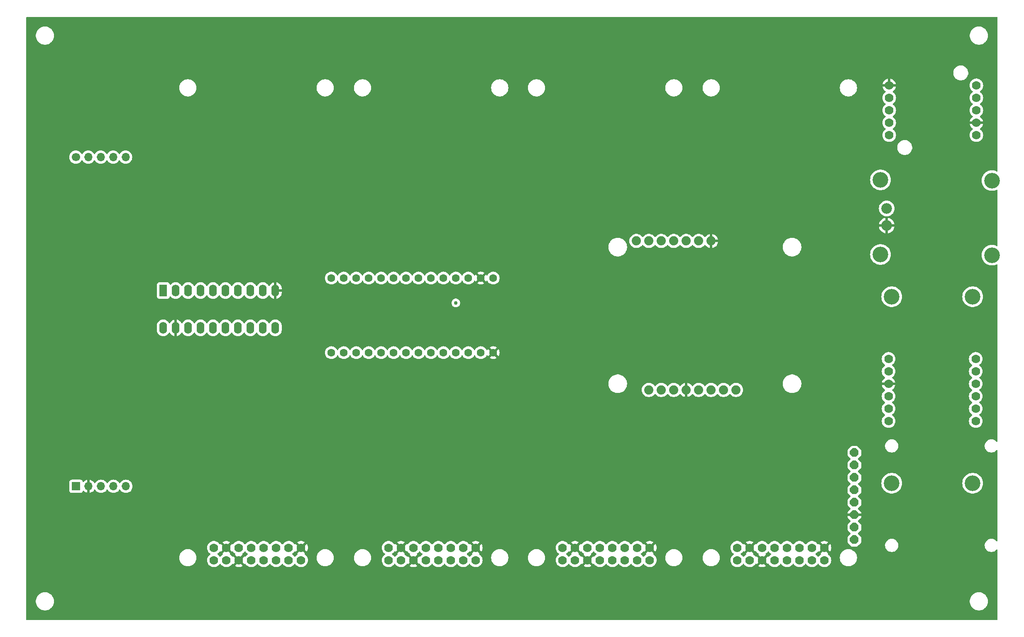
<source format=gbr>
%TF.GenerationSoftware,KiCad,Pcbnew,8.0.9-8.0.9-0~ubuntu24.04.1*%
%TF.CreationDate,2025-07-29T22:20:07-05:00*%
%TF.ProjectId,race_computer_proto,72616365-5f63-46f6-9d70-757465725f70,1.0*%
%TF.SameCoordinates,Original*%
%TF.FileFunction,Copper,L3,Inr*%
%TF.FilePolarity,Positive*%
%FSLAX46Y46*%
G04 Gerber Fmt 4.6, Leading zero omitted, Abs format (unit mm)*
G04 Created by KiCad (PCBNEW 8.0.9-8.0.9-0~ubuntu24.04.1) date 2025-07-29 22:20:07*
%MOMM*%
%LPD*%
G01*
G04 APERTURE LIST*
G04 Aperture macros list*
%AMOutline5P*
0 Free polygon, 5 corners , with rotation*
0 The origin of the aperture is its center*
0 number of corners: always 5*
0 $1 to $10 corner X, Y*
0 $11 Rotation angle, in degrees counterclockwise*
0 create outline with 5 corners*
4,1,5,$1,$2,$3,$4,$5,$6,$7,$8,$9,$10,$1,$2,$11*%
%AMOutline6P*
0 Free polygon, 6 corners , with rotation*
0 The origin of the aperture is its center*
0 number of corners: always 6*
0 $1 to $12 corner X, Y*
0 $13 Rotation angle, in degrees counterclockwise*
0 create outline with 6 corners*
4,1,6,$1,$2,$3,$4,$5,$6,$7,$8,$9,$10,$11,$12,$1,$2,$13*%
%AMOutline7P*
0 Free polygon, 7 corners , with rotation*
0 The origin of the aperture is its center*
0 number of corners: always 7*
0 $1 to $14 corner X, Y*
0 $15 Rotation angle, in degrees counterclockwise*
0 create outline with 7 corners*
4,1,7,$1,$2,$3,$4,$5,$6,$7,$8,$9,$10,$11,$12,$13,$14,$1,$2,$15*%
%AMOutline8P*
0 Free polygon, 8 corners , with rotation*
0 The origin of the aperture is its center*
0 number of corners: always 8*
0 $1 to $16 corner X, Y*
0 $17 Rotation angle, in degrees counterclockwise*
0 create outline with 8 corners*
4,1,8,$1,$2,$3,$4,$5,$6,$7,$8,$9,$10,$11,$12,$13,$14,$15,$16,$1,$2,$17*%
G04 Aperture macros list end*
%TA.AperFunction,ComponentPad*%
%ADD10Outline8P,-0.889000X0.368236X-0.368236X0.889000X0.368236X0.889000X0.889000X0.368236X0.889000X-0.368236X0.368236X-0.889000X-0.368236X-0.889000X-0.889000X-0.368236X0.000000*%
%TD*%
%TA.AperFunction,ComponentPad*%
%ADD11C,1.778000*%
%TD*%
%TA.AperFunction,ComponentPad*%
%ADD12C,3.200000*%
%TD*%
%TA.AperFunction,ComponentPad*%
%ADD13C,2.184400*%
%TD*%
%TA.AperFunction,ComponentPad*%
%ADD14C,1.879600*%
%TD*%
%TA.AperFunction,ComponentPad*%
%ADD15R,1.700000X1.700000*%
%TD*%
%TA.AperFunction,ComponentPad*%
%ADD16O,1.700000X1.700000*%
%TD*%
%TA.AperFunction,ComponentPad*%
%ADD17C,1.700000*%
%TD*%
%TA.AperFunction,ComponentPad*%
%ADD18O,1.600000X2.400000*%
%TD*%
%TA.AperFunction,ComponentPad*%
%ADD19R,1.600000X2.400000*%
%TD*%
%TA.AperFunction,ComponentPad*%
%ADD20C,1.600000*%
%TD*%
%TA.AperFunction,ViaPad*%
%ADD21C,0.762000*%
%TD*%
G04 APERTURE END LIST*
D10*
%TO.N,+5V*%
%TO.C,U5*%
X219710000Y-138557000D03*
%TO.N,unconnected-(U5-+3V-Pad2)*%
X219710000Y-136017000D03*
%TO.N,GND*%
X219710000Y-133477000D03*
%TO.N,/GPS_SD_SCK*%
X219710000Y-130937000D03*
%TO.N,/MISO*%
X219710000Y-128397000D03*
%TO.N,/GPS_SD_MOSI*%
X219710000Y-125857000D03*
%TO.N,/SDCARD_CS*%
X219710000Y-123317000D03*
%TO.N,unconnected-(U5-CD-Pad8)*%
X219710000Y-120777000D03*
%TD*%
D11*
%TO.N,unconnected-(U6-VDD-Pad1)*%
%TO.C,U6*%
X244602000Y-55880000D03*
%TO.N,GND*%
X244602000Y-53340000D03*
%TO.N,unconnected-(U6-NEO_IN-Pad3)*%
X244602000Y-50800000D03*
%TO.N,unconnected-(U6-S+-Pad4)*%
X244602000Y-48260000D03*
%TO.N,unconnected-(U6-S--Pad5)*%
X244602000Y-45720000D03*
%TO.N,GND*%
X226822000Y-45720000D03*
%TO.N,Net-(U1-14_A0_TX3_SPDIF_OUT)*%
X226822000Y-48260000D03*
%TO.N,Net-(U1-15_A1_RX3_SPDIF_IN)*%
X226822000Y-50800000D03*
%TO.N,unconnected-(U6-GND-Pad9)*%
X226822000Y-53340000D03*
%TO.N,+5V*%
X226822000Y-55880000D03*
%TD*%
D12*
%TO.N,*%
%TO.C,U4*%
X247777000Y-80413000D03*
X225044000Y-80286000D03*
X247777000Y-65173000D03*
X225044000Y-65046000D03*
D13*
%TO.N,+5V*%
X226314000Y-70866000D03*
%TO.N,GND*%
X226314000Y-74366000D03*
%TD*%
D14*
%TO.N,GND*%
%TO.C,U2*%
X190500000Y-77495400D03*
%TO.N,+5V*%
X187960000Y-77495400D03*
%TO.N,unconnected-(U2-3V3-Pad13)*%
X185420000Y-77495400D03*
%TO.N,Net-(U1-17_A3_TX4_SDA1)*%
X182880000Y-77495400D03*
%TO.N,/GPS_SD_MOSI*%
X180340000Y-77495400D03*
%TO.N,/MISO*%
X177800000Y-77495400D03*
%TO.N,/GPS_SD_SCK*%
X175260000Y-77495400D03*
%TO.N,unconnected-(U2-SCL-Pad8)*%
X177800000Y-107950000D03*
%TO.N,unconnected-(U2-SDA-Pad7)*%
X180340000Y-107950000D03*
%TO.N,unconnected-(U2-3V3-Pad6)*%
X182880000Y-107950000D03*
%TO.N,GND*%
X185420000Y-107950000D03*
%TO.N,/GPS_INT*%
X187960000Y-107950000D03*
%TO.N,unconnected-(U2-SAFE-Pad3)*%
X190500000Y-107950000D03*
%TO.N,/GPS_RST*%
X193040000Y-107950000D03*
%TO.N,Net-(U1-0_RX1_CRX2_CS1)*%
X195580000Y-107950000D03*
%TD*%
D11*
%TO.N,/DISP_BUS.CS2*%
%TO.C,OD3*%
X160200000Y-142728000D03*
%TO.N,/DISP_BUS.RESET2*%
X160200000Y-140188000D03*
%TO.N,/DISP_BUS.DC*%
X162740000Y-142728000D03*
%TO.N,GND*%
X162740000Y-140188000D03*
X165280000Y-142728000D03*
%TO.N,unconnected-(OD3-D7-Pad11)*%
X165280000Y-140188000D03*
%TO.N,unconnected-(OD3-D6-Pad10)*%
X167820000Y-142728000D03*
%TO.N,unconnected-(OD3-D5-Pad9)*%
X167820000Y-140188000D03*
%TO.N,unconnected-(OD3-D4-Pad8)*%
X170360000Y-142728000D03*
%TO.N,unconnected-(OD3-D3-Pad7)*%
X170360000Y-140188000D03*
%TO.N,unconnected-(OD3-D2{slash}NC-Pad6)*%
X172900000Y-142728000D03*
%TO.N,/DISP_BUS.MOSI1*%
X172900000Y-140188000D03*
%TO.N,/DISP_BUS.SCK1*%
X175440000Y-142728000D03*
%TO.N,unconnected-(OD3-N{slash}C-Pad3)*%
X175450000Y-140188000D03*
%TO.N,+5V*%
X177980000Y-142728000D03*
%TO.N,GND*%
X177980000Y-140188000D03*
%TD*%
%TO.N,/DISP_BUS.CS0*%
%TO.C,OD1*%
X89080000Y-142728000D03*
%TO.N,/DISP_BUS.RESET0*%
X89080000Y-140188000D03*
%TO.N,/DISP_BUS.DC*%
X91620000Y-142728000D03*
%TO.N,GND*%
X91620000Y-140188000D03*
X94160000Y-142728000D03*
%TO.N,unconnected-(OD1-D7-Pad11)*%
X94160000Y-140188000D03*
%TO.N,unconnected-(OD1-D6-Pad10)*%
X96700000Y-142728000D03*
%TO.N,unconnected-(OD1-D5-Pad9)*%
X96700000Y-140188000D03*
%TO.N,unconnected-(OD1-D4-Pad8)*%
X99240000Y-142728000D03*
%TO.N,unconnected-(OD1-D3-Pad7)*%
X99240000Y-140188000D03*
%TO.N,unconnected-(OD1-D2{slash}NC-Pad6)*%
X101780000Y-142728000D03*
%TO.N,/DISP_BUS.MOSI0*%
X101780000Y-140188000D03*
%TO.N,/DISP_BUS.SCK0*%
X104320000Y-142728000D03*
%TO.N,unconnected-(OD1-N{slash}C-Pad3)*%
X104330000Y-140188000D03*
%TO.N,+5V*%
X106860000Y-142728000D03*
%TO.N,GND*%
X106860000Y-140188000D03*
%TD*%
%TO.N,/DISP_BUS.CS3*%
%TO.C,OD4*%
X195820000Y-142728000D03*
%TO.N,/DISP_BUS.RESET3*%
X195820000Y-140188000D03*
%TO.N,/DISP_BUS.DC*%
X198360000Y-142728000D03*
%TO.N,GND*%
X198360000Y-140188000D03*
X200900000Y-142728000D03*
%TO.N,unconnected-(OD4-D7-Pad11)*%
X200900000Y-140188000D03*
%TO.N,unconnected-(OD4-D6-Pad10)*%
X203440000Y-142728000D03*
%TO.N,unconnected-(OD4-D5-Pad9)*%
X203440000Y-140188000D03*
%TO.N,unconnected-(OD4-D4-Pad8)*%
X205980000Y-142728000D03*
%TO.N,unconnected-(OD4-D3-Pad7)*%
X205980000Y-140188000D03*
%TO.N,unconnected-(OD4-D2{slash}NC-Pad6)*%
X208520000Y-142728000D03*
%TO.N,/DISP_BUS.MOSI1*%
X208520000Y-140188000D03*
%TO.N,/DISP_BUS.SCK1*%
X211060000Y-142728000D03*
%TO.N,unconnected-(OD4-N{slash}C-Pad3)*%
X211070000Y-140188000D03*
%TO.N,+5V*%
X213600000Y-142728000D03*
%TO.N,GND*%
X213600000Y-140188000D03*
%TD*%
D15*
%TO.N,+5V*%
%TO.C,LED1*%
X60960000Y-127635000D03*
D16*
%TO.N,GND*%
X63500000Y-127635000D03*
%TO.N,/DISP_BUS.MOSI2*%
X66040000Y-127635000D03*
%TO.N,/DISP_BUS.CS4*%
X68580000Y-127635000D03*
%TO.N,/DISP_BUS.SCK2*%
X71120000Y-127635000D03*
%TO.N,unconnected-(LED1-CLK-Pad6)*%
X71060000Y-60385000D03*
%TO.N,unconnected-(LED1-CS-Pad7)*%
X68520000Y-60385000D03*
%TO.N,unconnected-(LED1-DOUT-Pad8)*%
X65980000Y-60385000D03*
%TO.N,unconnected-(LED1-GND-Pad9)*%
X63440000Y-60385000D03*
D17*
%TO.N,unconnected-(LED1-VCC-Pad10)*%
X60900000Y-60385000D03*
%TD*%
D11*
%TO.N,/DISP_BUS.CS1*%
%TO.C,OD2*%
X124700000Y-142728000D03*
%TO.N,/DISP_BUS.RESET1*%
X124700000Y-140188000D03*
%TO.N,/DISP_BUS.DC*%
X127240000Y-142728000D03*
%TO.N,GND*%
X127240000Y-140188000D03*
X129780000Y-142728000D03*
%TO.N,unconnected-(OD2-D7-Pad11)*%
X129780000Y-140188000D03*
%TO.N,unconnected-(OD2-D6-Pad10)*%
X132320000Y-142728000D03*
%TO.N,unconnected-(OD2-D5-Pad9)*%
X132320000Y-140188000D03*
%TO.N,unconnected-(OD2-D4-Pad8)*%
X134860000Y-142728000D03*
%TO.N,unconnected-(OD2-D3-Pad7)*%
X134860000Y-140188000D03*
%TO.N,unconnected-(OD2-D2{slash}NC-Pad6)*%
X137400000Y-142728000D03*
%TO.N,/DISP_BUS.MOSI0*%
X137400000Y-140188000D03*
%TO.N,/DISP_BUS.SCK0*%
X139940000Y-142728000D03*
%TO.N,unconnected-(OD2-N{slash}C-Pad3)*%
X139950000Y-140188000D03*
%TO.N,+5V*%
X142480000Y-142728000D03*
%TO.N,GND*%
X142480000Y-140188000D03*
%TD*%
D18*
%TO.N,/3V3*%
%TO.C,U3*%
X78745000Y-95260000D03*
%TO.N,GND*%
X81285000Y-95260000D03*
%TO.N,/DISP_BUS.MOSI2*%
X83825000Y-95260000D03*
%TO.N,/GPS_SD_MOSI*%
X86365000Y-95260000D03*
%TO.N,/DISP_BUS.SCK2*%
X88905000Y-95260000D03*
%TO.N,/DISP_BUS.SCK0*%
X91445000Y-95260000D03*
%TO.N,/DISP_BUS.MOSI0*%
X93985000Y-95260000D03*
%TO.N,/DISP_BUS.SCK1*%
X96525000Y-95260000D03*
%TO.N,/DISP_BUS.MOSI1*%
X99065000Y-95260000D03*
%TO.N,/GPS_SD_SCK*%
X101605000Y-95260000D03*
%TO.N,GND*%
X101605000Y-87640000D03*
%TO.N,/SCK*%
X99065000Y-87640000D03*
%TO.N,/MOSI*%
X96525000Y-87640000D03*
%TO.N,/SCK*%
X93985000Y-87640000D03*
%TO.N,/MOSI*%
X91445000Y-87640000D03*
%TO.N,/SCK*%
X88905000Y-87640000D03*
X86365000Y-87640000D03*
%TO.N,/MOSI*%
X83825000Y-87640000D03*
X81285000Y-87640000D03*
D19*
%TO.N,/3V3*%
X78745000Y-87640000D03*
%TD*%
D20*
%TO.N,+5V*%
%TO.C,U1*%
X146050000Y-85090000D03*
%TO.N,GND*%
X143510000Y-85090000D03*
%TO.N,/3V3*%
X140970000Y-85090000D03*
%TO.N,/GPS_RST*%
X138430000Y-85090000D03*
%TO.N,unconnected-(U1-22_A8_CTX1-Pad29)*%
X135890000Y-85090000D03*
%TO.N,unconnected-(U1-21_A7_RX5_BCLK1-Pad28)*%
X133350000Y-85090000D03*
%TO.N,/GPS_INT*%
X130810000Y-85090000D03*
%TO.N,/SCL*%
X128270000Y-85090000D03*
%TO.N,/SDA*%
X125730000Y-85090000D03*
%TO.N,Net-(U1-17_A3_TX4_SDA1)*%
X123190000Y-85090000D03*
%TO.N,/DISP_BUS.DC*%
X120650000Y-85090000D03*
%TO.N,Net-(U1-15_A1_RX3_SPDIF_IN)*%
X118110000Y-85090000D03*
%TO.N,Net-(U1-14_A0_TX3_SPDIF_OUT)*%
X115570000Y-85090000D03*
%TO.N,/SCK*%
X113030000Y-85090000D03*
%TO.N,/MISO*%
X113030000Y-100330000D03*
%TO.N,/MOSI*%
X115570000Y-100330000D03*
%TO.N,/DISP_BUS.CS0*%
X118110000Y-100330000D03*
%TO.N,/DISP_BUS.RESET0*%
X120650000Y-100330000D03*
%TO.N,/DISP_BUS.CS1*%
X123190000Y-100330000D03*
%TO.N,/DISP_BUS.RESET1*%
X125730000Y-100330000D03*
%TO.N,/DISP_BUS.CS2*%
X128270000Y-100330000D03*
%TO.N,/DISP_BUS.RESET2*%
X130810000Y-100330000D03*
%TO.N,/DISP_BUS.CS3*%
X133350000Y-100330000D03*
%TO.N,/DISP_BUS.RESET3*%
X135890000Y-100330000D03*
%TO.N,/SDCARD_CS*%
X138430000Y-100330000D03*
%TO.N,/NEOKEY_INT*%
X140970000Y-100330000D03*
%TO.N,Net-(U1-0_RX1_CRX2_CS1)*%
X143510000Y-100330000D03*
%TO.N,GND*%
X146050000Y-100330000D03*
%TD*%
D11*
%TO.N,*%
%TO.C,U7*%
X244475000Y-114300000D03*
%TO.N,/NEOKEY_INT*%
X226695000Y-114300000D03*
%TO.N,*%
X244475000Y-111760000D03*
%TO.N,/SDA*%
X226695000Y-111760000D03*
%TO.N,*%
X244475000Y-109220000D03*
%TO.N,/SCL*%
X226695000Y-109220000D03*
%TO.N,*%
X244475000Y-106680000D03*
%TO.N,GND*%
X226695000Y-106680000D03*
%TO.N,*%
X244475000Y-104140000D03*
%TO.N,unconnected-(U7-3V-Pad2)*%
X226695000Y-104140000D03*
%TO.N,*%
X244475000Y-101600000D03*
%TO.N,+5V*%
X226695000Y-101600000D03*
D12*
%TO.N,*%
X243840000Y-88900000D03*
X243840000Y-88900000D03*
X227330000Y-88900000D03*
X227330000Y-88900000D03*
X227330000Y-88900000D03*
X243840000Y-127000000D03*
X243840000Y-127000000D03*
X227330000Y-127000000D03*
X227330000Y-127000000D03*
%TD*%
D21*
%TO.N,/MISO*%
X138430000Y-90170000D03*
%TD*%
%TA.AperFunction,Conductor*%
%TO.N,GND*%
G36*
X92763238Y-140977686D02*
G01*
X92785891Y-140943013D01*
X92839037Y-140897656D01*
X92908269Y-140888232D01*
X92971605Y-140917734D01*
X92993509Y-140943013D01*
X93059728Y-141044370D01*
X93059731Y-141044373D01*
X93215692Y-141213792D01*
X93332591Y-141304778D01*
X93401459Y-141358380D01*
X93400570Y-141359521D01*
X93441632Y-141407624D01*
X93451063Y-141476855D01*
X93421568Y-141540194D01*
X93401429Y-141557651D01*
X93401733Y-141558041D01*
X93369040Y-141583485D01*
X93369040Y-141583487D01*
X94075906Y-142290352D01*
X93988429Y-142313792D01*
X93887070Y-142372311D01*
X93804311Y-142455070D01*
X93745792Y-142556429D01*
X93722352Y-142643905D01*
X93016759Y-141938312D01*
X92994106Y-141972986D01*
X92940960Y-142018342D01*
X92871729Y-142027766D01*
X92808393Y-141998264D01*
X92786489Y-141972985D01*
X92786190Y-141972528D01*
X92762042Y-141935566D01*
X92720271Y-141871629D01*
X92693355Y-141842390D01*
X92564308Y-141702208D01*
X92411775Y-141583487D01*
X92378541Y-141557620D01*
X92379428Y-141556480D01*
X92338363Y-141508366D01*
X92328938Y-141439135D01*
X92358437Y-141375798D01*
X92378571Y-141358352D01*
X92378266Y-141357960D01*
X92410958Y-141332513D01*
X92410959Y-141332511D01*
X91704095Y-140625647D01*
X91791571Y-140602208D01*
X91892930Y-140543689D01*
X91975689Y-140460930D01*
X92034208Y-140359571D01*
X92057647Y-140272094D01*
X92763238Y-140977686D01*
G37*
%TD.AperFunction*%
%TA.AperFunction,Conductor*%
G36*
X95511905Y-140918193D02*
G01*
X95533809Y-140943472D01*
X95599728Y-141044370D01*
X95599731Y-141044373D01*
X95755692Y-141213792D01*
X95872591Y-141304778D01*
X95941459Y-141358380D01*
X95940476Y-141359641D01*
X95981183Y-141407349D01*
X95990600Y-141476581D01*
X95961092Y-141539914D01*
X95941136Y-141557205D01*
X95941459Y-141557620D01*
X95755694Y-141702206D01*
X95755689Y-141702211D01*
X95599727Y-141871631D01*
X95533508Y-141972986D01*
X95480361Y-142018343D01*
X95411130Y-142027766D01*
X95347795Y-141998263D01*
X95325891Y-141972985D01*
X95303238Y-141938312D01*
X94597647Y-142643904D01*
X94574208Y-142556429D01*
X94515689Y-142455070D01*
X94432930Y-142372311D01*
X94331571Y-142313792D01*
X94244094Y-142290352D01*
X94950958Y-141583486D01*
X94950958Y-141583484D01*
X94918267Y-141558040D01*
X94919209Y-141556829D01*
X94878355Y-141508947D01*
X94868941Y-141439714D01*
X94898450Y-141376382D01*
X94918820Y-141358738D01*
X94918541Y-141358380D01*
X94955174Y-141329866D01*
X95104308Y-141213792D01*
X95260269Y-141044373D01*
X95303838Y-140977686D01*
X95326191Y-140943472D01*
X95379337Y-140898115D01*
X95448569Y-140888691D01*
X95511905Y-140918193D01*
G37*
%TD.AperFunction*%
%TA.AperFunction,Conductor*%
G36*
X91205792Y-140359571D02*
G01*
X91264311Y-140460930D01*
X91347070Y-140543689D01*
X91448429Y-140602208D01*
X91535905Y-140625647D01*
X90829040Y-141332512D01*
X90829040Y-141332514D01*
X90861733Y-141357960D01*
X90860789Y-141359172D01*
X90901639Y-141407043D01*
X90911060Y-141476274D01*
X90881556Y-141539609D01*
X90861181Y-141557263D01*
X90861459Y-141557620D01*
X90675694Y-141702206D01*
X90675689Y-141702211D01*
X90519727Y-141871630D01*
X90453808Y-141972528D01*
X90400662Y-142017884D01*
X90331431Y-142027308D01*
X90268095Y-141997806D01*
X90246192Y-141972528D01*
X90180272Y-141871630D01*
X90143104Y-141831256D01*
X90024308Y-141702208D01*
X89871775Y-141583487D01*
X89838541Y-141557620D01*
X89839525Y-141556354D01*
X89798824Y-141508670D01*
X89789396Y-141439439D01*
X89818893Y-141376102D01*
X89838865Y-141358796D01*
X89838541Y-141358380D01*
X89875174Y-141329866D01*
X90024308Y-141213792D01*
X90180269Y-141044373D01*
X90246490Y-140943013D01*
X90299636Y-140897657D01*
X90368868Y-140888233D01*
X90432203Y-140917735D01*
X90454108Y-140943014D01*
X90476760Y-140977685D01*
X91182352Y-140272093D01*
X91205792Y-140359571D01*
G37*
%TD.AperFunction*%
%TA.AperFunction,Conductor*%
G36*
X106445792Y-140359571D02*
G01*
X106504311Y-140460930D01*
X106587070Y-140543689D01*
X106688429Y-140602208D01*
X106775905Y-140625647D01*
X106069040Y-141332512D01*
X106069040Y-141332514D01*
X106101733Y-141357960D01*
X106100789Y-141359172D01*
X106141639Y-141407043D01*
X106151060Y-141476274D01*
X106121556Y-141539609D01*
X106101181Y-141557263D01*
X106101459Y-141557620D01*
X105915694Y-141702206D01*
X105915689Y-141702211D01*
X105759727Y-141871630D01*
X105693808Y-141972528D01*
X105640662Y-142017884D01*
X105571431Y-142027308D01*
X105508095Y-141997806D01*
X105486192Y-141972528D01*
X105420272Y-141871630D01*
X105383104Y-141831256D01*
X105264308Y-141702208D01*
X105082589Y-141560771D01*
X105080635Y-141559250D01*
X105039823Y-141502540D01*
X105036148Y-141432767D01*
X105070780Y-141372084D01*
X105088988Y-141357581D01*
X105092579Y-141355234D01*
X105092589Y-141355229D01*
X105274308Y-141213792D01*
X105430269Y-141044373D01*
X105491490Y-140950666D01*
X105544636Y-140905310D01*
X105613867Y-140895886D01*
X105677203Y-140925388D01*
X105699108Y-140950667D01*
X105716760Y-140977685D01*
X106422352Y-140272093D01*
X106445792Y-140359571D01*
G37*
%TD.AperFunction*%
%TA.AperFunction,Conductor*%
G36*
X128383238Y-140977686D02*
G01*
X128405891Y-140943013D01*
X128459037Y-140897656D01*
X128528269Y-140888232D01*
X128591605Y-140917734D01*
X128613509Y-140943013D01*
X128679728Y-141044370D01*
X128679731Y-141044373D01*
X128835692Y-141213792D01*
X128952591Y-141304778D01*
X129021459Y-141358380D01*
X129020570Y-141359521D01*
X129061632Y-141407624D01*
X129071063Y-141476855D01*
X129041568Y-141540194D01*
X129021429Y-141557651D01*
X129021733Y-141558041D01*
X128989040Y-141583485D01*
X128989040Y-141583487D01*
X129695906Y-142290352D01*
X129608429Y-142313792D01*
X129507070Y-142372311D01*
X129424311Y-142455070D01*
X129365792Y-142556429D01*
X129342352Y-142643905D01*
X128636759Y-141938312D01*
X128614106Y-141972986D01*
X128560960Y-142018342D01*
X128491729Y-142027766D01*
X128428393Y-141998264D01*
X128406489Y-141972985D01*
X128406190Y-141972528D01*
X128382042Y-141935566D01*
X128340271Y-141871629D01*
X128313355Y-141842390D01*
X128184308Y-141702208D01*
X128031775Y-141583487D01*
X127998541Y-141557620D01*
X127999428Y-141556480D01*
X127958363Y-141508366D01*
X127948938Y-141439135D01*
X127978437Y-141375798D01*
X127998571Y-141358352D01*
X127998266Y-141357960D01*
X128030958Y-141332513D01*
X128030959Y-141332511D01*
X127324095Y-140625647D01*
X127411571Y-140602208D01*
X127512930Y-140543689D01*
X127595689Y-140460930D01*
X127654208Y-140359571D01*
X127677647Y-140272094D01*
X128383238Y-140977686D01*
G37*
%TD.AperFunction*%
%TA.AperFunction,Conductor*%
G36*
X131131905Y-140918193D02*
G01*
X131153809Y-140943472D01*
X131219728Y-141044370D01*
X131219731Y-141044373D01*
X131375692Y-141213792D01*
X131492591Y-141304778D01*
X131561459Y-141358380D01*
X131560476Y-141359641D01*
X131601183Y-141407349D01*
X131610600Y-141476581D01*
X131581092Y-141539914D01*
X131561136Y-141557205D01*
X131561459Y-141557620D01*
X131375694Y-141702206D01*
X131375689Y-141702211D01*
X131219727Y-141871631D01*
X131153508Y-141972986D01*
X131100361Y-142018343D01*
X131031130Y-142027766D01*
X130967795Y-141998263D01*
X130945891Y-141972985D01*
X130923238Y-141938312D01*
X130217647Y-142643904D01*
X130194208Y-142556429D01*
X130135689Y-142455070D01*
X130052930Y-142372311D01*
X129951571Y-142313792D01*
X129864094Y-142290352D01*
X130570958Y-141583486D01*
X130570958Y-141583484D01*
X130538267Y-141558040D01*
X130539209Y-141556829D01*
X130498355Y-141508947D01*
X130488941Y-141439714D01*
X130518450Y-141376382D01*
X130538820Y-141358738D01*
X130538541Y-141358380D01*
X130575174Y-141329866D01*
X130724308Y-141213792D01*
X130880269Y-141044373D01*
X130923838Y-140977686D01*
X130946191Y-140943472D01*
X130999337Y-140898115D01*
X131068569Y-140888691D01*
X131131905Y-140918193D01*
G37*
%TD.AperFunction*%
%TA.AperFunction,Conductor*%
G36*
X126825792Y-140359571D02*
G01*
X126884311Y-140460930D01*
X126967070Y-140543689D01*
X127068429Y-140602208D01*
X127155905Y-140625647D01*
X126449040Y-141332512D01*
X126449040Y-141332514D01*
X126481733Y-141357960D01*
X126480789Y-141359172D01*
X126521639Y-141407043D01*
X126531060Y-141476274D01*
X126501556Y-141539609D01*
X126481181Y-141557263D01*
X126481459Y-141557620D01*
X126295694Y-141702206D01*
X126295689Y-141702211D01*
X126139727Y-141871630D01*
X126073808Y-141972528D01*
X126020662Y-142017884D01*
X125951431Y-142027308D01*
X125888095Y-141997806D01*
X125866192Y-141972528D01*
X125800272Y-141871630D01*
X125763104Y-141831256D01*
X125644308Y-141702208D01*
X125491775Y-141583487D01*
X125458541Y-141557620D01*
X125459525Y-141556354D01*
X125418824Y-141508670D01*
X125409396Y-141439439D01*
X125438893Y-141376102D01*
X125458865Y-141358796D01*
X125458541Y-141358380D01*
X125495174Y-141329866D01*
X125644308Y-141213792D01*
X125800269Y-141044373D01*
X125866490Y-140943013D01*
X125919636Y-140897657D01*
X125988868Y-140888233D01*
X126052203Y-140917735D01*
X126074108Y-140943014D01*
X126096760Y-140977685D01*
X126802352Y-140272093D01*
X126825792Y-140359571D01*
G37*
%TD.AperFunction*%
%TA.AperFunction,Conductor*%
G36*
X142065792Y-140359571D02*
G01*
X142124311Y-140460930D01*
X142207070Y-140543689D01*
X142308429Y-140602208D01*
X142395905Y-140625647D01*
X141689040Y-141332512D01*
X141689040Y-141332514D01*
X141721733Y-141357960D01*
X141720789Y-141359172D01*
X141761639Y-141407043D01*
X141771060Y-141476274D01*
X141741556Y-141539609D01*
X141721181Y-141557263D01*
X141721459Y-141557620D01*
X141535694Y-141702206D01*
X141535689Y-141702211D01*
X141379727Y-141871630D01*
X141313808Y-141972528D01*
X141260662Y-142017884D01*
X141191431Y-142027308D01*
X141128095Y-141997806D01*
X141106192Y-141972528D01*
X141040272Y-141871630D01*
X141003104Y-141831256D01*
X140884308Y-141702208D01*
X140702589Y-141560771D01*
X140700635Y-141559250D01*
X140659823Y-141502540D01*
X140656148Y-141432767D01*
X140690780Y-141372084D01*
X140708988Y-141357581D01*
X140712579Y-141355234D01*
X140712589Y-141355229D01*
X140894308Y-141213792D01*
X141050269Y-141044373D01*
X141111490Y-140950666D01*
X141164636Y-140905310D01*
X141233867Y-140895886D01*
X141297203Y-140925388D01*
X141319108Y-140950667D01*
X141336760Y-140977685D01*
X142042352Y-140272093D01*
X142065792Y-140359571D01*
G37*
%TD.AperFunction*%
%TA.AperFunction,Conductor*%
G36*
X163883238Y-140977686D02*
G01*
X163905891Y-140943013D01*
X163959037Y-140897656D01*
X164028269Y-140888232D01*
X164091605Y-140917734D01*
X164113509Y-140943013D01*
X164179728Y-141044370D01*
X164179731Y-141044373D01*
X164335692Y-141213792D01*
X164452591Y-141304778D01*
X164521459Y-141358380D01*
X164520570Y-141359521D01*
X164561632Y-141407624D01*
X164571063Y-141476855D01*
X164541568Y-141540194D01*
X164521429Y-141557651D01*
X164521733Y-141558041D01*
X164489040Y-141583485D01*
X164489040Y-141583487D01*
X165195906Y-142290352D01*
X165108429Y-142313792D01*
X165007070Y-142372311D01*
X164924311Y-142455070D01*
X164865792Y-142556429D01*
X164842352Y-142643905D01*
X164136759Y-141938312D01*
X164114106Y-141972986D01*
X164060960Y-142018342D01*
X163991729Y-142027766D01*
X163928393Y-141998264D01*
X163906489Y-141972985D01*
X163906190Y-141972528D01*
X163882042Y-141935566D01*
X163840271Y-141871629D01*
X163813355Y-141842390D01*
X163684308Y-141702208D01*
X163531775Y-141583487D01*
X163498541Y-141557620D01*
X163499428Y-141556480D01*
X163458363Y-141508366D01*
X163448938Y-141439135D01*
X163478437Y-141375798D01*
X163498571Y-141358352D01*
X163498266Y-141357960D01*
X163530958Y-141332513D01*
X163530959Y-141332511D01*
X162824095Y-140625647D01*
X162911571Y-140602208D01*
X163012930Y-140543689D01*
X163095689Y-140460930D01*
X163154208Y-140359571D01*
X163177647Y-140272094D01*
X163883238Y-140977686D01*
G37*
%TD.AperFunction*%
%TA.AperFunction,Conductor*%
G36*
X166631905Y-140918193D02*
G01*
X166653809Y-140943472D01*
X166719728Y-141044370D01*
X166719731Y-141044373D01*
X166875692Y-141213792D01*
X166992591Y-141304778D01*
X167061459Y-141358380D01*
X167060476Y-141359641D01*
X167101183Y-141407349D01*
X167110600Y-141476581D01*
X167081092Y-141539914D01*
X167061136Y-141557205D01*
X167061459Y-141557620D01*
X166875694Y-141702206D01*
X166875689Y-141702211D01*
X166719727Y-141871631D01*
X166653508Y-141972986D01*
X166600361Y-142018343D01*
X166531130Y-142027766D01*
X166467795Y-141998263D01*
X166445891Y-141972985D01*
X166423238Y-141938312D01*
X165717647Y-142643904D01*
X165694208Y-142556429D01*
X165635689Y-142455070D01*
X165552930Y-142372311D01*
X165451571Y-142313792D01*
X165364094Y-142290352D01*
X166070958Y-141583486D01*
X166070958Y-141583484D01*
X166038267Y-141558040D01*
X166039209Y-141556829D01*
X165998355Y-141508947D01*
X165988941Y-141439714D01*
X166018450Y-141376382D01*
X166038820Y-141358738D01*
X166038541Y-141358380D01*
X166075174Y-141329866D01*
X166224308Y-141213792D01*
X166380269Y-141044373D01*
X166423838Y-140977686D01*
X166446191Y-140943472D01*
X166499337Y-140898115D01*
X166568569Y-140888691D01*
X166631905Y-140918193D01*
G37*
%TD.AperFunction*%
%TA.AperFunction,Conductor*%
G36*
X162325792Y-140359571D02*
G01*
X162384311Y-140460930D01*
X162467070Y-140543689D01*
X162568429Y-140602208D01*
X162655905Y-140625647D01*
X161949040Y-141332512D01*
X161949040Y-141332514D01*
X161981733Y-141357960D01*
X161980789Y-141359172D01*
X162021639Y-141407043D01*
X162031060Y-141476274D01*
X162001556Y-141539609D01*
X161981181Y-141557263D01*
X161981459Y-141557620D01*
X161795694Y-141702206D01*
X161795689Y-141702211D01*
X161639727Y-141871630D01*
X161573808Y-141972528D01*
X161520662Y-142017884D01*
X161451431Y-142027308D01*
X161388095Y-141997806D01*
X161366192Y-141972528D01*
X161300272Y-141871630D01*
X161263104Y-141831256D01*
X161144308Y-141702208D01*
X160991775Y-141583487D01*
X160958541Y-141557620D01*
X160959525Y-141556354D01*
X160918824Y-141508670D01*
X160909396Y-141439439D01*
X160938893Y-141376102D01*
X160958865Y-141358796D01*
X160958541Y-141358380D01*
X160995174Y-141329866D01*
X161144308Y-141213792D01*
X161300269Y-141044373D01*
X161366490Y-140943013D01*
X161419636Y-140897657D01*
X161488868Y-140888233D01*
X161552203Y-140917735D01*
X161574108Y-140943014D01*
X161596760Y-140977685D01*
X162302352Y-140272093D01*
X162325792Y-140359571D01*
G37*
%TD.AperFunction*%
%TA.AperFunction,Conductor*%
G36*
X177565792Y-140359571D02*
G01*
X177624311Y-140460930D01*
X177707070Y-140543689D01*
X177808429Y-140602208D01*
X177895905Y-140625647D01*
X177189040Y-141332512D01*
X177189040Y-141332514D01*
X177221733Y-141357960D01*
X177220789Y-141359172D01*
X177261639Y-141407043D01*
X177271060Y-141476274D01*
X177241556Y-141539609D01*
X177221181Y-141557263D01*
X177221459Y-141557620D01*
X177035694Y-141702206D01*
X177035689Y-141702211D01*
X176879727Y-141871630D01*
X176813808Y-141972528D01*
X176760662Y-142017884D01*
X176691431Y-142027308D01*
X176628095Y-141997806D01*
X176606192Y-141972528D01*
X176540272Y-141871630D01*
X176503104Y-141831256D01*
X176384308Y-141702208D01*
X176202589Y-141560771D01*
X176200635Y-141559250D01*
X176159823Y-141502540D01*
X176156148Y-141432767D01*
X176190780Y-141372084D01*
X176208988Y-141357581D01*
X176212579Y-141355234D01*
X176212589Y-141355229D01*
X176394308Y-141213792D01*
X176550269Y-141044373D01*
X176611490Y-140950666D01*
X176664636Y-140905310D01*
X176733867Y-140895886D01*
X176797203Y-140925388D01*
X176819108Y-140950667D01*
X176836760Y-140977685D01*
X177542352Y-140272093D01*
X177565792Y-140359571D01*
G37*
%TD.AperFunction*%
%TA.AperFunction,Conductor*%
G36*
X199503238Y-140977686D02*
G01*
X199525891Y-140943013D01*
X199579037Y-140897656D01*
X199648269Y-140888232D01*
X199711605Y-140917734D01*
X199733509Y-140943013D01*
X199799728Y-141044370D01*
X199799731Y-141044373D01*
X199955692Y-141213792D01*
X200072591Y-141304778D01*
X200141459Y-141358380D01*
X200140570Y-141359521D01*
X200181632Y-141407624D01*
X200191063Y-141476855D01*
X200161568Y-141540194D01*
X200141429Y-141557651D01*
X200141733Y-141558041D01*
X200109040Y-141583485D01*
X200109040Y-141583487D01*
X200815906Y-142290352D01*
X200728429Y-142313792D01*
X200627070Y-142372311D01*
X200544311Y-142455070D01*
X200485792Y-142556429D01*
X200462352Y-142643905D01*
X199756759Y-141938312D01*
X199734106Y-141972986D01*
X199680960Y-142018342D01*
X199611729Y-142027766D01*
X199548393Y-141998264D01*
X199526489Y-141972985D01*
X199526190Y-141972528D01*
X199502042Y-141935566D01*
X199460271Y-141871629D01*
X199433355Y-141842390D01*
X199304308Y-141702208D01*
X199151775Y-141583487D01*
X199118541Y-141557620D01*
X199119428Y-141556480D01*
X199078363Y-141508366D01*
X199068938Y-141439135D01*
X199098437Y-141375798D01*
X199118571Y-141358352D01*
X199118266Y-141357960D01*
X199150958Y-141332513D01*
X199150959Y-141332511D01*
X198444095Y-140625647D01*
X198531571Y-140602208D01*
X198632930Y-140543689D01*
X198715689Y-140460930D01*
X198774208Y-140359571D01*
X198797647Y-140272095D01*
X199503238Y-140977686D01*
G37*
%TD.AperFunction*%
%TA.AperFunction,Conductor*%
G36*
X202251905Y-140918193D02*
G01*
X202273809Y-140943472D01*
X202339728Y-141044370D01*
X202339731Y-141044373D01*
X202495692Y-141213792D01*
X202612591Y-141304778D01*
X202681459Y-141358380D01*
X202680476Y-141359641D01*
X202721183Y-141407349D01*
X202730600Y-141476581D01*
X202701092Y-141539914D01*
X202681136Y-141557205D01*
X202681459Y-141557620D01*
X202495694Y-141702206D01*
X202495689Y-141702211D01*
X202339727Y-141871631D01*
X202273508Y-141972986D01*
X202220361Y-142018343D01*
X202151130Y-142027766D01*
X202087795Y-141998263D01*
X202065891Y-141972985D01*
X202043238Y-141938312D01*
X201337647Y-142643904D01*
X201314208Y-142556429D01*
X201255689Y-142455070D01*
X201172930Y-142372311D01*
X201071571Y-142313792D01*
X200984094Y-142290352D01*
X201690958Y-141583486D01*
X201690958Y-141583484D01*
X201658267Y-141558040D01*
X201659209Y-141556829D01*
X201618355Y-141508947D01*
X201608941Y-141439714D01*
X201638450Y-141376382D01*
X201658820Y-141358738D01*
X201658541Y-141358380D01*
X201695174Y-141329866D01*
X201844308Y-141213792D01*
X202000269Y-141044373D01*
X202043838Y-140977686D01*
X202066191Y-140943472D01*
X202119337Y-140898115D01*
X202188569Y-140888691D01*
X202251905Y-140918193D01*
G37*
%TD.AperFunction*%
%TA.AperFunction,Conductor*%
G36*
X197945792Y-140359571D02*
G01*
X198004311Y-140460930D01*
X198087070Y-140543689D01*
X198188429Y-140602208D01*
X198275905Y-140625647D01*
X197569040Y-141332512D01*
X197569040Y-141332514D01*
X197601733Y-141357960D01*
X197600789Y-141359172D01*
X197641639Y-141407043D01*
X197651060Y-141476274D01*
X197621556Y-141539609D01*
X197601181Y-141557263D01*
X197601459Y-141557620D01*
X197415694Y-141702206D01*
X197415689Y-141702211D01*
X197259727Y-141871630D01*
X197193808Y-141972528D01*
X197140662Y-142017884D01*
X197071431Y-142027308D01*
X197008095Y-141997806D01*
X196986192Y-141972528D01*
X196920272Y-141871630D01*
X196883104Y-141831256D01*
X196764308Y-141702208D01*
X196611775Y-141583487D01*
X196578541Y-141557620D01*
X196579525Y-141556354D01*
X196538824Y-141508670D01*
X196529396Y-141439439D01*
X196558893Y-141376102D01*
X196578865Y-141358796D01*
X196578541Y-141358380D01*
X196615174Y-141329866D01*
X196764308Y-141213792D01*
X196920269Y-141044373D01*
X196986490Y-140943013D01*
X197039636Y-140897657D01*
X197108868Y-140888233D01*
X197172203Y-140917735D01*
X197194108Y-140943014D01*
X197216760Y-140977685D01*
X197922352Y-140272093D01*
X197945792Y-140359571D01*
G37*
%TD.AperFunction*%
%TA.AperFunction,Conductor*%
G36*
X213185792Y-140359571D02*
G01*
X213244311Y-140460930D01*
X213327070Y-140543689D01*
X213428429Y-140602208D01*
X213515905Y-140625647D01*
X212809040Y-141332512D01*
X212809040Y-141332514D01*
X212841733Y-141357960D01*
X212840789Y-141359172D01*
X212881639Y-141407043D01*
X212891060Y-141476274D01*
X212861556Y-141539609D01*
X212841181Y-141557263D01*
X212841459Y-141557620D01*
X212655694Y-141702206D01*
X212655689Y-141702211D01*
X212499727Y-141871630D01*
X212433808Y-141972528D01*
X212380662Y-142017884D01*
X212311431Y-142027308D01*
X212248095Y-141997806D01*
X212226192Y-141972528D01*
X212160272Y-141871630D01*
X212123104Y-141831256D01*
X212004308Y-141702208D01*
X211822589Y-141560771D01*
X211820635Y-141559250D01*
X211779823Y-141502540D01*
X211776148Y-141432767D01*
X211810780Y-141372084D01*
X211828988Y-141357581D01*
X211832579Y-141355234D01*
X211832589Y-141355229D01*
X212014308Y-141213792D01*
X212170269Y-141044373D01*
X212231490Y-140950666D01*
X212284636Y-140905310D01*
X212353867Y-140895886D01*
X212417203Y-140925388D01*
X212439108Y-140950667D01*
X212456760Y-140977685D01*
X213162352Y-140272093D01*
X213185792Y-140359571D01*
G37*
%TD.AperFunction*%
%TA.AperFunction,Conductor*%
G36*
X248863039Y-31769685D02*
G01*
X248908794Y-31822489D01*
X248920000Y-31874000D01*
X248920000Y-63190327D01*
X248900315Y-63257366D01*
X248847511Y-63303121D01*
X248778353Y-63313065D01*
X248746599Y-63304061D01*
X248482063Y-63189158D01*
X248482061Y-63189157D01*
X248482058Y-63189156D01*
X248352578Y-63152877D01*
X248205364Y-63111630D01*
X248205359Y-63111629D01*
X248205358Y-63111629D01*
X248063018Y-63092064D01*
X247920679Y-63072500D01*
X247920678Y-63072500D01*
X247633322Y-63072500D01*
X247633321Y-63072500D01*
X247348642Y-63111629D01*
X247348635Y-63111630D01*
X247140861Y-63169845D01*
X247071942Y-63189156D01*
X247071939Y-63189156D01*
X247071936Y-63189158D01*
X247071935Y-63189158D01*
X246808382Y-63303634D01*
X246562853Y-63452944D01*
X246339950Y-63634289D01*
X246143812Y-63844299D01*
X245978098Y-64079064D01*
X245845894Y-64334206D01*
X245749667Y-64604962D01*
X245749666Y-64604965D01*
X245691201Y-64886319D01*
X245671592Y-65173000D01*
X245691201Y-65459680D01*
X245749666Y-65741034D01*
X245749667Y-65741037D01*
X245845894Y-66011793D01*
X245845893Y-66011793D01*
X245978098Y-66266935D01*
X246143812Y-66501700D01*
X246221337Y-66584708D01*
X246339947Y-66711708D01*
X246562853Y-66893055D01*
X246807679Y-67041938D01*
X246808382Y-67042365D01*
X246958041Y-67107370D01*
X247071942Y-67156844D01*
X247348642Y-67234371D01*
X247598920Y-67268771D01*
X247633321Y-67273500D01*
X247633322Y-67273500D01*
X247920679Y-67273500D01*
X247951370Y-67269281D01*
X248205358Y-67234371D01*
X248482058Y-67156844D01*
X248745625Y-67042361D01*
X248745627Y-67042359D01*
X248746598Y-67041938D01*
X248815930Y-67033284D01*
X248878934Y-67063488D01*
X248915607Y-67122959D01*
X248920000Y-67155672D01*
X248920000Y-78430327D01*
X248900315Y-78497366D01*
X248847511Y-78543121D01*
X248778353Y-78553065D01*
X248746599Y-78544061D01*
X248482063Y-78429158D01*
X248482061Y-78429157D01*
X248482058Y-78429156D01*
X248352578Y-78392877D01*
X248205364Y-78351630D01*
X248205359Y-78351629D01*
X248205358Y-78351629D01*
X247964120Y-78318471D01*
X247920679Y-78312500D01*
X247920678Y-78312500D01*
X247633322Y-78312500D01*
X247633321Y-78312500D01*
X247348642Y-78351629D01*
X247348635Y-78351630D01*
X247140861Y-78409845D01*
X247071942Y-78429156D01*
X247071939Y-78429156D01*
X247071936Y-78429158D01*
X247071935Y-78429158D01*
X246808382Y-78543634D01*
X246562853Y-78692944D01*
X246339950Y-78874289D01*
X246143812Y-79084299D01*
X245978098Y-79319064D01*
X245845894Y-79574206D01*
X245749667Y-79844962D01*
X245749666Y-79844965D01*
X245691201Y-80126319D01*
X245671592Y-80413000D01*
X245691201Y-80699680D01*
X245749666Y-80981034D01*
X245749667Y-80981037D01*
X245845894Y-81251793D01*
X245845893Y-81251793D01*
X245978098Y-81506935D01*
X246143812Y-81741700D01*
X246221337Y-81824708D01*
X246339947Y-81951708D01*
X246562853Y-82133055D01*
X246807679Y-82281938D01*
X246808382Y-82282365D01*
X246958041Y-82347370D01*
X247071942Y-82396844D01*
X247348642Y-82474371D01*
X247598920Y-82508771D01*
X247633321Y-82513500D01*
X247633322Y-82513500D01*
X247920679Y-82513500D01*
X247951370Y-82509281D01*
X248205358Y-82474371D01*
X248482058Y-82396844D01*
X248745625Y-82282361D01*
X248745627Y-82282359D01*
X248746598Y-82281938D01*
X248815930Y-82273284D01*
X248878934Y-82303488D01*
X248915607Y-82362959D01*
X248920000Y-82395672D01*
X248920000Y-118448763D01*
X248900315Y-118515802D01*
X248847511Y-118561557D01*
X248778353Y-118571501D01*
X248714797Y-118542476D01*
X248695682Y-118521648D01*
X248680109Y-118500214D01*
X248680105Y-118500209D01*
X248529786Y-118349890D01*
X248357820Y-118224951D01*
X248168414Y-118128444D01*
X248168413Y-118128443D01*
X248168412Y-118128443D01*
X247966243Y-118062754D01*
X247966241Y-118062753D01*
X247966240Y-118062753D01*
X247804957Y-118037208D01*
X247756287Y-118029500D01*
X247543713Y-118029500D01*
X247495042Y-118037208D01*
X247333760Y-118062753D01*
X247131585Y-118128444D01*
X246942179Y-118224951D01*
X246770213Y-118349890D01*
X246619890Y-118500213D01*
X246494951Y-118672179D01*
X246398444Y-118861585D01*
X246332753Y-119063760D01*
X246299500Y-119273713D01*
X246299500Y-119486287D01*
X246302483Y-119505121D01*
X246332753Y-119696239D01*
X246398444Y-119898414D01*
X246494951Y-120087820D01*
X246619890Y-120259786D01*
X246770213Y-120410109D01*
X246942179Y-120535048D01*
X246942181Y-120535049D01*
X246942184Y-120535051D01*
X247131588Y-120631557D01*
X247333757Y-120697246D01*
X247543713Y-120730500D01*
X247543714Y-120730500D01*
X247756286Y-120730500D01*
X247756287Y-120730500D01*
X247966243Y-120697246D01*
X248168412Y-120631557D01*
X248357816Y-120535051D01*
X248379789Y-120519086D01*
X248529786Y-120410109D01*
X248529788Y-120410106D01*
X248529792Y-120410104D01*
X248680104Y-120259792D01*
X248695680Y-120238352D01*
X248751009Y-120195686D01*
X248820623Y-120189705D01*
X248882418Y-120222310D01*
X248916777Y-120283148D01*
X248920000Y-120311236D01*
X248920000Y-138768763D01*
X248900315Y-138835802D01*
X248847511Y-138881557D01*
X248778353Y-138891501D01*
X248714797Y-138862476D01*
X248695682Y-138841648D01*
X248680109Y-138820214D01*
X248680105Y-138820209D01*
X248529786Y-138669890D01*
X248357820Y-138544951D01*
X248168414Y-138448444D01*
X248168413Y-138448443D01*
X248168412Y-138448443D01*
X247966243Y-138382754D01*
X247966241Y-138382753D01*
X247966240Y-138382753D01*
X247804957Y-138357208D01*
X247756287Y-138349500D01*
X247543713Y-138349500D01*
X247495042Y-138357208D01*
X247333760Y-138382753D01*
X247131585Y-138448444D01*
X246942179Y-138544951D01*
X246770213Y-138669890D01*
X246619890Y-138820213D01*
X246494951Y-138992179D01*
X246398444Y-139181585D01*
X246332753Y-139383760D01*
X246299500Y-139593713D01*
X246299500Y-139806286D01*
X246323624Y-139958603D01*
X246332754Y-140016243D01*
X246388561Y-140188000D01*
X246398444Y-140218414D01*
X246494951Y-140407820D01*
X246619890Y-140579786D01*
X246770213Y-140730109D01*
X246942179Y-140855048D01*
X246942181Y-140855049D01*
X246942184Y-140855051D01*
X247131588Y-140951557D01*
X247333757Y-141017246D01*
X247543713Y-141050500D01*
X247543714Y-141050500D01*
X247756286Y-141050500D01*
X247756287Y-141050500D01*
X247966243Y-141017246D01*
X248168412Y-140951557D01*
X248357816Y-140855051D01*
X248379789Y-140839086D01*
X248529786Y-140730109D01*
X248529788Y-140730106D01*
X248529792Y-140730104D01*
X248680104Y-140579792D01*
X248695680Y-140558352D01*
X248751009Y-140515686D01*
X248820623Y-140509705D01*
X248882418Y-140542310D01*
X248916777Y-140603148D01*
X248920000Y-140631236D01*
X248920000Y-154816000D01*
X248900315Y-154883039D01*
X248847511Y-154928794D01*
X248796000Y-154940000D01*
X50924000Y-154940000D01*
X50856961Y-154920315D01*
X50811206Y-154867511D01*
X50800000Y-154816000D01*
X50800000Y-151008711D01*
X52759500Y-151008711D01*
X52759500Y-151251288D01*
X52791161Y-151491785D01*
X52853947Y-151726104D01*
X52946773Y-151950205D01*
X52946776Y-151950212D01*
X53068064Y-152160289D01*
X53068066Y-152160292D01*
X53068067Y-152160293D01*
X53215733Y-152352736D01*
X53215739Y-152352743D01*
X53387256Y-152524260D01*
X53387262Y-152524265D01*
X53579711Y-152671936D01*
X53789788Y-152793224D01*
X54013900Y-152886054D01*
X54248211Y-152948838D01*
X54428586Y-152972584D01*
X54488711Y-152980500D01*
X54488712Y-152980500D01*
X54731289Y-152980500D01*
X54779388Y-152974167D01*
X54971789Y-152948838D01*
X55206100Y-152886054D01*
X55430212Y-152793224D01*
X55640289Y-152671936D01*
X55832738Y-152524265D01*
X56004265Y-152352738D01*
X56151936Y-152160289D01*
X56273224Y-151950212D01*
X56366054Y-151726100D01*
X56428838Y-151491789D01*
X56460500Y-151251288D01*
X56460500Y-151008712D01*
X56460500Y-151008711D01*
X243259500Y-151008711D01*
X243259500Y-151251288D01*
X243291161Y-151491785D01*
X243353947Y-151726104D01*
X243446773Y-151950205D01*
X243446776Y-151950212D01*
X243568064Y-152160289D01*
X243568066Y-152160292D01*
X243568067Y-152160293D01*
X243715733Y-152352736D01*
X243715739Y-152352743D01*
X243887256Y-152524260D01*
X243887262Y-152524265D01*
X244079711Y-152671936D01*
X244289788Y-152793224D01*
X244513900Y-152886054D01*
X244748211Y-152948838D01*
X244928586Y-152972584D01*
X244988711Y-152980500D01*
X244988712Y-152980500D01*
X245231289Y-152980500D01*
X245279388Y-152974167D01*
X245471789Y-152948838D01*
X245706100Y-152886054D01*
X245930212Y-152793224D01*
X246140289Y-152671936D01*
X246332738Y-152524265D01*
X246504265Y-152352738D01*
X246651936Y-152160289D01*
X246773224Y-151950212D01*
X246866054Y-151726100D01*
X246928838Y-151491789D01*
X246960500Y-151251288D01*
X246960500Y-151008712D01*
X246928838Y-150768211D01*
X246866054Y-150533900D01*
X246773224Y-150309788D01*
X246651936Y-150099711D01*
X246504265Y-149907262D01*
X246504260Y-149907256D01*
X246332743Y-149735739D01*
X246332736Y-149735733D01*
X246140293Y-149588067D01*
X246140292Y-149588066D01*
X246140289Y-149588064D01*
X245930212Y-149466776D01*
X245930205Y-149466773D01*
X245706104Y-149373947D01*
X245471785Y-149311161D01*
X245231289Y-149279500D01*
X245231288Y-149279500D01*
X244988712Y-149279500D01*
X244988711Y-149279500D01*
X244748214Y-149311161D01*
X244513895Y-149373947D01*
X244289794Y-149466773D01*
X244289785Y-149466777D01*
X244079706Y-149588067D01*
X243887263Y-149735733D01*
X243887256Y-149735739D01*
X243715739Y-149907256D01*
X243715733Y-149907263D01*
X243568067Y-150099706D01*
X243446777Y-150309785D01*
X243446773Y-150309794D01*
X243353947Y-150533895D01*
X243291161Y-150768214D01*
X243259500Y-151008711D01*
X56460500Y-151008711D01*
X56428838Y-150768211D01*
X56366054Y-150533900D01*
X56273224Y-150309788D01*
X56151936Y-150099711D01*
X56004265Y-149907262D01*
X56004260Y-149907256D01*
X55832743Y-149735739D01*
X55832736Y-149735733D01*
X55640293Y-149588067D01*
X55640292Y-149588066D01*
X55640289Y-149588064D01*
X55430212Y-149466776D01*
X55430205Y-149466773D01*
X55206104Y-149373947D01*
X54971785Y-149311161D01*
X54731289Y-149279500D01*
X54731288Y-149279500D01*
X54488712Y-149279500D01*
X54488711Y-149279500D01*
X54248214Y-149311161D01*
X54013895Y-149373947D01*
X53789794Y-149466773D01*
X53789785Y-149466777D01*
X53579706Y-149588067D01*
X53387263Y-149735733D01*
X53387256Y-149735739D01*
X53215739Y-149907256D01*
X53215733Y-149907263D01*
X53068067Y-150099706D01*
X52946777Y-150309785D01*
X52946773Y-150309794D01*
X52853947Y-150533895D01*
X52791161Y-150768214D01*
X52759500Y-151008711D01*
X50800000Y-151008711D01*
X50800000Y-142113258D01*
X82009500Y-142113258D01*
X82009500Y-142342741D01*
X82030009Y-142498512D01*
X82039452Y-142570238D01*
X82081724Y-142728000D01*
X82098842Y-142791887D01*
X82186650Y-143003876D01*
X82186657Y-143003890D01*
X82301392Y-143202617D01*
X82441081Y-143384661D01*
X82441089Y-143384670D01*
X82603330Y-143546911D01*
X82603338Y-143546918D01*
X82785382Y-143686607D01*
X82785385Y-143686608D01*
X82785388Y-143686611D01*
X82984112Y-143801344D01*
X82984117Y-143801346D01*
X82984123Y-143801349D01*
X83075480Y-143839190D01*
X83196113Y-143889158D01*
X83417762Y-143948548D01*
X83645266Y-143978500D01*
X83645273Y-143978500D01*
X83874727Y-143978500D01*
X83874734Y-143978500D01*
X84102238Y-143948548D01*
X84323887Y-143889158D01*
X84535888Y-143801344D01*
X84734612Y-143686611D01*
X84916661Y-143546919D01*
X84916665Y-143546914D01*
X84916670Y-143546911D01*
X85078911Y-143384670D01*
X85078914Y-143384665D01*
X85078919Y-143384661D01*
X85218611Y-143202612D01*
X85333344Y-143003888D01*
X85421158Y-142791887D01*
X85480548Y-142570238D01*
X85510500Y-142342734D01*
X85510500Y-142113266D01*
X85480548Y-141885762D01*
X85421158Y-141664113D01*
X85354232Y-141502540D01*
X85333349Y-141452123D01*
X85333346Y-141452117D01*
X85333344Y-141452112D01*
X85218611Y-141253388D01*
X85218608Y-141253385D01*
X85218607Y-141253382D01*
X85078918Y-141071338D01*
X85078911Y-141071330D01*
X84916670Y-140909089D01*
X84916661Y-140909081D01*
X84734617Y-140769392D01*
X84535890Y-140654657D01*
X84535876Y-140654650D01*
X84323887Y-140566842D01*
X84292205Y-140558353D01*
X84102238Y-140507452D01*
X84064215Y-140502446D01*
X83874741Y-140477500D01*
X83874734Y-140477500D01*
X83645266Y-140477500D01*
X83645258Y-140477500D01*
X83428715Y-140506009D01*
X83417762Y-140507452D01*
X83409354Y-140509705D01*
X83196112Y-140566842D01*
X82984123Y-140654650D01*
X82984109Y-140654657D01*
X82785382Y-140769392D01*
X82603338Y-140909081D01*
X82441081Y-141071338D01*
X82301392Y-141253382D01*
X82186657Y-141452109D01*
X82186650Y-141452123D01*
X82098842Y-141664112D01*
X82088634Y-141702211D01*
X82043239Y-141871631D01*
X82039453Y-141885759D01*
X82039451Y-141885770D01*
X82009500Y-142113258D01*
X50800000Y-142113258D01*
X50800000Y-140187994D01*
X87685738Y-140187994D01*
X87685738Y-140188005D01*
X87704753Y-140417484D01*
X87761282Y-140640714D01*
X87853782Y-140851594D01*
X87979728Y-141044370D01*
X87979731Y-141044373D01*
X88135692Y-141213792D01*
X88252591Y-141304778D01*
X88321459Y-141358380D01*
X88320476Y-141359641D01*
X88361183Y-141407349D01*
X88370600Y-141476581D01*
X88341092Y-141539914D01*
X88321136Y-141557205D01*
X88321459Y-141557620D01*
X88135694Y-141702206D01*
X88135689Y-141702211D01*
X87979728Y-141871629D01*
X87853782Y-142064405D01*
X87761282Y-142275285D01*
X87704753Y-142498515D01*
X87685738Y-142727994D01*
X87685738Y-142728005D01*
X87704753Y-142957484D01*
X87761282Y-143180714D01*
X87853782Y-143391594D01*
X87979728Y-143584370D01*
X87979731Y-143584373D01*
X88135692Y-143753792D01*
X88249139Y-143842091D01*
X88316868Y-143894807D01*
X88317411Y-143895229D01*
X88519931Y-144004828D01*
X88633025Y-144043653D01*
X88737725Y-144079597D01*
X88737727Y-144079597D01*
X88737729Y-144079598D01*
X88964863Y-144117500D01*
X88964864Y-144117500D01*
X89195136Y-144117500D01*
X89195137Y-144117500D01*
X89422271Y-144079598D01*
X89423693Y-144079110D01*
X89430662Y-144076717D01*
X89640069Y-144004828D01*
X89842589Y-143895229D01*
X90024308Y-143753792D01*
X90180269Y-143584373D01*
X90223838Y-143517686D01*
X90246191Y-143483472D01*
X90299337Y-143438115D01*
X90368569Y-143428691D01*
X90431905Y-143458193D01*
X90453809Y-143483472D01*
X90519728Y-143584370D01*
X90519731Y-143584373D01*
X90675692Y-143753792D01*
X90789139Y-143842091D01*
X90856868Y-143894807D01*
X90857411Y-143895229D01*
X91059931Y-144004828D01*
X91173025Y-144043653D01*
X91277725Y-144079597D01*
X91277727Y-144079597D01*
X91277729Y-144079598D01*
X91504863Y-144117500D01*
X91504864Y-144117500D01*
X91735136Y-144117500D01*
X91735137Y-144117500D01*
X91962271Y-144079598D01*
X91963693Y-144079110D01*
X91970662Y-144076717D01*
X92180069Y-144004828D01*
X92382589Y-143895229D01*
X92564308Y-143753792D01*
X92720269Y-143584373D01*
X92786490Y-143483013D01*
X92839636Y-143437657D01*
X92908868Y-143428233D01*
X92972203Y-143457735D01*
X92994108Y-143483014D01*
X93016760Y-143517685D01*
X93722352Y-142812093D01*
X93745792Y-142899571D01*
X93804311Y-143000930D01*
X93887070Y-143083689D01*
X93988429Y-143142208D01*
X94075905Y-143165647D01*
X93369040Y-143872512D01*
X93369040Y-143872514D01*
X93397677Y-143894803D01*
X93397683Y-143894807D01*
X93600131Y-144004367D01*
X93600140Y-144004370D01*
X93817849Y-144079110D01*
X94044905Y-144117000D01*
X94275095Y-144117000D01*
X94502150Y-144079110D01*
X94719859Y-144004370D01*
X94719868Y-144004367D01*
X94922315Y-143894807D01*
X94922316Y-143894806D01*
X94950958Y-143872513D01*
X94950959Y-143872511D01*
X94244095Y-143165647D01*
X94331571Y-143142208D01*
X94432930Y-143083689D01*
X94515689Y-143000930D01*
X94574208Y-142899571D01*
X94597647Y-142812095D01*
X95303238Y-143517686D01*
X95325891Y-143483013D01*
X95379037Y-143437656D01*
X95448269Y-143428232D01*
X95511605Y-143457734D01*
X95533509Y-143483013D01*
X95599728Y-143584370D01*
X95599731Y-143584373D01*
X95755692Y-143753792D01*
X95869139Y-143842091D01*
X95936868Y-143894807D01*
X95937411Y-143895229D01*
X96139931Y-144004828D01*
X96253025Y-144043653D01*
X96357725Y-144079597D01*
X96357727Y-144079597D01*
X96357729Y-144079598D01*
X96584863Y-144117500D01*
X96584864Y-144117500D01*
X96815136Y-144117500D01*
X96815137Y-144117500D01*
X97042271Y-144079598D01*
X97043693Y-144079110D01*
X97050662Y-144076717D01*
X97260069Y-144004828D01*
X97462589Y-143895229D01*
X97644308Y-143753792D01*
X97800269Y-143584373D01*
X97843838Y-143517686D01*
X97866191Y-143483472D01*
X97919337Y-143438115D01*
X97988569Y-143428691D01*
X98051905Y-143458193D01*
X98073809Y-143483472D01*
X98139728Y-143584370D01*
X98139731Y-143584373D01*
X98295692Y-143753792D01*
X98409139Y-143842091D01*
X98476868Y-143894807D01*
X98477411Y-143895229D01*
X98679931Y-144004828D01*
X98793025Y-144043653D01*
X98897725Y-144079597D01*
X98897727Y-144079597D01*
X98897729Y-144079598D01*
X99124863Y-144117500D01*
X99124864Y-144117500D01*
X99355136Y-144117500D01*
X99355137Y-144117500D01*
X99582271Y-144079598D01*
X99583693Y-144079110D01*
X99590662Y-144076717D01*
X99800069Y-144004828D01*
X100002589Y-143895229D01*
X100184308Y-143753792D01*
X100340269Y-143584373D01*
X100383838Y-143517686D01*
X100406191Y-143483472D01*
X100459337Y-143438115D01*
X100528569Y-143428691D01*
X100591905Y-143458193D01*
X100613809Y-143483472D01*
X100679728Y-143584370D01*
X100679731Y-143584373D01*
X100835692Y-143753792D01*
X100949139Y-143842091D01*
X101016868Y-143894807D01*
X101017411Y-143895229D01*
X101219931Y-144004828D01*
X101333025Y-144043653D01*
X101437725Y-144079597D01*
X101437727Y-144079597D01*
X101437729Y-144079598D01*
X101664863Y-144117500D01*
X101664864Y-144117500D01*
X101895136Y-144117500D01*
X101895137Y-144117500D01*
X102122271Y-144079598D01*
X102123693Y-144079110D01*
X102130662Y-144076717D01*
X102340069Y-144004828D01*
X102542589Y-143895229D01*
X102724308Y-143753792D01*
X102880269Y-143584373D01*
X102923838Y-143517686D01*
X102946191Y-143483472D01*
X102999337Y-143438115D01*
X103068569Y-143428691D01*
X103131905Y-143458193D01*
X103153809Y-143483472D01*
X103219728Y-143584370D01*
X103219731Y-143584373D01*
X103375692Y-143753792D01*
X103489139Y-143842091D01*
X103556868Y-143894807D01*
X103557411Y-143895229D01*
X103759931Y-144004828D01*
X103873025Y-144043653D01*
X103977725Y-144079597D01*
X103977727Y-144079597D01*
X103977729Y-144079598D01*
X104204863Y-144117500D01*
X104204864Y-144117500D01*
X104435136Y-144117500D01*
X104435137Y-144117500D01*
X104662271Y-144079598D01*
X104663693Y-144079110D01*
X104670662Y-144076717D01*
X104880069Y-144004828D01*
X105082589Y-143895229D01*
X105264308Y-143753792D01*
X105420269Y-143584373D01*
X105463838Y-143517686D01*
X105486191Y-143483472D01*
X105539337Y-143438115D01*
X105608569Y-143428691D01*
X105671905Y-143458193D01*
X105693809Y-143483472D01*
X105759728Y-143584370D01*
X105759731Y-143584373D01*
X105915692Y-143753792D01*
X106029139Y-143842091D01*
X106096868Y-143894807D01*
X106097411Y-143895229D01*
X106299931Y-144004828D01*
X106413025Y-144043653D01*
X106517725Y-144079597D01*
X106517727Y-144079597D01*
X106517729Y-144079598D01*
X106744863Y-144117500D01*
X106744864Y-144117500D01*
X106975136Y-144117500D01*
X106975137Y-144117500D01*
X107202271Y-144079598D01*
X107203693Y-144079110D01*
X107210662Y-144076717D01*
X107420069Y-144004828D01*
X107622589Y-143895229D01*
X107804308Y-143753792D01*
X107960269Y-143584373D01*
X108086217Y-143391595D01*
X108178717Y-143180716D01*
X108235246Y-142957488D01*
X108254262Y-142728000D01*
X108235246Y-142498512D01*
X108178717Y-142275284D01*
X108107646Y-142113258D01*
X110009500Y-142113258D01*
X110009500Y-142342741D01*
X110030009Y-142498512D01*
X110039452Y-142570238D01*
X110081724Y-142728000D01*
X110098842Y-142791887D01*
X110186650Y-143003876D01*
X110186657Y-143003890D01*
X110301392Y-143202617D01*
X110441081Y-143384661D01*
X110441089Y-143384670D01*
X110603330Y-143546911D01*
X110603338Y-143546918D01*
X110785382Y-143686607D01*
X110785385Y-143686608D01*
X110785388Y-143686611D01*
X110984112Y-143801344D01*
X110984117Y-143801346D01*
X110984123Y-143801349D01*
X111075480Y-143839190D01*
X111196113Y-143889158D01*
X111417762Y-143948548D01*
X111645266Y-143978500D01*
X111645273Y-143978500D01*
X111874727Y-143978500D01*
X111874734Y-143978500D01*
X112102238Y-143948548D01*
X112323887Y-143889158D01*
X112535888Y-143801344D01*
X112734612Y-143686611D01*
X112916661Y-143546919D01*
X112916665Y-143546914D01*
X112916670Y-143546911D01*
X113078911Y-143384670D01*
X113078914Y-143384665D01*
X113078919Y-143384661D01*
X113218611Y-143202612D01*
X113333344Y-143003888D01*
X113421158Y-142791887D01*
X113480548Y-142570238D01*
X113510500Y-142342734D01*
X113510500Y-142113266D01*
X113510499Y-142113258D01*
X117629500Y-142113258D01*
X117629500Y-142342741D01*
X117650009Y-142498512D01*
X117659452Y-142570238D01*
X117701724Y-142728000D01*
X117718842Y-142791887D01*
X117806650Y-143003876D01*
X117806657Y-143003890D01*
X117921392Y-143202617D01*
X118061081Y-143384661D01*
X118061089Y-143384670D01*
X118223330Y-143546911D01*
X118223338Y-143546918D01*
X118405382Y-143686607D01*
X118405385Y-143686608D01*
X118405388Y-143686611D01*
X118604112Y-143801344D01*
X118604117Y-143801346D01*
X118604123Y-143801349D01*
X118695480Y-143839190D01*
X118816113Y-143889158D01*
X119037762Y-143948548D01*
X119265266Y-143978500D01*
X119265273Y-143978500D01*
X119494727Y-143978500D01*
X119494734Y-143978500D01*
X119722238Y-143948548D01*
X119943887Y-143889158D01*
X120155888Y-143801344D01*
X120354612Y-143686611D01*
X120536661Y-143546919D01*
X120536665Y-143546914D01*
X120536670Y-143546911D01*
X120698911Y-143384670D01*
X120698914Y-143384665D01*
X120698919Y-143384661D01*
X120838611Y-143202612D01*
X120953344Y-143003888D01*
X121041158Y-142791887D01*
X121100548Y-142570238D01*
X121130500Y-142342734D01*
X121130500Y-142113266D01*
X121100548Y-141885762D01*
X121041158Y-141664113D01*
X120974232Y-141502540D01*
X120953349Y-141452123D01*
X120953346Y-141452117D01*
X120953344Y-141452112D01*
X120838611Y-141253388D01*
X120838608Y-141253385D01*
X120838607Y-141253382D01*
X120698918Y-141071338D01*
X120698911Y-141071330D01*
X120536670Y-140909089D01*
X120536661Y-140909081D01*
X120354617Y-140769392D01*
X120155890Y-140654657D01*
X120155876Y-140654650D01*
X119943887Y-140566842D01*
X119912205Y-140558353D01*
X119722238Y-140507452D01*
X119684215Y-140502446D01*
X119494741Y-140477500D01*
X119494734Y-140477500D01*
X119265266Y-140477500D01*
X119265258Y-140477500D01*
X119048715Y-140506009D01*
X119037762Y-140507452D01*
X119029354Y-140509705D01*
X118816112Y-140566842D01*
X118604123Y-140654650D01*
X118604109Y-140654657D01*
X118405382Y-140769392D01*
X118223338Y-140909081D01*
X118061081Y-141071338D01*
X117921392Y-141253382D01*
X117806657Y-141452109D01*
X117806650Y-141452123D01*
X117718842Y-141664112D01*
X117708634Y-141702211D01*
X117663239Y-141871631D01*
X117659453Y-141885759D01*
X117659451Y-141885770D01*
X117629500Y-142113258D01*
X113510499Y-142113258D01*
X113480548Y-141885762D01*
X113421158Y-141664113D01*
X113354232Y-141502540D01*
X113333349Y-141452123D01*
X113333346Y-141452117D01*
X113333344Y-141452112D01*
X113218611Y-141253388D01*
X113218608Y-141253385D01*
X113218607Y-141253382D01*
X113078918Y-141071338D01*
X113078911Y-141071330D01*
X112916670Y-140909089D01*
X112916661Y-140909081D01*
X112734617Y-140769392D01*
X112535890Y-140654657D01*
X112535876Y-140654650D01*
X112323887Y-140566842D01*
X112292205Y-140558353D01*
X112102238Y-140507452D01*
X112064215Y-140502446D01*
X111874741Y-140477500D01*
X111874734Y-140477500D01*
X111645266Y-140477500D01*
X111645258Y-140477500D01*
X111428715Y-140506009D01*
X111417762Y-140507452D01*
X111409354Y-140509705D01*
X111196112Y-140566842D01*
X110984123Y-140654650D01*
X110984109Y-140654657D01*
X110785382Y-140769392D01*
X110603338Y-140909081D01*
X110441081Y-141071338D01*
X110301392Y-141253382D01*
X110186657Y-141452109D01*
X110186650Y-141452123D01*
X110098842Y-141664112D01*
X110088634Y-141702211D01*
X110043239Y-141871631D01*
X110039453Y-141885759D01*
X110039451Y-141885770D01*
X110009500Y-142113258D01*
X108107646Y-142113258D01*
X108086217Y-142064405D01*
X108056123Y-142018342D01*
X107960271Y-141871629D01*
X107933355Y-141842390D01*
X107804308Y-141702208D01*
X107651775Y-141583487D01*
X107618541Y-141557620D01*
X107619428Y-141556480D01*
X107578363Y-141508366D01*
X107568938Y-141439135D01*
X107598437Y-141375798D01*
X107618571Y-141358352D01*
X107618266Y-141357960D01*
X107650958Y-141332513D01*
X107650959Y-141332511D01*
X106944095Y-140625647D01*
X107031571Y-140602208D01*
X107132930Y-140543689D01*
X107215689Y-140460930D01*
X107274208Y-140359571D01*
X107297647Y-140272094D01*
X108003238Y-140977686D01*
X108085774Y-140851357D01*
X108178242Y-140640553D01*
X108234750Y-140417408D01*
X108234752Y-140417396D01*
X108253760Y-140188005D01*
X108253760Y-140187994D01*
X123305738Y-140187994D01*
X123305738Y-140188005D01*
X123324753Y-140417484D01*
X123381282Y-140640714D01*
X123473782Y-140851594D01*
X123599728Y-141044370D01*
X123599731Y-141044373D01*
X123755692Y-141213792D01*
X123872591Y-141304778D01*
X123941459Y-141358380D01*
X123940476Y-141359641D01*
X123981183Y-141407349D01*
X123990600Y-141476581D01*
X123961092Y-141539914D01*
X123941136Y-141557205D01*
X123941459Y-141557620D01*
X123755694Y-141702206D01*
X123755689Y-141702211D01*
X123599728Y-141871629D01*
X123473782Y-142064405D01*
X123381282Y-142275285D01*
X123324753Y-142498515D01*
X123305738Y-142727994D01*
X123305738Y-142728005D01*
X123324753Y-142957484D01*
X123381282Y-143180714D01*
X123473782Y-143391594D01*
X123599728Y-143584370D01*
X123599731Y-143584373D01*
X123755692Y-143753792D01*
X123869139Y-143842091D01*
X123936868Y-143894807D01*
X123937411Y-143895229D01*
X124139931Y-144004828D01*
X124253025Y-144043653D01*
X124357725Y-144079597D01*
X124357727Y-144079597D01*
X124357729Y-144079598D01*
X124584863Y-144117500D01*
X124584864Y-144117500D01*
X124815136Y-144117500D01*
X124815137Y-144117500D01*
X125042271Y-144079598D01*
X125043693Y-144079110D01*
X125050662Y-144076717D01*
X125260069Y-144004828D01*
X125462589Y-143895229D01*
X125644308Y-143753792D01*
X125800269Y-143584373D01*
X125843838Y-143517686D01*
X125866191Y-143483472D01*
X125919337Y-143438115D01*
X125988569Y-143428691D01*
X126051905Y-143458193D01*
X126073809Y-143483472D01*
X126139728Y-143584370D01*
X126139731Y-143584373D01*
X126295692Y-143753792D01*
X126409139Y-143842091D01*
X126476868Y-143894807D01*
X126477411Y-143895229D01*
X126679931Y-144004828D01*
X126793025Y-144043653D01*
X126897725Y-144079597D01*
X126897727Y-144079597D01*
X126897729Y-144079598D01*
X127124863Y-144117500D01*
X127124864Y-144117500D01*
X127355136Y-144117500D01*
X127355137Y-144117500D01*
X127582271Y-144079598D01*
X127583693Y-144079110D01*
X127590662Y-144076717D01*
X127800069Y-144004828D01*
X128002589Y-143895229D01*
X128184308Y-143753792D01*
X128340269Y-143584373D01*
X128406490Y-143483013D01*
X128459636Y-143437657D01*
X128528868Y-143428233D01*
X128592203Y-143457735D01*
X128614108Y-143483014D01*
X128636760Y-143517685D01*
X129342352Y-142812093D01*
X129365792Y-142899571D01*
X129424311Y-143000930D01*
X129507070Y-143083689D01*
X129608429Y-143142208D01*
X129695905Y-143165647D01*
X128989040Y-143872512D01*
X128989040Y-143872514D01*
X129017677Y-143894803D01*
X129017683Y-143894807D01*
X129220131Y-144004367D01*
X129220140Y-144004370D01*
X129437849Y-144079110D01*
X129664905Y-144117000D01*
X129895095Y-144117000D01*
X130122150Y-144079110D01*
X130339859Y-144004370D01*
X130339868Y-144004367D01*
X130542315Y-143894807D01*
X130542316Y-143894806D01*
X130570958Y-143872513D01*
X130570959Y-143872511D01*
X129864095Y-143165647D01*
X129951571Y-143142208D01*
X130052930Y-143083689D01*
X130135689Y-143000930D01*
X130194208Y-142899571D01*
X130217647Y-142812095D01*
X130923238Y-143517686D01*
X130945891Y-143483013D01*
X130999037Y-143437656D01*
X131068269Y-143428232D01*
X131131605Y-143457734D01*
X131153509Y-143483013D01*
X131219728Y-143584370D01*
X131219731Y-143584373D01*
X131375692Y-143753792D01*
X131489139Y-143842091D01*
X131556868Y-143894807D01*
X131557411Y-143895229D01*
X131759931Y-144004828D01*
X131873025Y-144043653D01*
X131977725Y-144079597D01*
X131977727Y-144079597D01*
X131977729Y-144079598D01*
X132204863Y-144117500D01*
X132204864Y-144117500D01*
X132435136Y-144117500D01*
X132435137Y-144117500D01*
X132662271Y-144079598D01*
X132663693Y-144079110D01*
X132670662Y-144076717D01*
X132880069Y-144004828D01*
X133082589Y-143895229D01*
X133264308Y-143753792D01*
X133420269Y-143584373D01*
X133463838Y-143517686D01*
X133486191Y-143483472D01*
X133539337Y-143438115D01*
X133608569Y-143428691D01*
X133671905Y-143458193D01*
X133693809Y-143483472D01*
X133759728Y-143584370D01*
X133759731Y-143584373D01*
X133915692Y-143753792D01*
X134029139Y-143842091D01*
X134096868Y-143894807D01*
X134097411Y-143895229D01*
X134299931Y-144004828D01*
X134413025Y-144043653D01*
X134517725Y-144079597D01*
X134517727Y-144079597D01*
X134517729Y-144079598D01*
X134744863Y-144117500D01*
X134744864Y-144117500D01*
X134975136Y-144117500D01*
X134975137Y-144117500D01*
X135202271Y-144079598D01*
X135203693Y-144079110D01*
X135210662Y-144076717D01*
X135420069Y-144004828D01*
X135622589Y-143895229D01*
X135804308Y-143753792D01*
X135960269Y-143584373D01*
X136003838Y-143517686D01*
X136026191Y-143483472D01*
X136079337Y-143438115D01*
X136148569Y-143428691D01*
X136211905Y-143458193D01*
X136233809Y-143483472D01*
X136299728Y-143584370D01*
X136299731Y-143584373D01*
X136455692Y-143753792D01*
X136569139Y-143842091D01*
X136636868Y-143894807D01*
X136637411Y-143895229D01*
X136839931Y-144004828D01*
X136953025Y-144043653D01*
X137057725Y-144079597D01*
X137057727Y-144079597D01*
X137057729Y-144079598D01*
X137284863Y-144117500D01*
X137284864Y-144117500D01*
X137515136Y-144117500D01*
X137515137Y-144117500D01*
X137742271Y-144079598D01*
X137743693Y-144079110D01*
X137750662Y-144076717D01*
X137960069Y-144004828D01*
X138162589Y-143895229D01*
X138344308Y-143753792D01*
X138500269Y-143584373D01*
X138543838Y-143517686D01*
X138566191Y-143483472D01*
X138619337Y-143438115D01*
X138688569Y-143428691D01*
X138751905Y-143458193D01*
X138773809Y-143483472D01*
X138839728Y-143584370D01*
X138839731Y-143584373D01*
X138995692Y-143753792D01*
X139109139Y-143842091D01*
X139176868Y-143894807D01*
X139177411Y-143895229D01*
X139379931Y-144004828D01*
X139493025Y-144043653D01*
X139597725Y-144079597D01*
X139597727Y-144079597D01*
X139597729Y-144079598D01*
X139824863Y-144117500D01*
X139824864Y-144117500D01*
X140055136Y-144117500D01*
X140055137Y-144117500D01*
X140282271Y-144079598D01*
X140283693Y-144079110D01*
X140290662Y-144076717D01*
X140500069Y-144004828D01*
X140702589Y-143895229D01*
X140884308Y-143753792D01*
X141040269Y-143584373D01*
X141083838Y-143517686D01*
X141106191Y-143483472D01*
X141159337Y-143438115D01*
X141228569Y-143428691D01*
X141291905Y-143458193D01*
X141313809Y-143483472D01*
X141379728Y-143584370D01*
X141379731Y-143584373D01*
X141535692Y-143753792D01*
X141649139Y-143842091D01*
X141716868Y-143894807D01*
X141717411Y-143895229D01*
X141919931Y-144004828D01*
X142033025Y-144043653D01*
X142137725Y-144079597D01*
X142137727Y-144079597D01*
X142137729Y-144079598D01*
X142364863Y-144117500D01*
X142364864Y-144117500D01*
X142595136Y-144117500D01*
X142595137Y-144117500D01*
X142822271Y-144079598D01*
X142823693Y-144079110D01*
X142830662Y-144076717D01*
X143040069Y-144004828D01*
X143242589Y-143895229D01*
X143424308Y-143753792D01*
X143580269Y-143584373D01*
X143706217Y-143391595D01*
X143798717Y-143180716D01*
X143855246Y-142957488D01*
X143874262Y-142728000D01*
X143855246Y-142498512D01*
X143798717Y-142275284D01*
X143727646Y-142113258D01*
X145629500Y-142113258D01*
X145629500Y-142342741D01*
X145650009Y-142498512D01*
X145659452Y-142570238D01*
X145701724Y-142728000D01*
X145718842Y-142791887D01*
X145806650Y-143003876D01*
X145806657Y-143003890D01*
X145921392Y-143202617D01*
X146061081Y-143384661D01*
X146061089Y-143384670D01*
X146223330Y-143546911D01*
X146223338Y-143546918D01*
X146405382Y-143686607D01*
X146405385Y-143686608D01*
X146405388Y-143686611D01*
X146604112Y-143801344D01*
X146604117Y-143801346D01*
X146604123Y-143801349D01*
X146695480Y-143839190D01*
X146816113Y-143889158D01*
X147037762Y-143948548D01*
X147265266Y-143978500D01*
X147265273Y-143978500D01*
X147494727Y-143978500D01*
X147494734Y-143978500D01*
X147722238Y-143948548D01*
X147943887Y-143889158D01*
X148155888Y-143801344D01*
X148354612Y-143686611D01*
X148536661Y-143546919D01*
X148536665Y-143546914D01*
X148536670Y-143546911D01*
X148698911Y-143384670D01*
X148698914Y-143384665D01*
X148698919Y-143384661D01*
X148838611Y-143202612D01*
X148953344Y-143003888D01*
X149041158Y-142791887D01*
X149100548Y-142570238D01*
X149130500Y-142342734D01*
X149130500Y-142113266D01*
X149130499Y-142113258D01*
X153129500Y-142113258D01*
X153129500Y-142342741D01*
X153150009Y-142498512D01*
X153159452Y-142570238D01*
X153201724Y-142728000D01*
X153218842Y-142791887D01*
X153306650Y-143003876D01*
X153306657Y-143003890D01*
X153421392Y-143202617D01*
X153561081Y-143384661D01*
X153561089Y-143384670D01*
X153723330Y-143546911D01*
X153723338Y-143546918D01*
X153905382Y-143686607D01*
X153905385Y-143686608D01*
X153905388Y-143686611D01*
X154104112Y-143801344D01*
X154104117Y-143801346D01*
X154104123Y-143801349D01*
X154195480Y-143839190D01*
X154316113Y-143889158D01*
X154537762Y-143948548D01*
X154765266Y-143978500D01*
X154765273Y-143978500D01*
X154994727Y-143978500D01*
X154994734Y-143978500D01*
X155222238Y-143948548D01*
X155443887Y-143889158D01*
X155655888Y-143801344D01*
X155854612Y-143686611D01*
X156036661Y-143546919D01*
X156036665Y-143546914D01*
X156036670Y-143546911D01*
X156198911Y-143384670D01*
X156198914Y-143384665D01*
X156198919Y-143384661D01*
X156338611Y-143202612D01*
X156453344Y-143003888D01*
X156541158Y-142791887D01*
X156600548Y-142570238D01*
X156630500Y-142342734D01*
X156630500Y-142113266D01*
X156600548Y-141885762D01*
X156541158Y-141664113D01*
X156474232Y-141502540D01*
X156453349Y-141452123D01*
X156453346Y-141452117D01*
X156453344Y-141452112D01*
X156338611Y-141253388D01*
X156338608Y-141253385D01*
X156338607Y-141253382D01*
X156198918Y-141071338D01*
X156198911Y-141071330D01*
X156036670Y-140909089D01*
X156036661Y-140909081D01*
X155854617Y-140769392D01*
X155655890Y-140654657D01*
X155655876Y-140654650D01*
X155443887Y-140566842D01*
X155412205Y-140558353D01*
X155222238Y-140507452D01*
X155184215Y-140502446D01*
X154994741Y-140477500D01*
X154994734Y-140477500D01*
X154765266Y-140477500D01*
X154765258Y-140477500D01*
X154548715Y-140506009D01*
X154537762Y-140507452D01*
X154529354Y-140509705D01*
X154316112Y-140566842D01*
X154104123Y-140654650D01*
X154104109Y-140654657D01*
X153905382Y-140769392D01*
X153723338Y-140909081D01*
X153561081Y-141071338D01*
X153421392Y-141253382D01*
X153306657Y-141452109D01*
X153306650Y-141452123D01*
X153218842Y-141664112D01*
X153208634Y-141702211D01*
X153163239Y-141871631D01*
X153159453Y-141885759D01*
X153159451Y-141885770D01*
X153129500Y-142113258D01*
X149130499Y-142113258D01*
X149100548Y-141885762D01*
X149041158Y-141664113D01*
X148974232Y-141502540D01*
X148953349Y-141452123D01*
X148953346Y-141452117D01*
X148953344Y-141452112D01*
X148838611Y-141253388D01*
X148838608Y-141253385D01*
X148838607Y-141253382D01*
X148698918Y-141071338D01*
X148698911Y-141071330D01*
X148536670Y-140909089D01*
X148536661Y-140909081D01*
X148354617Y-140769392D01*
X148155890Y-140654657D01*
X148155876Y-140654650D01*
X147943887Y-140566842D01*
X147912205Y-140558353D01*
X147722238Y-140507452D01*
X147684215Y-140502446D01*
X147494741Y-140477500D01*
X147494734Y-140477500D01*
X147265266Y-140477500D01*
X147265258Y-140477500D01*
X147048715Y-140506009D01*
X147037762Y-140507452D01*
X147029354Y-140509705D01*
X146816112Y-140566842D01*
X146604123Y-140654650D01*
X146604109Y-140654657D01*
X146405382Y-140769392D01*
X146223338Y-140909081D01*
X146061081Y-141071338D01*
X145921392Y-141253382D01*
X145806657Y-141452109D01*
X145806650Y-141452123D01*
X145718842Y-141664112D01*
X145708634Y-141702211D01*
X145663239Y-141871631D01*
X145659453Y-141885759D01*
X145659451Y-141885770D01*
X145629500Y-142113258D01*
X143727646Y-142113258D01*
X143706217Y-142064405D01*
X143676123Y-142018342D01*
X143580271Y-141871629D01*
X143553355Y-141842390D01*
X143424308Y-141702208D01*
X143271775Y-141583487D01*
X143238541Y-141557620D01*
X143239428Y-141556480D01*
X143198363Y-141508366D01*
X143188938Y-141439135D01*
X143218437Y-141375798D01*
X143238571Y-141358352D01*
X143238266Y-141357960D01*
X143270958Y-141332513D01*
X143270959Y-141332511D01*
X142564095Y-140625647D01*
X142651571Y-140602208D01*
X142752930Y-140543689D01*
X142835689Y-140460930D01*
X142894208Y-140359571D01*
X142917647Y-140272095D01*
X143623238Y-140977686D01*
X143705774Y-140851357D01*
X143798242Y-140640553D01*
X143854750Y-140417408D01*
X143854752Y-140417396D01*
X143873760Y-140188005D01*
X143873760Y-140187994D01*
X158805738Y-140187994D01*
X158805738Y-140188005D01*
X158824753Y-140417484D01*
X158881282Y-140640714D01*
X158973782Y-140851594D01*
X159099728Y-141044370D01*
X159099731Y-141044373D01*
X159255692Y-141213792D01*
X159372591Y-141304778D01*
X159441459Y-141358380D01*
X159440476Y-141359641D01*
X159481183Y-141407349D01*
X159490600Y-141476581D01*
X159461092Y-141539914D01*
X159441136Y-141557205D01*
X159441459Y-141557620D01*
X159255694Y-141702206D01*
X159255689Y-141702211D01*
X159099728Y-141871629D01*
X158973782Y-142064405D01*
X158881282Y-142275285D01*
X158824753Y-142498515D01*
X158805738Y-142727994D01*
X158805738Y-142728005D01*
X158824753Y-142957484D01*
X158881282Y-143180714D01*
X158973782Y-143391594D01*
X159099728Y-143584370D01*
X159099731Y-143584373D01*
X159255692Y-143753792D01*
X159369139Y-143842091D01*
X159436868Y-143894807D01*
X159437411Y-143895229D01*
X159639931Y-144004828D01*
X159753025Y-144043653D01*
X159857725Y-144079597D01*
X159857727Y-144079597D01*
X159857729Y-144079598D01*
X160084863Y-144117500D01*
X160084864Y-144117500D01*
X160315136Y-144117500D01*
X160315137Y-144117500D01*
X160542271Y-144079598D01*
X160543693Y-144079110D01*
X160550662Y-144076717D01*
X160760069Y-144004828D01*
X160962589Y-143895229D01*
X161144308Y-143753792D01*
X161300269Y-143584373D01*
X161343838Y-143517686D01*
X161366191Y-143483472D01*
X161419337Y-143438115D01*
X161488569Y-143428691D01*
X161551905Y-143458193D01*
X161573809Y-143483472D01*
X161639728Y-143584370D01*
X161639731Y-143584373D01*
X161795692Y-143753792D01*
X161909139Y-143842091D01*
X161976868Y-143894807D01*
X161977411Y-143895229D01*
X162179931Y-144004828D01*
X162293025Y-144043653D01*
X162397725Y-144079597D01*
X162397727Y-144079597D01*
X162397729Y-144079598D01*
X162624863Y-144117500D01*
X162624864Y-144117500D01*
X162855136Y-144117500D01*
X162855137Y-144117500D01*
X163082271Y-144079598D01*
X163083693Y-144079110D01*
X163090662Y-144076717D01*
X163300069Y-144004828D01*
X163502589Y-143895229D01*
X163684308Y-143753792D01*
X163840269Y-143584373D01*
X163906490Y-143483013D01*
X163959636Y-143437657D01*
X164028868Y-143428233D01*
X164092203Y-143457735D01*
X164114108Y-143483014D01*
X164136760Y-143517685D01*
X164842352Y-142812093D01*
X164865792Y-142899571D01*
X164924311Y-143000930D01*
X165007070Y-143083689D01*
X165108429Y-143142208D01*
X165195905Y-143165647D01*
X164489040Y-143872512D01*
X164489040Y-143872514D01*
X164517677Y-143894803D01*
X164517683Y-143894807D01*
X164720131Y-144004367D01*
X164720140Y-144004370D01*
X164937849Y-144079110D01*
X165164905Y-144117000D01*
X165395095Y-144117000D01*
X165622150Y-144079110D01*
X165839859Y-144004370D01*
X165839868Y-144004367D01*
X166042315Y-143894807D01*
X166042316Y-143894806D01*
X166070958Y-143872513D01*
X166070959Y-143872511D01*
X165364095Y-143165647D01*
X165451571Y-143142208D01*
X165552930Y-143083689D01*
X165635689Y-143000930D01*
X165694208Y-142899571D01*
X165717647Y-142812094D01*
X166423238Y-143517686D01*
X166445891Y-143483013D01*
X166499037Y-143437656D01*
X166568269Y-143428232D01*
X166631605Y-143457734D01*
X166653509Y-143483013D01*
X166719728Y-143584370D01*
X166719731Y-143584373D01*
X166875692Y-143753792D01*
X166989139Y-143842091D01*
X167056868Y-143894807D01*
X167057411Y-143895229D01*
X167259931Y-144004828D01*
X167373025Y-144043653D01*
X167477725Y-144079597D01*
X167477727Y-144079597D01*
X167477729Y-144079598D01*
X167704863Y-144117500D01*
X167704864Y-144117500D01*
X167935136Y-144117500D01*
X167935137Y-144117500D01*
X168162271Y-144079598D01*
X168163693Y-144079110D01*
X168170662Y-144076717D01*
X168380069Y-144004828D01*
X168582589Y-143895229D01*
X168764308Y-143753792D01*
X168920269Y-143584373D01*
X168963838Y-143517686D01*
X168986191Y-143483472D01*
X169039337Y-143438115D01*
X169108569Y-143428691D01*
X169171905Y-143458193D01*
X169193809Y-143483472D01*
X169259728Y-143584370D01*
X169259731Y-143584373D01*
X169415692Y-143753792D01*
X169529139Y-143842091D01*
X169596868Y-143894807D01*
X169597411Y-143895229D01*
X169799931Y-144004828D01*
X169913025Y-144043653D01*
X170017725Y-144079597D01*
X170017727Y-144079597D01*
X170017729Y-144079598D01*
X170244863Y-144117500D01*
X170244864Y-144117500D01*
X170475136Y-144117500D01*
X170475137Y-144117500D01*
X170702271Y-144079598D01*
X170703693Y-144079110D01*
X170710662Y-144076717D01*
X170920069Y-144004828D01*
X171122589Y-143895229D01*
X171304308Y-143753792D01*
X171460269Y-143584373D01*
X171503838Y-143517686D01*
X171526191Y-143483472D01*
X171579337Y-143438115D01*
X171648569Y-143428691D01*
X171711905Y-143458193D01*
X171733809Y-143483472D01*
X171799728Y-143584370D01*
X171799731Y-143584373D01*
X171955692Y-143753792D01*
X172069139Y-143842091D01*
X172136868Y-143894807D01*
X172137411Y-143895229D01*
X172339931Y-144004828D01*
X172453025Y-144043653D01*
X172557725Y-144079597D01*
X172557727Y-144079597D01*
X172557729Y-144079598D01*
X172784863Y-144117500D01*
X172784864Y-144117500D01*
X173015136Y-144117500D01*
X173015137Y-144117500D01*
X173242271Y-144079598D01*
X173243693Y-144079110D01*
X173250662Y-144076717D01*
X173460069Y-144004828D01*
X173662589Y-143895229D01*
X173844308Y-143753792D01*
X174000269Y-143584373D01*
X174043838Y-143517686D01*
X174066191Y-143483472D01*
X174119337Y-143438115D01*
X174188569Y-143428691D01*
X174251905Y-143458193D01*
X174273809Y-143483472D01*
X174339728Y-143584370D01*
X174339731Y-143584373D01*
X174495692Y-143753792D01*
X174609139Y-143842091D01*
X174676868Y-143894807D01*
X174677411Y-143895229D01*
X174879931Y-144004828D01*
X174993025Y-144043653D01*
X175097725Y-144079597D01*
X175097727Y-144079597D01*
X175097729Y-144079598D01*
X175324863Y-144117500D01*
X175324864Y-144117500D01*
X175555136Y-144117500D01*
X175555137Y-144117500D01*
X175782271Y-144079598D01*
X175783693Y-144079110D01*
X175790662Y-144076717D01*
X176000069Y-144004828D01*
X176202589Y-143895229D01*
X176384308Y-143753792D01*
X176540269Y-143584373D01*
X176583838Y-143517686D01*
X176606191Y-143483472D01*
X176659337Y-143438115D01*
X176728569Y-143428691D01*
X176791905Y-143458193D01*
X176813809Y-143483472D01*
X176879728Y-143584370D01*
X176879731Y-143584373D01*
X177035692Y-143753792D01*
X177149139Y-143842091D01*
X177216868Y-143894807D01*
X177217411Y-143895229D01*
X177419931Y-144004828D01*
X177533025Y-144043653D01*
X177637725Y-144079597D01*
X177637727Y-144079597D01*
X177637729Y-144079598D01*
X177864863Y-144117500D01*
X177864864Y-144117500D01*
X178095136Y-144117500D01*
X178095137Y-144117500D01*
X178322271Y-144079598D01*
X178323693Y-144079110D01*
X178330662Y-144076717D01*
X178540069Y-144004828D01*
X178742589Y-143895229D01*
X178924308Y-143753792D01*
X179080269Y-143584373D01*
X179206217Y-143391595D01*
X179298717Y-143180716D01*
X179355246Y-142957488D01*
X179374262Y-142728000D01*
X179355246Y-142498512D01*
X179298717Y-142275284D01*
X179227646Y-142113258D01*
X181129500Y-142113258D01*
X181129500Y-142342741D01*
X181150009Y-142498512D01*
X181159452Y-142570238D01*
X181201724Y-142728000D01*
X181218842Y-142791887D01*
X181306650Y-143003876D01*
X181306657Y-143003890D01*
X181421392Y-143202617D01*
X181561081Y-143384661D01*
X181561089Y-143384670D01*
X181723330Y-143546911D01*
X181723338Y-143546918D01*
X181905382Y-143686607D01*
X181905385Y-143686608D01*
X181905388Y-143686611D01*
X182104112Y-143801344D01*
X182104117Y-143801346D01*
X182104123Y-143801349D01*
X182195480Y-143839190D01*
X182316113Y-143889158D01*
X182537762Y-143948548D01*
X182765266Y-143978500D01*
X182765273Y-143978500D01*
X182994727Y-143978500D01*
X182994734Y-143978500D01*
X183222238Y-143948548D01*
X183443887Y-143889158D01*
X183655888Y-143801344D01*
X183854612Y-143686611D01*
X184036661Y-143546919D01*
X184036665Y-143546914D01*
X184036670Y-143546911D01*
X184198911Y-143384670D01*
X184198914Y-143384665D01*
X184198919Y-143384661D01*
X184338611Y-143202612D01*
X184453344Y-143003888D01*
X184541158Y-142791887D01*
X184600548Y-142570238D01*
X184630500Y-142342734D01*
X184630500Y-142113266D01*
X184630499Y-142113258D01*
X188749500Y-142113258D01*
X188749500Y-142342741D01*
X188770009Y-142498512D01*
X188779452Y-142570238D01*
X188821724Y-142728000D01*
X188838842Y-142791887D01*
X188926650Y-143003876D01*
X188926657Y-143003890D01*
X189041392Y-143202617D01*
X189181081Y-143384661D01*
X189181089Y-143384670D01*
X189343330Y-143546911D01*
X189343338Y-143546918D01*
X189525382Y-143686607D01*
X189525385Y-143686608D01*
X189525388Y-143686611D01*
X189724112Y-143801344D01*
X189724117Y-143801346D01*
X189724123Y-143801349D01*
X189815480Y-143839190D01*
X189936113Y-143889158D01*
X190157762Y-143948548D01*
X190385266Y-143978500D01*
X190385273Y-143978500D01*
X190614727Y-143978500D01*
X190614734Y-143978500D01*
X190842238Y-143948548D01*
X191063887Y-143889158D01*
X191275888Y-143801344D01*
X191474612Y-143686611D01*
X191656661Y-143546919D01*
X191656665Y-143546914D01*
X191656670Y-143546911D01*
X191818911Y-143384670D01*
X191818914Y-143384665D01*
X191818919Y-143384661D01*
X191958611Y-143202612D01*
X192073344Y-143003888D01*
X192161158Y-142791887D01*
X192220548Y-142570238D01*
X192250500Y-142342734D01*
X192250500Y-142113266D01*
X192220548Y-141885762D01*
X192161158Y-141664113D01*
X192094232Y-141502540D01*
X192073349Y-141452123D01*
X192073346Y-141452117D01*
X192073344Y-141452112D01*
X191958611Y-141253388D01*
X191958608Y-141253385D01*
X191958607Y-141253382D01*
X191818918Y-141071338D01*
X191818911Y-141071330D01*
X191656670Y-140909089D01*
X191656661Y-140909081D01*
X191474617Y-140769392D01*
X191275890Y-140654657D01*
X191275876Y-140654650D01*
X191063887Y-140566842D01*
X191032205Y-140558353D01*
X190842238Y-140507452D01*
X190804215Y-140502446D01*
X190614741Y-140477500D01*
X190614734Y-140477500D01*
X190385266Y-140477500D01*
X190385258Y-140477500D01*
X190168715Y-140506009D01*
X190157762Y-140507452D01*
X190149354Y-140509705D01*
X189936112Y-140566842D01*
X189724123Y-140654650D01*
X189724109Y-140654657D01*
X189525382Y-140769392D01*
X189343338Y-140909081D01*
X189181081Y-141071338D01*
X189041392Y-141253382D01*
X188926657Y-141452109D01*
X188926650Y-141452123D01*
X188838842Y-141664112D01*
X188828634Y-141702211D01*
X188783239Y-141871631D01*
X188779453Y-141885759D01*
X188779451Y-141885770D01*
X188749500Y-142113258D01*
X184630499Y-142113258D01*
X184600548Y-141885762D01*
X184541158Y-141664113D01*
X184474232Y-141502540D01*
X184453349Y-141452123D01*
X184453346Y-141452117D01*
X184453344Y-141452112D01*
X184338611Y-141253388D01*
X184338608Y-141253385D01*
X184338607Y-141253382D01*
X184198918Y-141071338D01*
X184198911Y-141071330D01*
X184036670Y-140909089D01*
X184036661Y-140909081D01*
X183854617Y-140769392D01*
X183655890Y-140654657D01*
X183655876Y-140654650D01*
X183443887Y-140566842D01*
X183412205Y-140558353D01*
X183222238Y-140507452D01*
X183184215Y-140502446D01*
X182994741Y-140477500D01*
X182994734Y-140477500D01*
X182765266Y-140477500D01*
X182765258Y-140477500D01*
X182548715Y-140506009D01*
X182537762Y-140507452D01*
X182529354Y-140509705D01*
X182316112Y-140566842D01*
X182104123Y-140654650D01*
X182104109Y-140654657D01*
X181905382Y-140769392D01*
X181723338Y-140909081D01*
X181561081Y-141071338D01*
X181421392Y-141253382D01*
X181306657Y-141452109D01*
X181306650Y-141452123D01*
X181218842Y-141664112D01*
X181208634Y-141702211D01*
X181163239Y-141871631D01*
X181159453Y-141885759D01*
X181159451Y-141885770D01*
X181129500Y-142113258D01*
X179227646Y-142113258D01*
X179206217Y-142064405D01*
X179176123Y-142018342D01*
X179080271Y-141871629D01*
X179053355Y-141842390D01*
X178924308Y-141702208D01*
X178771775Y-141583487D01*
X178738541Y-141557620D01*
X178739428Y-141556480D01*
X178698363Y-141508366D01*
X178688938Y-141439135D01*
X178718437Y-141375798D01*
X178738571Y-141358352D01*
X178738266Y-141357960D01*
X178770958Y-141332513D01*
X178770959Y-141332511D01*
X178064095Y-140625647D01*
X178151571Y-140602208D01*
X178252930Y-140543689D01*
X178335689Y-140460930D01*
X178394208Y-140359571D01*
X178417647Y-140272094D01*
X179123238Y-140977686D01*
X179205774Y-140851357D01*
X179298242Y-140640553D01*
X179354750Y-140417408D01*
X179354752Y-140417396D01*
X179373760Y-140188005D01*
X179373760Y-140187994D01*
X194425738Y-140187994D01*
X194425738Y-140188005D01*
X194444753Y-140417484D01*
X194501282Y-140640714D01*
X194593782Y-140851594D01*
X194719728Y-141044370D01*
X194719731Y-141044373D01*
X194875692Y-141213792D01*
X194992591Y-141304778D01*
X195061459Y-141358380D01*
X195060476Y-141359641D01*
X195101183Y-141407349D01*
X195110600Y-141476581D01*
X195081092Y-141539914D01*
X195061136Y-141557205D01*
X195061459Y-141557620D01*
X194875694Y-141702206D01*
X194875689Y-141702211D01*
X194719728Y-141871629D01*
X194593782Y-142064405D01*
X194501282Y-142275285D01*
X194444753Y-142498515D01*
X194425738Y-142727994D01*
X194425738Y-142728005D01*
X194444753Y-142957484D01*
X194501282Y-143180714D01*
X194593782Y-143391594D01*
X194719728Y-143584370D01*
X194719731Y-143584373D01*
X194875692Y-143753792D01*
X194989139Y-143842091D01*
X195056868Y-143894807D01*
X195057411Y-143895229D01*
X195259931Y-144004828D01*
X195373025Y-144043653D01*
X195477725Y-144079597D01*
X195477727Y-144079597D01*
X195477729Y-144079598D01*
X195704863Y-144117500D01*
X195704864Y-144117500D01*
X195935136Y-144117500D01*
X195935137Y-144117500D01*
X196162271Y-144079598D01*
X196163693Y-144079110D01*
X196170662Y-144076717D01*
X196380069Y-144004828D01*
X196582589Y-143895229D01*
X196764308Y-143753792D01*
X196920269Y-143584373D01*
X196963838Y-143517686D01*
X196986191Y-143483472D01*
X197039337Y-143438115D01*
X197108569Y-143428691D01*
X197171905Y-143458193D01*
X197193809Y-143483472D01*
X197259728Y-143584370D01*
X197259731Y-143584373D01*
X197415692Y-143753792D01*
X197529139Y-143842091D01*
X197596868Y-143894807D01*
X197597411Y-143895229D01*
X197799931Y-144004828D01*
X197913025Y-144043653D01*
X198017725Y-144079597D01*
X198017727Y-144079597D01*
X198017729Y-144079598D01*
X198244863Y-144117500D01*
X198244864Y-144117500D01*
X198475136Y-144117500D01*
X198475137Y-144117500D01*
X198702271Y-144079598D01*
X198703693Y-144079110D01*
X198710662Y-144076717D01*
X198920069Y-144004828D01*
X199122589Y-143895229D01*
X199304308Y-143753792D01*
X199460269Y-143584373D01*
X199526490Y-143483013D01*
X199579636Y-143437657D01*
X199648868Y-143428233D01*
X199712203Y-143457735D01*
X199734108Y-143483014D01*
X199756760Y-143517685D01*
X200462352Y-142812093D01*
X200485792Y-142899571D01*
X200544311Y-143000930D01*
X200627070Y-143083689D01*
X200728429Y-143142208D01*
X200815905Y-143165647D01*
X200109040Y-143872512D01*
X200109040Y-143872514D01*
X200137677Y-143894803D01*
X200137683Y-143894807D01*
X200340131Y-144004367D01*
X200340140Y-144004370D01*
X200557849Y-144079110D01*
X200784905Y-144117000D01*
X201015095Y-144117000D01*
X201242150Y-144079110D01*
X201459859Y-144004370D01*
X201459868Y-144004367D01*
X201662315Y-143894807D01*
X201662316Y-143894806D01*
X201690958Y-143872513D01*
X201690959Y-143872511D01*
X200984095Y-143165647D01*
X201071571Y-143142208D01*
X201172930Y-143083689D01*
X201255689Y-143000930D01*
X201314208Y-142899571D01*
X201337647Y-142812094D01*
X202043238Y-143517686D01*
X202065891Y-143483013D01*
X202119037Y-143437656D01*
X202188269Y-143428232D01*
X202251605Y-143457734D01*
X202273509Y-143483013D01*
X202339728Y-143584370D01*
X202339731Y-143584373D01*
X202495692Y-143753792D01*
X202609139Y-143842091D01*
X202676868Y-143894807D01*
X202677411Y-143895229D01*
X202879931Y-144004828D01*
X202993025Y-144043653D01*
X203097725Y-144079597D01*
X203097727Y-144079597D01*
X203097729Y-144079598D01*
X203324863Y-144117500D01*
X203324864Y-144117500D01*
X203555136Y-144117500D01*
X203555137Y-144117500D01*
X203782271Y-144079598D01*
X203783693Y-144079110D01*
X203790662Y-144076717D01*
X204000069Y-144004828D01*
X204202589Y-143895229D01*
X204384308Y-143753792D01*
X204540269Y-143584373D01*
X204583838Y-143517686D01*
X204606191Y-143483472D01*
X204659337Y-143438115D01*
X204728569Y-143428691D01*
X204791905Y-143458193D01*
X204813809Y-143483472D01*
X204879728Y-143584370D01*
X204879731Y-143584373D01*
X205035692Y-143753792D01*
X205149139Y-143842091D01*
X205216868Y-143894807D01*
X205217411Y-143895229D01*
X205419931Y-144004828D01*
X205533025Y-144043653D01*
X205637725Y-144079597D01*
X205637727Y-144079597D01*
X205637729Y-144079598D01*
X205864863Y-144117500D01*
X205864864Y-144117500D01*
X206095136Y-144117500D01*
X206095137Y-144117500D01*
X206322271Y-144079598D01*
X206323693Y-144079110D01*
X206330662Y-144076717D01*
X206540069Y-144004828D01*
X206742589Y-143895229D01*
X206924308Y-143753792D01*
X207080269Y-143584373D01*
X207123838Y-143517686D01*
X207146191Y-143483472D01*
X207199337Y-143438115D01*
X207268569Y-143428691D01*
X207331905Y-143458193D01*
X207353809Y-143483472D01*
X207419728Y-143584370D01*
X207419731Y-143584373D01*
X207575692Y-143753792D01*
X207689139Y-143842091D01*
X207756868Y-143894807D01*
X207757411Y-143895229D01*
X207959931Y-144004828D01*
X208073025Y-144043653D01*
X208177725Y-144079597D01*
X208177727Y-144079597D01*
X208177729Y-144079598D01*
X208404863Y-144117500D01*
X208404864Y-144117500D01*
X208635136Y-144117500D01*
X208635137Y-144117500D01*
X208862271Y-144079598D01*
X208863693Y-144079110D01*
X208870662Y-144076717D01*
X209080069Y-144004828D01*
X209282589Y-143895229D01*
X209464308Y-143753792D01*
X209620269Y-143584373D01*
X209663838Y-143517686D01*
X209686191Y-143483472D01*
X209739337Y-143438115D01*
X209808569Y-143428691D01*
X209871905Y-143458193D01*
X209893809Y-143483472D01*
X209959728Y-143584370D01*
X209959731Y-143584373D01*
X210115692Y-143753792D01*
X210229139Y-143842091D01*
X210296868Y-143894807D01*
X210297411Y-143895229D01*
X210499931Y-144004828D01*
X210613025Y-144043653D01*
X210717725Y-144079597D01*
X210717727Y-144079597D01*
X210717729Y-144079598D01*
X210944863Y-144117500D01*
X210944864Y-144117500D01*
X211175136Y-144117500D01*
X211175137Y-144117500D01*
X211402271Y-144079598D01*
X211403693Y-144079110D01*
X211410662Y-144076717D01*
X211620069Y-144004828D01*
X211822589Y-143895229D01*
X212004308Y-143753792D01*
X212160269Y-143584373D01*
X212203838Y-143517686D01*
X212226191Y-143483472D01*
X212279337Y-143438115D01*
X212348569Y-143428691D01*
X212411905Y-143458193D01*
X212433809Y-143483472D01*
X212499728Y-143584370D01*
X212499731Y-143584373D01*
X212655692Y-143753792D01*
X212769139Y-143842091D01*
X212836868Y-143894807D01*
X212837411Y-143895229D01*
X213039931Y-144004828D01*
X213153025Y-144043653D01*
X213257725Y-144079597D01*
X213257727Y-144079597D01*
X213257729Y-144079598D01*
X213484863Y-144117500D01*
X213484864Y-144117500D01*
X213715136Y-144117500D01*
X213715137Y-144117500D01*
X213942271Y-144079598D01*
X213943693Y-144079110D01*
X213950662Y-144076717D01*
X214160069Y-144004828D01*
X214362589Y-143895229D01*
X214544308Y-143753792D01*
X214700269Y-143584373D01*
X214826217Y-143391595D01*
X214918717Y-143180716D01*
X214975246Y-142957488D01*
X214994262Y-142728000D01*
X214975246Y-142498512D01*
X214918717Y-142275284D01*
X214847646Y-142113258D01*
X216749500Y-142113258D01*
X216749500Y-142342741D01*
X216770009Y-142498512D01*
X216779452Y-142570238D01*
X216821724Y-142728000D01*
X216838842Y-142791887D01*
X216926650Y-143003876D01*
X216926657Y-143003890D01*
X217041392Y-143202617D01*
X217181081Y-143384661D01*
X217181089Y-143384670D01*
X217343330Y-143546911D01*
X217343338Y-143546918D01*
X217525382Y-143686607D01*
X217525385Y-143686608D01*
X217525388Y-143686611D01*
X217724112Y-143801344D01*
X217724117Y-143801346D01*
X217724123Y-143801349D01*
X217815480Y-143839190D01*
X217936113Y-143889158D01*
X218157762Y-143948548D01*
X218385266Y-143978500D01*
X218385273Y-143978500D01*
X218614727Y-143978500D01*
X218614734Y-143978500D01*
X218842238Y-143948548D01*
X219063887Y-143889158D01*
X219275888Y-143801344D01*
X219474612Y-143686611D01*
X219656661Y-143546919D01*
X219656665Y-143546914D01*
X219656670Y-143546911D01*
X219818911Y-143384670D01*
X219818914Y-143384665D01*
X219818919Y-143384661D01*
X219958611Y-143202612D01*
X220073344Y-143003888D01*
X220161158Y-142791887D01*
X220220548Y-142570238D01*
X220250500Y-142342734D01*
X220250500Y-142113266D01*
X220220548Y-141885762D01*
X220161158Y-141664113D01*
X220094232Y-141502540D01*
X220073349Y-141452123D01*
X220073346Y-141452117D01*
X220073344Y-141452112D01*
X219958611Y-141253388D01*
X219958608Y-141253385D01*
X219958607Y-141253382D01*
X219818918Y-141071338D01*
X219818911Y-141071330D01*
X219656670Y-140909089D01*
X219656661Y-140909081D01*
X219474617Y-140769392D01*
X219275890Y-140654657D01*
X219275876Y-140654650D01*
X219063887Y-140566842D01*
X219032205Y-140558353D01*
X218842238Y-140507452D01*
X218804215Y-140502446D01*
X218614741Y-140477500D01*
X218614734Y-140477500D01*
X218385266Y-140477500D01*
X218385258Y-140477500D01*
X218168715Y-140506009D01*
X218157762Y-140507452D01*
X218149354Y-140509705D01*
X217936112Y-140566842D01*
X217724123Y-140654650D01*
X217724109Y-140654657D01*
X217525382Y-140769392D01*
X217343338Y-140909081D01*
X217181081Y-141071338D01*
X217041392Y-141253382D01*
X216926657Y-141452109D01*
X216926650Y-141452123D01*
X216838842Y-141664112D01*
X216828634Y-141702211D01*
X216783239Y-141871631D01*
X216779453Y-141885759D01*
X216779451Y-141885770D01*
X216749500Y-142113258D01*
X214847646Y-142113258D01*
X214826217Y-142064405D01*
X214796123Y-142018342D01*
X214700271Y-141871629D01*
X214673355Y-141842390D01*
X214544308Y-141702208D01*
X214391775Y-141583487D01*
X214358541Y-141557620D01*
X214359428Y-141556480D01*
X214318363Y-141508366D01*
X214308938Y-141439135D01*
X214338437Y-141375798D01*
X214358571Y-141358352D01*
X214358266Y-141357960D01*
X214390958Y-141332513D01*
X214390959Y-141332511D01*
X213684095Y-140625647D01*
X213771571Y-140602208D01*
X213872930Y-140543689D01*
X213955689Y-140460930D01*
X214014208Y-140359571D01*
X214037647Y-140272094D01*
X214743238Y-140977686D01*
X214825774Y-140851357D01*
X214918242Y-140640553D01*
X214974750Y-140417408D01*
X214974752Y-140417396D01*
X214993760Y-140188005D01*
X214993760Y-140187994D01*
X214974752Y-139958603D01*
X214974750Y-139958591D01*
X214918242Y-139735446D01*
X214825775Y-139524644D01*
X214743238Y-139398312D01*
X214037647Y-140103904D01*
X214014208Y-140016429D01*
X213955689Y-139915070D01*
X213872930Y-139832311D01*
X213771571Y-139773792D01*
X213684094Y-139750352D01*
X214390958Y-139043486D01*
X214390958Y-139043484D01*
X214362322Y-139021196D01*
X214362316Y-139021192D01*
X214159868Y-138911632D01*
X214159859Y-138911629D01*
X213942150Y-138836889D01*
X213715095Y-138799000D01*
X213484905Y-138799000D01*
X213257849Y-138836889D01*
X213040140Y-138911629D01*
X213040132Y-138911632D01*
X212837681Y-139021194D01*
X212809040Y-139043485D01*
X212809040Y-139043487D01*
X213515906Y-139750352D01*
X213428429Y-139773792D01*
X213327070Y-139832311D01*
X213244311Y-139915070D01*
X213185792Y-140016429D01*
X213162352Y-140103905D01*
X212456759Y-139398312D01*
X212439106Y-139425333D01*
X212385960Y-139470689D01*
X212316729Y-139480113D01*
X212253393Y-139450611D01*
X212231489Y-139425332D01*
X212170271Y-139331631D01*
X212170269Y-139331627D01*
X212014308Y-139162208D01*
X211946036Y-139109070D01*
X211832591Y-139020772D01*
X211630069Y-138911172D01*
X211630061Y-138911169D01*
X211412274Y-138836402D01*
X211241920Y-138807975D01*
X211185137Y-138798500D01*
X210954863Y-138798500D01*
X210909436Y-138806080D01*
X210727725Y-138836402D01*
X210509938Y-138911169D01*
X210509930Y-138911172D01*
X210307408Y-139020772D01*
X210125694Y-139162206D01*
X210125689Y-139162211D01*
X209969727Y-139331630D01*
X209898808Y-139440181D01*
X209845662Y-139485537D01*
X209776431Y-139494961D01*
X209713095Y-139465459D01*
X209691192Y-139440181D01*
X209620272Y-139331630D01*
X209545289Y-139250177D01*
X209464308Y-139162208D01*
X209396036Y-139109070D01*
X209282591Y-139020772D01*
X209080069Y-138911172D01*
X209080061Y-138911169D01*
X208862274Y-138836402D01*
X208691920Y-138807975D01*
X208635137Y-138798500D01*
X208404863Y-138798500D01*
X208359436Y-138806080D01*
X208177725Y-138836402D01*
X207959938Y-138911169D01*
X207959930Y-138911172D01*
X207757408Y-139020772D01*
X207575694Y-139162206D01*
X207575689Y-139162211D01*
X207419727Y-139331630D01*
X207353808Y-139432528D01*
X207300662Y-139477884D01*
X207231431Y-139487308D01*
X207168095Y-139457806D01*
X207146192Y-139432528D01*
X207080272Y-139331630D01*
X207005289Y-139250177D01*
X206924308Y-139162208D01*
X206856036Y-139109070D01*
X206742591Y-139020772D01*
X206540069Y-138911172D01*
X206540061Y-138911169D01*
X206322274Y-138836402D01*
X206151920Y-138807975D01*
X206095137Y-138798500D01*
X205864863Y-138798500D01*
X205819436Y-138806080D01*
X205637725Y-138836402D01*
X205419938Y-138911169D01*
X205419930Y-138911172D01*
X205217408Y-139020772D01*
X205035694Y-139162206D01*
X205035689Y-139162211D01*
X204879727Y-139331630D01*
X204813808Y-139432528D01*
X204760662Y-139477884D01*
X204691431Y-139487308D01*
X204628095Y-139457806D01*
X204606192Y-139432528D01*
X204540272Y-139331630D01*
X204465289Y-139250177D01*
X204384308Y-139162208D01*
X204316036Y-139109070D01*
X204202591Y-139020772D01*
X204000069Y-138911172D01*
X204000061Y-138911169D01*
X203782274Y-138836402D01*
X203611920Y-138807975D01*
X203555137Y-138798500D01*
X203324863Y-138798500D01*
X203279436Y-138806080D01*
X203097725Y-138836402D01*
X202879938Y-138911169D01*
X202879930Y-138911172D01*
X202677408Y-139020772D01*
X202495694Y-139162206D01*
X202495689Y-139162211D01*
X202339727Y-139331630D01*
X202273808Y-139432528D01*
X202220662Y-139477884D01*
X202151431Y-139487308D01*
X202088095Y-139457806D01*
X202066192Y-139432528D01*
X202000272Y-139331630D01*
X201925289Y-139250177D01*
X201844308Y-139162208D01*
X201776036Y-139109070D01*
X201662591Y-139020772D01*
X201460069Y-138911172D01*
X201460061Y-138911169D01*
X201242274Y-138836402D01*
X201071920Y-138807975D01*
X201015137Y-138798500D01*
X200784863Y-138798500D01*
X200739436Y-138806080D01*
X200557725Y-138836402D01*
X200339938Y-138911169D01*
X200339930Y-138911172D01*
X200137408Y-139020772D01*
X199955694Y-139162206D01*
X199955689Y-139162211D01*
X199799727Y-139331631D01*
X199733508Y-139432986D01*
X199680361Y-139478343D01*
X199611130Y-139487766D01*
X199547795Y-139458263D01*
X199525891Y-139432985D01*
X199503238Y-139398312D01*
X198797647Y-140103904D01*
X198774208Y-140016429D01*
X198715689Y-139915070D01*
X198632930Y-139832311D01*
X198531571Y-139773792D01*
X198444094Y-139750352D01*
X199150958Y-139043486D01*
X199150958Y-139043484D01*
X199122322Y-139021196D01*
X199122316Y-139021192D01*
X198919868Y-138911632D01*
X198919859Y-138911629D01*
X198702150Y-138836889D01*
X198475095Y-138799000D01*
X198244905Y-138799000D01*
X198017849Y-138836889D01*
X197800140Y-138911629D01*
X197800132Y-138911632D01*
X197597681Y-139021194D01*
X197569040Y-139043485D01*
X197569040Y-139043487D01*
X198275906Y-139750352D01*
X198188429Y-139773792D01*
X198087070Y-139832311D01*
X198004311Y-139915070D01*
X197945792Y-140016429D01*
X197922352Y-140103905D01*
X197216759Y-139398312D01*
X197194106Y-139432986D01*
X197140960Y-139478342D01*
X197071729Y-139487766D01*
X197008393Y-139458264D01*
X196986489Y-139432985D01*
X196986190Y-139432528D01*
X196920272Y-139331631D01*
X196920271Y-139331629D01*
X196845289Y-139250177D01*
X196764308Y-139162208D01*
X196696036Y-139109070D01*
X196582591Y-139020772D01*
X196380069Y-138911172D01*
X196380061Y-138911169D01*
X196162274Y-138836402D01*
X195991920Y-138807975D01*
X195935137Y-138798500D01*
X195704863Y-138798500D01*
X195659436Y-138806080D01*
X195477725Y-138836402D01*
X195259938Y-138911169D01*
X195259930Y-138911172D01*
X195057408Y-139020772D01*
X194875694Y-139162206D01*
X194875689Y-139162211D01*
X194719728Y-139331629D01*
X194593782Y-139524405D01*
X194501282Y-139735285D01*
X194444753Y-139958515D01*
X194425738Y-140187994D01*
X179373760Y-140187994D01*
X179354752Y-139958603D01*
X179354750Y-139958591D01*
X179298242Y-139735446D01*
X179205775Y-139524644D01*
X179123238Y-139398312D01*
X178417647Y-140103904D01*
X178394208Y-140016429D01*
X178335689Y-139915070D01*
X178252930Y-139832311D01*
X178151571Y-139773792D01*
X178064094Y-139750352D01*
X178770958Y-139043486D01*
X178770958Y-139043484D01*
X178742322Y-139021196D01*
X178742316Y-139021192D01*
X178539868Y-138911632D01*
X178539859Y-138911629D01*
X178322150Y-138836889D01*
X178095095Y-138799000D01*
X177864905Y-138799000D01*
X177637849Y-138836889D01*
X177420140Y-138911629D01*
X177420132Y-138911632D01*
X177217681Y-139021194D01*
X177189040Y-139043485D01*
X177189040Y-139043487D01*
X177895906Y-139750352D01*
X177808429Y-139773792D01*
X177707070Y-139832311D01*
X177624311Y-139915070D01*
X177565792Y-140016429D01*
X177542352Y-140103905D01*
X176836759Y-139398312D01*
X176819106Y-139425333D01*
X176765960Y-139470689D01*
X176696729Y-139480113D01*
X176633393Y-139450611D01*
X176611489Y-139425332D01*
X176550271Y-139331631D01*
X176550269Y-139331627D01*
X176394308Y-139162208D01*
X176326036Y-139109070D01*
X176212591Y-139020772D01*
X176010069Y-138911172D01*
X176010061Y-138911169D01*
X175792274Y-138836402D01*
X175621920Y-138807975D01*
X175565137Y-138798500D01*
X175334863Y-138798500D01*
X175289436Y-138806080D01*
X175107725Y-138836402D01*
X174889938Y-138911169D01*
X174889930Y-138911172D01*
X174687408Y-139020772D01*
X174505694Y-139162206D01*
X174505689Y-139162211D01*
X174349727Y-139331630D01*
X174278808Y-139440181D01*
X174225662Y-139485537D01*
X174156431Y-139494961D01*
X174093095Y-139465459D01*
X174071192Y-139440181D01*
X174000272Y-139331630D01*
X173925289Y-139250177D01*
X173844308Y-139162208D01*
X173776036Y-139109070D01*
X173662591Y-139020772D01*
X173460069Y-138911172D01*
X173460061Y-138911169D01*
X173242274Y-138836402D01*
X173071920Y-138807975D01*
X173015137Y-138798500D01*
X172784863Y-138798500D01*
X172739436Y-138806080D01*
X172557725Y-138836402D01*
X172339938Y-138911169D01*
X172339930Y-138911172D01*
X172137408Y-139020772D01*
X171955694Y-139162206D01*
X171955689Y-139162211D01*
X171799727Y-139331630D01*
X171733808Y-139432528D01*
X171680662Y-139477884D01*
X171611431Y-139487308D01*
X171548095Y-139457806D01*
X171526192Y-139432528D01*
X171460272Y-139331630D01*
X171385289Y-139250177D01*
X171304308Y-139162208D01*
X171236036Y-139109070D01*
X171122591Y-139020772D01*
X170920069Y-138911172D01*
X170920061Y-138911169D01*
X170702274Y-138836402D01*
X170531920Y-138807975D01*
X170475137Y-138798500D01*
X170244863Y-138798500D01*
X170199436Y-138806080D01*
X170017725Y-138836402D01*
X169799938Y-138911169D01*
X169799930Y-138911172D01*
X169597408Y-139020772D01*
X169415694Y-139162206D01*
X169415689Y-139162211D01*
X169259727Y-139331630D01*
X169193808Y-139432528D01*
X169140662Y-139477884D01*
X169071431Y-139487308D01*
X169008095Y-139457806D01*
X168986192Y-139432528D01*
X168920272Y-139331630D01*
X168845289Y-139250177D01*
X168764308Y-139162208D01*
X168696036Y-139109070D01*
X168582591Y-139020772D01*
X168380069Y-138911172D01*
X168380061Y-138911169D01*
X168162274Y-138836402D01*
X167991920Y-138807975D01*
X167935137Y-138798500D01*
X167704863Y-138798500D01*
X167659436Y-138806080D01*
X167477725Y-138836402D01*
X167259938Y-138911169D01*
X167259930Y-138911172D01*
X167057408Y-139020772D01*
X166875694Y-139162206D01*
X166875689Y-139162211D01*
X166719727Y-139331630D01*
X166653808Y-139432528D01*
X166600662Y-139477884D01*
X166531431Y-139487308D01*
X166468095Y-139457806D01*
X166446192Y-139432528D01*
X166380272Y-139331630D01*
X166305289Y-139250177D01*
X166224308Y-139162208D01*
X166156036Y-139109070D01*
X166042591Y-139020772D01*
X165840069Y-138911172D01*
X165840061Y-138911169D01*
X165622274Y-138836402D01*
X165451920Y-138807975D01*
X165395137Y-138798500D01*
X165164863Y-138798500D01*
X165119436Y-138806080D01*
X164937725Y-138836402D01*
X164719938Y-138911169D01*
X164719930Y-138911172D01*
X164517408Y-139020772D01*
X164335694Y-139162206D01*
X164335689Y-139162211D01*
X164179727Y-139331631D01*
X164113508Y-139432986D01*
X164060361Y-139478343D01*
X163991130Y-139487766D01*
X163927795Y-139458263D01*
X163905891Y-139432985D01*
X163883238Y-139398312D01*
X163177647Y-140103904D01*
X163154208Y-140016429D01*
X163095689Y-139915070D01*
X163012930Y-139832311D01*
X162911571Y-139773792D01*
X162824094Y-139750352D01*
X163530958Y-139043486D01*
X163530958Y-139043484D01*
X163502322Y-139021196D01*
X163502316Y-139021192D01*
X163299868Y-138911632D01*
X163299859Y-138911629D01*
X163082150Y-138836889D01*
X162855095Y-138799000D01*
X162624905Y-138799000D01*
X162397849Y-138836889D01*
X162180140Y-138911629D01*
X162180132Y-138911632D01*
X161977681Y-139021194D01*
X161949040Y-139043485D01*
X161949040Y-139043487D01*
X162655906Y-139750352D01*
X162568429Y-139773792D01*
X162467070Y-139832311D01*
X162384311Y-139915070D01*
X162325792Y-140016429D01*
X162302352Y-140103905D01*
X161596759Y-139398312D01*
X161574106Y-139432986D01*
X161520960Y-139478342D01*
X161451729Y-139487766D01*
X161388393Y-139458264D01*
X161366489Y-139432985D01*
X161366190Y-139432528D01*
X161300272Y-139331631D01*
X161300271Y-139331629D01*
X161225289Y-139250177D01*
X161144308Y-139162208D01*
X161076036Y-139109070D01*
X160962591Y-139020772D01*
X160760069Y-138911172D01*
X160760061Y-138911169D01*
X160542274Y-138836402D01*
X160371920Y-138807975D01*
X160315137Y-138798500D01*
X160084863Y-138798500D01*
X160039436Y-138806080D01*
X159857725Y-138836402D01*
X159639938Y-138911169D01*
X159639930Y-138911172D01*
X159437408Y-139020772D01*
X159255694Y-139162206D01*
X159255689Y-139162211D01*
X159099728Y-139331629D01*
X158973782Y-139524405D01*
X158881282Y-139735285D01*
X158824753Y-139958515D01*
X158805738Y-140187994D01*
X143873760Y-140187994D01*
X143854752Y-139958603D01*
X143854750Y-139958591D01*
X143798242Y-139735446D01*
X143705775Y-139524644D01*
X143623238Y-139398312D01*
X142917647Y-140103904D01*
X142894208Y-140016429D01*
X142835689Y-139915070D01*
X142752930Y-139832311D01*
X142651571Y-139773792D01*
X142564094Y-139750352D01*
X143270958Y-139043486D01*
X143270958Y-139043484D01*
X143242322Y-139021196D01*
X143242316Y-139021192D01*
X143039868Y-138911632D01*
X143039859Y-138911629D01*
X142822150Y-138836889D01*
X142595095Y-138799000D01*
X142364905Y-138799000D01*
X142137849Y-138836889D01*
X141920140Y-138911629D01*
X141920132Y-138911632D01*
X141717681Y-139021194D01*
X141689040Y-139043485D01*
X141689040Y-139043487D01*
X142395906Y-139750352D01*
X142308429Y-139773792D01*
X142207070Y-139832311D01*
X142124311Y-139915070D01*
X142065792Y-140016429D01*
X142042352Y-140103905D01*
X141336759Y-139398312D01*
X141319106Y-139425333D01*
X141265960Y-139470689D01*
X141196729Y-139480113D01*
X141133393Y-139450611D01*
X141111489Y-139425332D01*
X141050271Y-139331631D01*
X141050269Y-139331627D01*
X140894308Y-139162208D01*
X140826036Y-139109070D01*
X140712591Y-139020772D01*
X140510069Y-138911172D01*
X140510061Y-138911169D01*
X140292274Y-138836402D01*
X140121920Y-138807975D01*
X140065137Y-138798500D01*
X139834863Y-138798500D01*
X139789436Y-138806080D01*
X139607725Y-138836402D01*
X139389938Y-138911169D01*
X139389930Y-138911172D01*
X139187408Y-139020772D01*
X139005694Y-139162206D01*
X139005689Y-139162211D01*
X138849727Y-139331630D01*
X138778808Y-139440181D01*
X138725662Y-139485537D01*
X138656431Y-139494961D01*
X138593095Y-139465459D01*
X138571192Y-139440181D01*
X138500272Y-139331630D01*
X138425289Y-139250177D01*
X138344308Y-139162208D01*
X138276036Y-139109070D01*
X138162591Y-139020772D01*
X137960069Y-138911172D01*
X137960061Y-138911169D01*
X137742274Y-138836402D01*
X137571920Y-138807975D01*
X137515137Y-138798500D01*
X137284863Y-138798500D01*
X137239436Y-138806080D01*
X137057725Y-138836402D01*
X136839938Y-138911169D01*
X136839930Y-138911172D01*
X136637408Y-139020772D01*
X136455694Y-139162206D01*
X136455689Y-139162211D01*
X136299727Y-139331630D01*
X136233808Y-139432528D01*
X136180662Y-139477884D01*
X136111431Y-139487308D01*
X136048095Y-139457806D01*
X136026192Y-139432528D01*
X135960272Y-139331630D01*
X135885289Y-139250177D01*
X135804308Y-139162208D01*
X135736036Y-139109070D01*
X135622591Y-139020772D01*
X135420069Y-138911172D01*
X135420061Y-138911169D01*
X135202274Y-138836402D01*
X135031920Y-138807975D01*
X134975137Y-138798500D01*
X134744863Y-138798500D01*
X134699436Y-138806080D01*
X134517725Y-138836402D01*
X134299938Y-138911169D01*
X134299930Y-138911172D01*
X134097408Y-139020772D01*
X133915694Y-139162206D01*
X133915689Y-139162211D01*
X133759727Y-139331630D01*
X133693808Y-139432528D01*
X133640662Y-139477884D01*
X133571431Y-139487308D01*
X133508095Y-139457806D01*
X133486192Y-139432528D01*
X133420272Y-139331630D01*
X133345289Y-139250177D01*
X133264308Y-139162208D01*
X133196036Y-139109070D01*
X133082591Y-139020772D01*
X132880069Y-138911172D01*
X132880061Y-138911169D01*
X132662274Y-138836402D01*
X132491920Y-138807975D01*
X132435137Y-138798500D01*
X132204863Y-138798500D01*
X132159436Y-138806080D01*
X131977725Y-138836402D01*
X131759938Y-138911169D01*
X131759930Y-138911172D01*
X131557408Y-139020772D01*
X131375694Y-139162206D01*
X131375689Y-139162211D01*
X131219727Y-139331630D01*
X131153808Y-139432528D01*
X131100662Y-139477884D01*
X131031431Y-139487308D01*
X130968095Y-139457806D01*
X130946192Y-139432528D01*
X130880272Y-139331630D01*
X130805289Y-139250177D01*
X130724308Y-139162208D01*
X130656036Y-139109070D01*
X130542591Y-139020772D01*
X130340069Y-138911172D01*
X130340061Y-138911169D01*
X130122274Y-138836402D01*
X129951920Y-138807975D01*
X129895137Y-138798500D01*
X129664863Y-138798500D01*
X129619436Y-138806080D01*
X129437725Y-138836402D01*
X129219938Y-138911169D01*
X129219930Y-138911172D01*
X129017408Y-139020772D01*
X128835694Y-139162206D01*
X128835689Y-139162211D01*
X128679727Y-139331631D01*
X128613508Y-139432986D01*
X128560361Y-139478343D01*
X128491130Y-139487766D01*
X128427795Y-139458263D01*
X128405891Y-139432985D01*
X128383238Y-139398312D01*
X127677647Y-140103904D01*
X127654208Y-140016429D01*
X127595689Y-139915070D01*
X127512930Y-139832311D01*
X127411571Y-139773792D01*
X127324094Y-139750352D01*
X128030958Y-139043486D01*
X128030958Y-139043484D01*
X128002322Y-139021196D01*
X128002316Y-139021192D01*
X127799868Y-138911632D01*
X127799859Y-138911629D01*
X127582150Y-138836889D01*
X127355095Y-138799000D01*
X127124905Y-138799000D01*
X126897849Y-138836889D01*
X126680140Y-138911629D01*
X126680132Y-138911632D01*
X126477681Y-139021194D01*
X126449040Y-139043485D01*
X126449040Y-139043487D01*
X127155906Y-139750352D01*
X127068429Y-139773792D01*
X126967070Y-139832311D01*
X126884311Y-139915070D01*
X126825792Y-140016429D01*
X126802352Y-140103905D01*
X126096759Y-139398312D01*
X126074106Y-139432986D01*
X126020960Y-139478342D01*
X125951729Y-139487766D01*
X125888393Y-139458264D01*
X125866489Y-139432985D01*
X125866190Y-139432528D01*
X125800272Y-139331631D01*
X125800271Y-139331629D01*
X125725289Y-139250177D01*
X125644308Y-139162208D01*
X125576036Y-139109070D01*
X125462591Y-139020772D01*
X125260069Y-138911172D01*
X125260061Y-138911169D01*
X125042274Y-138836402D01*
X124871920Y-138807975D01*
X124815137Y-138798500D01*
X124584863Y-138798500D01*
X124539436Y-138806080D01*
X124357725Y-138836402D01*
X124139938Y-138911169D01*
X124139930Y-138911172D01*
X123937408Y-139020772D01*
X123755694Y-139162206D01*
X123755689Y-139162211D01*
X123599728Y-139331629D01*
X123473782Y-139524405D01*
X123381282Y-139735285D01*
X123324753Y-139958515D01*
X123305738Y-140187994D01*
X108253760Y-140187994D01*
X108234752Y-139958603D01*
X108234750Y-139958591D01*
X108178242Y-139735446D01*
X108085775Y-139524644D01*
X108003238Y-139398312D01*
X107297647Y-140103904D01*
X107274208Y-140016429D01*
X107215689Y-139915070D01*
X107132930Y-139832311D01*
X107031571Y-139773792D01*
X106944094Y-139750352D01*
X107650958Y-139043486D01*
X107650958Y-139043484D01*
X107622322Y-139021196D01*
X107622316Y-139021192D01*
X107419868Y-138911632D01*
X107419859Y-138911629D01*
X107202150Y-138836889D01*
X106975095Y-138799000D01*
X106744905Y-138799000D01*
X106517849Y-138836889D01*
X106300140Y-138911629D01*
X106300132Y-138911632D01*
X106097681Y-139021194D01*
X106069040Y-139043485D01*
X106069040Y-139043487D01*
X106775906Y-139750352D01*
X106688429Y-139773792D01*
X106587070Y-139832311D01*
X106504311Y-139915070D01*
X106445792Y-140016429D01*
X106422352Y-140103905D01*
X105716759Y-139398312D01*
X105699106Y-139425333D01*
X105645960Y-139470689D01*
X105576729Y-139480113D01*
X105513393Y-139450611D01*
X105491489Y-139425332D01*
X105430271Y-139331631D01*
X105430269Y-139331627D01*
X105274308Y-139162208D01*
X105206036Y-139109070D01*
X105092591Y-139020772D01*
X104890069Y-138911172D01*
X104890061Y-138911169D01*
X104672274Y-138836402D01*
X104501920Y-138807975D01*
X104445137Y-138798500D01*
X104214863Y-138798500D01*
X104169436Y-138806080D01*
X103987725Y-138836402D01*
X103769938Y-138911169D01*
X103769930Y-138911172D01*
X103567408Y-139020772D01*
X103385694Y-139162206D01*
X103385689Y-139162211D01*
X103229727Y-139331630D01*
X103158808Y-139440181D01*
X103105662Y-139485537D01*
X103036431Y-139494961D01*
X102973095Y-139465459D01*
X102951192Y-139440181D01*
X102880272Y-139331630D01*
X102805289Y-139250177D01*
X102724308Y-139162208D01*
X102656036Y-139109070D01*
X102542591Y-139020772D01*
X102340069Y-138911172D01*
X102340061Y-138911169D01*
X102122274Y-138836402D01*
X101951920Y-138807975D01*
X101895137Y-138798500D01*
X101664863Y-138798500D01*
X101619436Y-138806080D01*
X101437725Y-138836402D01*
X101219938Y-138911169D01*
X101219930Y-138911172D01*
X101017408Y-139020772D01*
X100835694Y-139162206D01*
X100835689Y-139162211D01*
X100679727Y-139331630D01*
X100613808Y-139432528D01*
X100560662Y-139477884D01*
X100491431Y-139487308D01*
X100428095Y-139457806D01*
X100406192Y-139432528D01*
X100340272Y-139331630D01*
X100265289Y-139250177D01*
X100184308Y-139162208D01*
X100116036Y-139109070D01*
X100002591Y-139020772D01*
X99800069Y-138911172D01*
X99800061Y-138911169D01*
X99582274Y-138836402D01*
X99411920Y-138807975D01*
X99355137Y-138798500D01*
X99124863Y-138798500D01*
X99079436Y-138806080D01*
X98897725Y-138836402D01*
X98679938Y-138911169D01*
X98679930Y-138911172D01*
X98477408Y-139020772D01*
X98295694Y-139162206D01*
X98295689Y-139162211D01*
X98139727Y-139331630D01*
X98073808Y-139432528D01*
X98020662Y-139477884D01*
X97951431Y-139487308D01*
X97888095Y-139457806D01*
X97866192Y-139432528D01*
X97800272Y-139331630D01*
X97725289Y-139250177D01*
X97644308Y-139162208D01*
X97576036Y-139109070D01*
X97462591Y-139020772D01*
X97260069Y-138911172D01*
X97260061Y-138911169D01*
X97042274Y-138836402D01*
X96871920Y-138807975D01*
X96815137Y-138798500D01*
X96584863Y-138798500D01*
X96539436Y-138806080D01*
X96357725Y-138836402D01*
X96139938Y-138911169D01*
X96139930Y-138911172D01*
X95937408Y-139020772D01*
X95755694Y-139162206D01*
X95755689Y-139162211D01*
X95599727Y-139331630D01*
X95533808Y-139432528D01*
X95480662Y-139477884D01*
X95411431Y-139487308D01*
X95348095Y-139457806D01*
X95326192Y-139432528D01*
X95260272Y-139331630D01*
X95185289Y-139250177D01*
X95104308Y-139162208D01*
X95036036Y-139109070D01*
X94922591Y-139020772D01*
X94720069Y-138911172D01*
X94720061Y-138911169D01*
X94502274Y-138836402D01*
X94331920Y-138807975D01*
X94275137Y-138798500D01*
X94044863Y-138798500D01*
X93999436Y-138806080D01*
X93817725Y-138836402D01*
X93599938Y-138911169D01*
X93599930Y-138911172D01*
X93397408Y-139020772D01*
X93215694Y-139162206D01*
X93215689Y-139162211D01*
X93059727Y-139331631D01*
X92993508Y-139432986D01*
X92940361Y-139478343D01*
X92871130Y-139487766D01*
X92807795Y-139458263D01*
X92785891Y-139432985D01*
X92763238Y-139398312D01*
X92057647Y-140103904D01*
X92034208Y-140016429D01*
X91975689Y-139915070D01*
X91892930Y-139832311D01*
X91791571Y-139773792D01*
X91704094Y-139750352D01*
X92410958Y-139043486D01*
X92410958Y-139043484D01*
X92382322Y-139021196D01*
X92382316Y-139021192D01*
X92179868Y-138911632D01*
X92179859Y-138911629D01*
X91962150Y-138836889D01*
X91735095Y-138799000D01*
X91504905Y-138799000D01*
X91277849Y-138836889D01*
X91060140Y-138911629D01*
X91060132Y-138911632D01*
X90857681Y-139021194D01*
X90829040Y-139043485D01*
X90829040Y-139043487D01*
X91535906Y-139750352D01*
X91448429Y-139773792D01*
X91347070Y-139832311D01*
X91264311Y-139915070D01*
X91205792Y-140016429D01*
X91182352Y-140103905D01*
X90476759Y-139398312D01*
X90454106Y-139432986D01*
X90400960Y-139478342D01*
X90331729Y-139487766D01*
X90268393Y-139458264D01*
X90246489Y-139432985D01*
X90246190Y-139432528D01*
X90180272Y-139331631D01*
X90180271Y-139331629D01*
X90105289Y-139250177D01*
X90024308Y-139162208D01*
X89956036Y-139109070D01*
X89842591Y-139020772D01*
X89640069Y-138911172D01*
X89640061Y-138911169D01*
X89422274Y-138836402D01*
X89251920Y-138807975D01*
X89195137Y-138798500D01*
X88964863Y-138798500D01*
X88919436Y-138806080D01*
X88737725Y-138836402D01*
X88519938Y-138911169D01*
X88519930Y-138911172D01*
X88317408Y-139020772D01*
X88135694Y-139162206D01*
X88135689Y-139162211D01*
X87979728Y-139331629D01*
X87853782Y-139524405D01*
X87761282Y-139735285D01*
X87704753Y-139958515D01*
X87685738Y-140187994D01*
X50800000Y-140187994D01*
X50800000Y-126737135D01*
X59609500Y-126737135D01*
X59609500Y-128532870D01*
X59609501Y-128532876D01*
X59615908Y-128592483D01*
X59666202Y-128727328D01*
X59666206Y-128727335D01*
X59752452Y-128842544D01*
X59752455Y-128842547D01*
X59867664Y-128928793D01*
X59867671Y-128928797D01*
X60002517Y-128979091D01*
X60002516Y-128979091D01*
X60009444Y-128979835D01*
X60062127Y-128985500D01*
X61857872Y-128985499D01*
X61917483Y-128979091D01*
X62052331Y-128928796D01*
X62167546Y-128842546D01*
X62253796Y-128727331D01*
X62303002Y-128595401D01*
X62344872Y-128539468D01*
X62410337Y-128515050D01*
X62478610Y-128529901D01*
X62506865Y-128551053D01*
X62628917Y-128673105D01*
X62822421Y-128808600D01*
X63036507Y-128908429D01*
X63036516Y-128908433D01*
X63250000Y-128965634D01*
X63250000Y-128068012D01*
X63307007Y-128100925D01*
X63434174Y-128135000D01*
X63565826Y-128135000D01*
X63692993Y-128100925D01*
X63750000Y-128068012D01*
X63750000Y-128965633D01*
X63963483Y-128908433D01*
X63963492Y-128908429D01*
X64177578Y-128808600D01*
X64371082Y-128673105D01*
X64538105Y-128506082D01*
X64668119Y-128320405D01*
X64722696Y-128276781D01*
X64792195Y-128269588D01*
X64854549Y-128301110D01*
X64871269Y-128320405D01*
X65001505Y-128506401D01*
X65168599Y-128673495D01*
X65265384Y-128741265D01*
X65362165Y-128809032D01*
X65362167Y-128809033D01*
X65362170Y-128809035D01*
X65576337Y-128908903D01*
X65804592Y-128970063D01*
X65981034Y-128985500D01*
X66039999Y-128990659D01*
X66040000Y-128990659D01*
X66040001Y-128990659D01*
X66098966Y-128985500D01*
X66275408Y-128970063D01*
X66503663Y-128908903D01*
X66717830Y-128809035D01*
X66911401Y-128673495D01*
X67078495Y-128506401D01*
X67208425Y-128320842D01*
X67263002Y-128277217D01*
X67332500Y-128270023D01*
X67394855Y-128301546D01*
X67411575Y-128320842D01*
X67541500Y-128506395D01*
X67541505Y-128506401D01*
X67708599Y-128673495D01*
X67805384Y-128741265D01*
X67902165Y-128809032D01*
X67902167Y-128809033D01*
X67902170Y-128809035D01*
X68116337Y-128908903D01*
X68344592Y-128970063D01*
X68521034Y-128985500D01*
X68579999Y-128990659D01*
X68580000Y-128990659D01*
X68580001Y-128990659D01*
X68638966Y-128985500D01*
X68815408Y-128970063D01*
X69043663Y-128908903D01*
X69257830Y-128809035D01*
X69451401Y-128673495D01*
X69618495Y-128506401D01*
X69748425Y-128320842D01*
X69803002Y-128277217D01*
X69872500Y-128270023D01*
X69934855Y-128301546D01*
X69951575Y-128320842D01*
X70081500Y-128506395D01*
X70081505Y-128506401D01*
X70248599Y-128673495D01*
X70345384Y-128741265D01*
X70442165Y-128809032D01*
X70442167Y-128809033D01*
X70442170Y-128809035D01*
X70656337Y-128908903D01*
X70884592Y-128970063D01*
X71061034Y-128985500D01*
X71119999Y-128990659D01*
X71120000Y-128990659D01*
X71120001Y-128990659D01*
X71178966Y-128985500D01*
X71355408Y-128970063D01*
X71583663Y-128908903D01*
X71797830Y-128809035D01*
X71991401Y-128673495D01*
X72158495Y-128506401D01*
X72294035Y-128312830D01*
X72393903Y-128098663D01*
X72455063Y-127870408D01*
X72475659Y-127635000D01*
X72455063Y-127399592D01*
X72393903Y-127171337D01*
X72294035Y-126957171D01*
X72288731Y-126949595D01*
X72158494Y-126763597D01*
X71991402Y-126596506D01*
X71991395Y-126596501D01*
X71797834Y-126460967D01*
X71797830Y-126460965D01*
X71735633Y-126431962D01*
X71583663Y-126361097D01*
X71583659Y-126361096D01*
X71583655Y-126361094D01*
X71355413Y-126299938D01*
X71355403Y-126299936D01*
X71120001Y-126279341D01*
X71119999Y-126279341D01*
X70884596Y-126299936D01*
X70884586Y-126299938D01*
X70656344Y-126361094D01*
X70656335Y-126361098D01*
X70442171Y-126460964D01*
X70442169Y-126460965D01*
X70248597Y-126596505D01*
X70081505Y-126763597D01*
X69951575Y-126949158D01*
X69896998Y-126992783D01*
X69827500Y-126999977D01*
X69765145Y-126968454D01*
X69748425Y-126949158D01*
X69618494Y-126763597D01*
X69451402Y-126596506D01*
X69451395Y-126596501D01*
X69257834Y-126460967D01*
X69257830Y-126460965D01*
X69195633Y-126431962D01*
X69043663Y-126361097D01*
X69043659Y-126361096D01*
X69043655Y-126361094D01*
X68815413Y-126299938D01*
X68815403Y-126299936D01*
X68580001Y-126279341D01*
X68579999Y-126279341D01*
X68344596Y-126299936D01*
X68344586Y-126299938D01*
X68116344Y-126361094D01*
X68116335Y-126361098D01*
X67902171Y-126460964D01*
X67902169Y-126460965D01*
X67708597Y-126596505D01*
X67541505Y-126763597D01*
X67411575Y-126949158D01*
X67356998Y-126992783D01*
X67287500Y-126999977D01*
X67225145Y-126968454D01*
X67208425Y-126949158D01*
X67078494Y-126763597D01*
X66911402Y-126596506D01*
X66911395Y-126596501D01*
X66717834Y-126460967D01*
X66717830Y-126460965D01*
X66655633Y-126431962D01*
X66503663Y-126361097D01*
X66503659Y-126361096D01*
X66503655Y-126361094D01*
X66275413Y-126299938D01*
X66275403Y-126299936D01*
X66040001Y-126279341D01*
X66039999Y-126279341D01*
X65804596Y-126299936D01*
X65804586Y-126299938D01*
X65576344Y-126361094D01*
X65576335Y-126361098D01*
X65362171Y-126460964D01*
X65362169Y-126460965D01*
X65168597Y-126596505D01*
X65001508Y-126763594D01*
X64871269Y-126949595D01*
X64816692Y-126993219D01*
X64747193Y-127000412D01*
X64684839Y-126968890D01*
X64668119Y-126949594D01*
X64538113Y-126763926D01*
X64538108Y-126763920D01*
X64371082Y-126596894D01*
X64177578Y-126461399D01*
X63963492Y-126361570D01*
X63963486Y-126361567D01*
X63750000Y-126304364D01*
X63750000Y-127201988D01*
X63692993Y-127169075D01*
X63565826Y-127135000D01*
X63434174Y-127135000D01*
X63307007Y-127169075D01*
X63250000Y-127201988D01*
X63250000Y-126304364D01*
X63249999Y-126304364D01*
X63036513Y-126361567D01*
X63036507Y-126361570D01*
X62822422Y-126461399D01*
X62822420Y-126461400D01*
X62628926Y-126596886D01*
X62506865Y-126718947D01*
X62445542Y-126752431D01*
X62375850Y-126747447D01*
X62319917Y-126705575D01*
X62303002Y-126674598D01*
X62253797Y-126542671D01*
X62253793Y-126542664D01*
X62167547Y-126427455D01*
X62167544Y-126427452D01*
X62052335Y-126341206D01*
X62052328Y-126341202D01*
X61917482Y-126290908D01*
X61917483Y-126290908D01*
X61857883Y-126284501D01*
X61857881Y-126284500D01*
X61857873Y-126284500D01*
X61857864Y-126284500D01*
X60062129Y-126284500D01*
X60062123Y-126284501D01*
X60002516Y-126290908D01*
X59867671Y-126341202D01*
X59867664Y-126341206D01*
X59752455Y-126427452D01*
X59752452Y-126427455D01*
X59666206Y-126542664D01*
X59666202Y-126542671D01*
X59615908Y-126677517D01*
X59609501Y-126737116D01*
X59609500Y-126737135D01*
X50800000Y-126737135D01*
X50800000Y-120367783D01*
X218320500Y-120367783D01*
X218320500Y-121186206D01*
X218331060Y-121270285D01*
X218386136Y-121403251D01*
X218386137Y-121403252D01*
X218438121Y-121470171D01*
X218927269Y-121959319D01*
X218960753Y-122020641D01*
X218955769Y-122090333D01*
X218927268Y-122134680D01*
X218438117Y-122623831D01*
X218438108Y-122623841D01*
X218386136Y-122690746D01*
X218331060Y-122823714D01*
X218320500Y-122907783D01*
X218320500Y-123726206D01*
X218331060Y-123810285D01*
X218386136Y-123943251D01*
X218386137Y-123943252D01*
X218438121Y-124010171D01*
X218927269Y-124499319D01*
X218960753Y-124560641D01*
X218955769Y-124630333D01*
X218927268Y-124674680D01*
X218438117Y-125163831D01*
X218438108Y-125163841D01*
X218386136Y-125230746D01*
X218331060Y-125363714D01*
X218320500Y-125447783D01*
X218320500Y-126266206D01*
X218331060Y-126350285D01*
X218386136Y-126483251D01*
X218386137Y-126483252D01*
X218438121Y-126550171D01*
X218927269Y-127039319D01*
X218960753Y-127100641D01*
X218955769Y-127170333D01*
X218927268Y-127214680D01*
X218438117Y-127703831D01*
X218438108Y-127703841D01*
X218386136Y-127770746D01*
X218331060Y-127903714D01*
X218320500Y-127987783D01*
X218320500Y-128806206D01*
X218325064Y-128842544D01*
X218331060Y-128890286D01*
X218347010Y-128928793D01*
X218386136Y-129023251D01*
X218386137Y-129023252D01*
X218438121Y-129090171D01*
X218927269Y-129579319D01*
X218960753Y-129640641D01*
X218955769Y-129710333D01*
X218927268Y-129754680D01*
X218438117Y-130243831D01*
X218438108Y-130243841D01*
X218386136Y-130310746D01*
X218331060Y-130443714D01*
X218320500Y-130527783D01*
X218320500Y-131346206D01*
X218331060Y-131430285D01*
X218386136Y-131563251D01*
X218386137Y-131563252D01*
X218438121Y-131630171D01*
X218438127Y-131630177D01*
X218927622Y-132119673D01*
X218961107Y-132180996D01*
X218956123Y-132250688D01*
X218927622Y-132295035D01*
X218438504Y-132784153D01*
X218438492Y-132784167D01*
X218386570Y-132851005D01*
X218386570Y-132851006D01*
X218331549Y-132983839D01*
X218321000Y-133067822D01*
X218321000Y-133227000D01*
X219267749Y-133227000D01*
X219236619Y-133280919D01*
X219202000Y-133410120D01*
X219202000Y-133543880D01*
X219236619Y-133673081D01*
X219267749Y-133727000D01*
X218321000Y-133727000D01*
X218321000Y-133886179D01*
X218331549Y-133970161D01*
X218386570Y-134102994D01*
X218438492Y-134169832D01*
X218438503Y-134169845D01*
X218927622Y-134658964D01*
X218961107Y-134720287D01*
X218956123Y-134789979D01*
X218927622Y-134834326D01*
X218438117Y-135323831D01*
X218438108Y-135323841D01*
X218386136Y-135390746D01*
X218331060Y-135523714D01*
X218320500Y-135607783D01*
X218320500Y-136426206D01*
X218331060Y-136510285D01*
X218386136Y-136643251D01*
X218386137Y-136643252D01*
X218438121Y-136710171D01*
X218927269Y-137199319D01*
X218960753Y-137260641D01*
X218955769Y-137330333D01*
X218927268Y-137374680D01*
X218438117Y-137863831D01*
X218438108Y-137863841D01*
X218386136Y-137930746D01*
X218331060Y-138063714D01*
X218320500Y-138147783D01*
X218320500Y-138966206D01*
X218331060Y-139050285D01*
X218386136Y-139183251D01*
X218386137Y-139183252D01*
X218438121Y-139250171D01*
X218438127Y-139250177D01*
X219016831Y-139828882D01*
X219016841Y-139828891D01*
X219083746Y-139880863D01*
X219083747Y-139880863D01*
X219083748Y-139880864D01*
X219216714Y-139935940D01*
X219300787Y-139946500D01*
X220119211Y-139946499D01*
X220203286Y-139935940D01*
X220336252Y-139880863D01*
X220403171Y-139828879D01*
X220638337Y-139593713D01*
X225979500Y-139593713D01*
X225979500Y-139806286D01*
X226003624Y-139958603D01*
X226012754Y-140016243D01*
X226068561Y-140188000D01*
X226078444Y-140218414D01*
X226174951Y-140407820D01*
X226299890Y-140579786D01*
X226450213Y-140730109D01*
X226622179Y-140855048D01*
X226622181Y-140855049D01*
X226622184Y-140855051D01*
X226811588Y-140951557D01*
X227013757Y-141017246D01*
X227223713Y-141050500D01*
X227223714Y-141050500D01*
X227436286Y-141050500D01*
X227436287Y-141050500D01*
X227646243Y-141017246D01*
X227848412Y-140951557D01*
X228037816Y-140855051D01*
X228059789Y-140839086D01*
X228209786Y-140730109D01*
X228209788Y-140730106D01*
X228209792Y-140730104D01*
X228360104Y-140579792D01*
X228360106Y-140579788D01*
X228360109Y-140579786D01*
X228485048Y-140407820D01*
X228485047Y-140407820D01*
X228485051Y-140407816D01*
X228581557Y-140218412D01*
X228647246Y-140016243D01*
X228680500Y-139806287D01*
X228680500Y-139593713D01*
X228647246Y-139383757D01*
X228581557Y-139181588D01*
X228485051Y-138992184D01*
X228485049Y-138992181D01*
X228485048Y-138992179D01*
X228360109Y-138820213D01*
X228209786Y-138669890D01*
X228037820Y-138544951D01*
X227848414Y-138448444D01*
X227848413Y-138448443D01*
X227848412Y-138448443D01*
X227646243Y-138382754D01*
X227646241Y-138382753D01*
X227646240Y-138382753D01*
X227484957Y-138357208D01*
X227436287Y-138349500D01*
X227223713Y-138349500D01*
X227175042Y-138357208D01*
X227013760Y-138382753D01*
X226811585Y-138448444D01*
X226622179Y-138544951D01*
X226450213Y-138669890D01*
X226299890Y-138820213D01*
X226174951Y-138992179D01*
X226078444Y-139181585D01*
X226012753Y-139383760D01*
X225979500Y-139593713D01*
X220638337Y-139593713D01*
X220981884Y-139250167D01*
X221033864Y-139183252D01*
X221088940Y-139050286D01*
X221099500Y-138966213D01*
X221099499Y-138147789D01*
X221088940Y-138063714D01*
X221033863Y-137930748D01*
X220981879Y-137863829D01*
X220492731Y-137374680D01*
X220459246Y-137313357D01*
X220464230Y-137243665D01*
X220492731Y-137199318D01*
X220981884Y-136710167D01*
X221033864Y-136643252D01*
X221088940Y-136510286D01*
X221099500Y-136426213D01*
X221099499Y-135607789D01*
X221088940Y-135523714D01*
X221033863Y-135390748D01*
X220981879Y-135323829D01*
X220492377Y-134834326D01*
X220458892Y-134773003D01*
X220463876Y-134703311D01*
X220492377Y-134658964D01*
X220981492Y-134169850D01*
X220981504Y-134169837D01*
X221033429Y-134102994D01*
X221033429Y-134102993D01*
X221088450Y-133970160D01*
X221098999Y-133886177D01*
X221099000Y-133886171D01*
X221099000Y-133727000D01*
X220152251Y-133727000D01*
X220183381Y-133673081D01*
X220218000Y-133543880D01*
X220218000Y-133410120D01*
X220183381Y-133280919D01*
X220152251Y-133227000D01*
X221099000Y-133227000D01*
X221099000Y-133067822D01*
X221098999Y-133067820D01*
X221088450Y-132983838D01*
X221033429Y-132851005D01*
X220981507Y-132784167D01*
X220981496Y-132784154D01*
X220492377Y-132295035D01*
X220458892Y-132233712D01*
X220463876Y-132164020D01*
X220492377Y-132119673D01*
X220981884Y-131630167D01*
X221033864Y-131563252D01*
X221088940Y-131430286D01*
X221099500Y-131346213D01*
X221099499Y-130527789D01*
X221088940Y-130443714D01*
X221033863Y-130310748D01*
X220981879Y-130243829D01*
X220492731Y-129754680D01*
X220459246Y-129693357D01*
X220464230Y-129623665D01*
X220492731Y-129579318D01*
X220981884Y-129090167D01*
X221033864Y-129023252D01*
X221088940Y-128890286D01*
X221099500Y-128806213D01*
X221099499Y-127987789D01*
X221088940Y-127903714D01*
X221033863Y-127770748D01*
X220981879Y-127703829D01*
X220846082Y-127568032D01*
X220492731Y-127214680D01*
X220459246Y-127153357D01*
X220464230Y-127083665D01*
X220492731Y-127039318D01*
X220532049Y-127000000D01*
X225224592Y-127000000D01*
X225244201Y-127286680D01*
X225302666Y-127568034D01*
X225302667Y-127568037D01*
X225398894Y-127838793D01*
X225398893Y-127838793D01*
X225531098Y-128093935D01*
X225696812Y-128328700D01*
X225781923Y-128419831D01*
X225892947Y-128538708D01*
X226115853Y-128720055D01*
X226317281Y-128842547D01*
X226361382Y-128869365D01*
X226548237Y-128950526D01*
X226624942Y-128983844D01*
X226901642Y-129061371D01*
X227151920Y-129095771D01*
X227186321Y-129100500D01*
X227186322Y-129100500D01*
X227473679Y-129100500D01*
X227504370Y-129096281D01*
X227758358Y-129061371D01*
X228035058Y-128983844D01*
X228161792Y-128928796D01*
X228298617Y-128869365D01*
X228298620Y-128869363D01*
X228298625Y-128869361D01*
X228544147Y-128720055D01*
X228767053Y-128538708D01*
X228963189Y-128328698D01*
X229128901Y-128093936D01*
X229261104Y-127838797D01*
X229357334Y-127568032D01*
X229415798Y-127286686D01*
X229435408Y-127000000D01*
X241734592Y-127000000D01*
X241754201Y-127286680D01*
X241812666Y-127568034D01*
X241812667Y-127568037D01*
X241908894Y-127838793D01*
X241908893Y-127838793D01*
X242041098Y-128093935D01*
X242206812Y-128328700D01*
X242291923Y-128419831D01*
X242402947Y-128538708D01*
X242625853Y-128720055D01*
X242827281Y-128842547D01*
X242871382Y-128869365D01*
X243058237Y-128950526D01*
X243134942Y-128983844D01*
X243411642Y-129061371D01*
X243661920Y-129095771D01*
X243696321Y-129100500D01*
X243696322Y-129100500D01*
X243983679Y-129100500D01*
X244014370Y-129096281D01*
X244268358Y-129061371D01*
X244545058Y-128983844D01*
X244671792Y-128928796D01*
X244808617Y-128869365D01*
X244808620Y-128869363D01*
X244808625Y-128869361D01*
X245054147Y-128720055D01*
X245277053Y-128538708D01*
X245473189Y-128328698D01*
X245638901Y-128093936D01*
X245771104Y-127838797D01*
X245867334Y-127568032D01*
X245925798Y-127286686D01*
X245945408Y-127000000D01*
X245925798Y-126713314D01*
X245867334Y-126431968D01*
X245842313Y-126361567D01*
X245771105Y-126161206D01*
X245771106Y-126161206D01*
X245638901Y-125906064D01*
X245473187Y-125671299D01*
X245394554Y-125587105D01*
X245277053Y-125461292D01*
X245054147Y-125279945D01*
X245054146Y-125279944D01*
X244808617Y-125130634D01*
X244545063Y-125016158D01*
X244545061Y-125016157D01*
X244545058Y-125016156D01*
X244415578Y-124979877D01*
X244268364Y-124938630D01*
X244268359Y-124938629D01*
X244268358Y-124938629D01*
X244126018Y-124919064D01*
X243983679Y-124899500D01*
X243983678Y-124899500D01*
X243696322Y-124899500D01*
X243696321Y-124899500D01*
X243411642Y-124938629D01*
X243411635Y-124938630D01*
X243203861Y-124996845D01*
X243134942Y-125016156D01*
X243134939Y-125016156D01*
X243134936Y-125016158D01*
X243134935Y-125016158D01*
X242871382Y-125130634D01*
X242625853Y-125279944D01*
X242402950Y-125461289D01*
X242206812Y-125671299D01*
X242041098Y-125906064D01*
X241908894Y-126161206D01*
X241812667Y-126431962D01*
X241812666Y-126431965D01*
X241754201Y-126713319D01*
X241734592Y-127000000D01*
X229435408Y-127000000D01*
X229415798Y-126713314D01*
X229357334Y-126431968D01*
X229332313Y-126361567D01*
X229261105Y-126161206D01*
X229261106Y-126161206D01*
X229128901Y-125906064D01*
X228963187Y-125671299D01*
X228884554Y-125587105D01*
X228767053Y-125461292D01*
X228544147Y-125279945D01*
X228544146Y-125279944D01*
X228298617Y-125130634D01*
X228035063Y-125016158D01*
X228035061Y-125016157D01*
X228035058Y-125016156D01*
X227905578Y-124979877D01*
X227758364Y-124938630D01*
X227758359Y-124938629D01*
X227758358Y-124938629D01*
X227616018Y-124919064D01*
X227473679Y-124899500D01*
X227473678Y-124899500D01*
X227186322Y-124899500D01*
X227186321Y-124899500D01*
X226901642Y-124938629D01*
X226901635Y-124938630D01*
X226693861Y-124996845D01*
X226624942Y-125016156D01*
X226624939Y-125016156D01*
X226624936Y-125016158D01*
X226624935Y-125016158D01*
X226361382Y-125130634D01*
X226115853Y-125279944D01*
X225892950Y-125461289D01*
X225696812Y-125671299D01*
X225531098Y-125906064D01*
X225398894Y-126161206D01*
X225302667Y-126431962D01*
X225302666Y-126431965D01*
X225244201Y-126713319D01*
X225224592Y-127000000D01*
X220532049Y-127000000D01*
X220539266Y-126992783D01*
X220981884Y-126550167D01*
X221033864Y-126483252D01*
X221088940Y-126350286D01*
X221099500Y-126266213D01*
X221099499Y-125447789D01*
X221088940Y-125363714D01*
X221033863Y-125230748D01*
X220981879Y-125163829D01*
X220756679Y-124938629D01*
X220492731Y-124674680D01*
X220459246Y-124613357D01*
X220464230Y-124543665D01*
X220492731Y-124499318D01*
X220981884Y-124010167D01*
X221033864Y-123943252D01*
X221088940Y-123810286D01*
X221099500Y-123726213D01*
X221099499Y-122907789D01*
X221088940Y-122823714D01*
X221033863Y-122690748D01*
X220981879Y-122623829D01*
X220492731Y-122134680D01*
X220459246Y-122073357D01*
X220464230Y-122003665D01*
X220492731Y-121959318D01*
X220981884Y-121470167D01*
X221033864Y-121403252D01*
X221088940Y-121270286D01*
X221099500Y-121186213D01*
X221099499Y-120367789D01*
X221088940Y-120283714D01*
X221033863Y-120150748D01*
X220981879Y-120083829D01*
X220403167Y-119505116D01*
X220403166Y-119505115D01*
X220403158Y-119505108D01*
X220336253Y-119453136D01*
X220269769Y-119425598D01*
X220203286Y-119398060D01*
X220119213Y-119387500D01*
X219300793Y-119387500D01*
X219216714Y-119398060D01*
X219083748Y-119453136D01*
X219016829Y-119505121D01*
X219016822Y-119505127D01*
X218438117Y-120083831D01*
X218438108Y-120083841D01*
X218386136Y-120150746D01*
X218331060Y-120283714D01*
X218320500Y-120367783D01*
X50800000Y-120367783D01*
X50800000Y-119273713D01*
X225979500Y-119273713D01*
X225979500Y-119486287D01*
X225982483Y-119505121D01*
X226012753Y-119696239D01*
X226078444Y-119898414D01*
X226174951Y-120087820D01*
X226299890Y-120259786D01*
X226450213Y-120410109D01*
X226622179Y-120535048D01*
X226622181Y-120535049D01*
X226622184Y-120535051D01*
X226811588Y-120631557D01*
X227013757Y-120697246D01*
X227223713Y-120730500D01*
X227223714Y-120730500D01*
X227436286Y-120730500D01*
X227436287Y-120730500D01*
X227646243Y-120697246D01*
X227848412Y-120631557D01*
X228037816Y-120535051D01*
X228059789Y-120519086D01*
X228209786Y-120410109D01*
X228209788Y-120410106D01*
X228209792Y-120410104D01*
X228360104Y-120259792D01*
X228360106Y-120259788D01*
X228360109Y-120259786D01*
X228485048Y-120087820D01*
X228485047Y-120087820D01*
X228485051Y-120087816D01*
X228581557Y-119898412D01*
X228647246Y-119696243D01*
X228680500Y-119486287D01*
X228680500Y-119273713D01*
X228647246Y-119063757D01*
X228581557Y-118861588D01*
X228485051Y-118672184D01*
X228485049Y-118672181D01*
X228485048Y-118672179D01*
X228360109Y-118500213D01*
X228209786Y-118349890D01*
X228037820Y-118224951D01*
X227848414Y-118128444D01*
X227848413Y-118128443D01*
X227848412Y-118128443D01*
X227646243Y-118062754D01*
X227646241Y-118062753D01*
X227646240Y-118062753D01*
X227484957Y-118037208D01*
X227436287Y-118029500D01*
X227223713Y-118029500D01*
X227175042Y-118037208D01*
X227013760Y-118062753D01*
X226811585Y-118128444D01*
X226622179Y-118224951D01*
X226450213Y-118349890D01*
X226299890Y-118500213D01*
X226174951Y-118672179D01*
X226078444Y-118861585D01*
X226012753Y-119063760D01*
X225979500Y-119273713D01*
X50800000Y-119273713D01*
X50800000Y-106555375D01*
X169548500Y-106555375D01*
X169548500Y-106804624D01*
X169548501Y-106804641D01*
X169562304Y-106909488D01*
X169581035Y-107051760D01*
X169606557Y-107147008D01*
X169645549Y-107292529D01*
X169740931Y-107522804D01*
X169740938Y-107522819D01*
X169865567Y-107738683D01*
X170017307Y-107936434D01*
X170017313Y-107936441D01*
X170193558Y-108112686D01*
X170193565Y-108112692D01*
X170391316Y-108264432D01*
X170607180Y-108389061D01*
X170607195Y-108389068D01*
X170680103Y-108419267D01*
X170837471Y-108484451D01*
X171078240Y-108548965D01*
X171325369Y-108581500D01*
X171325376Y-108581500D01*
X171574624Y-108581500D01*
X171574631Y-108581500D01*
X171821760Y-108548965D01*
X172062529Y-108484451D01*
X172292816Y-108389063D01*
X172508684Y-108264432D01*
X172706436Y-108112691D01*
X172869133Y-107949994D01*
X176354764Y-107949994D01*
X176354764Y-107950005D01*
X176374473Y-108187869D01*
X176374475Y-108187881D01*
X176433070Y-108419267D01*
X176493225Y-108556405D01*
X176528953Y-108637856D01*
X176659506Y-108837682D01*
X176821168Y-109013295D01*
X177009531Y-109159903D01*
X177219455Y-109273509D01*
X177445216Y-109351012D01*
X177680653Y-109390300D01*
X177680654Y-109390300D01*
X177919346Y-109390300D01*
X177919347Y-109390300D01*
X178154784Y-109351012D01*
X178380545Y-109273509D01*
X178590469Y-109159903D01*
X178778832Y-109013295D01*
X178940494Y-108837682D01*
X178966191Y-108798350D01*
X179019337Y-108752993D01*
X179088568Y-108743569D01*
X179151904Y-108773071D01*
X179173809Y-108798350D01*
X179199506Y-108837682D01*
X179361168Y-109013295D01*
X179549531Y-109159903D01*
X179759455Y-109273509D01*
X179985216Y-109351012D01*
X180220653Y-109390300D01*
X180220654Y-109390300D01*
X180459346Y-109390300D01*
X180459347Y-109390300D01*
X180694784Y-109351012D01*
X180920545Y-109273509D01*
X181130469Y-109159903D01*
X181318832Y-109013295D01*
X181480494Y-108837682D01*
X181506191Y-108798350D01*
X181559337Y-108752993D01*
X181628568Y-108743569D01*
X181691904Y-108773071D01*
X181713809Y-108798350D01*
X181739506Y-108837682D01*
X181901168Y-109013295D01*
X182089531Y-109159903D01*
X182299455Y-109273509D01*
X182525216Y-109351012D01*
X182760653Y-109390300D01*
X182760654Y-109390300D01*
X182999346Y-109390300D01*
X182999347Y-109390300D01*
X183234784Y-109351012D01*
X183460545Y-109273509D01*
X183670469Y-109159903D01*
X183858832Y-109013295D01*
X184020494Y-108837682D01*
X184046489Y-108797893D01*
X184099631Y-108752537D01*
X184168862Y-108743112D01*
X184232199Y-108772612D01*
X184254105Y-108797891D01*
X184279903Y-108837377D01*
X184279907Y-108837383D01*
X184441504Y-109012922D01*
X184441514Y-109012931D01*
X184629801Y-109159481D01*
X184629810Y-109159487D01*
X184839650Y-109273046D01*
X184839660Y-109273051D01*
X185065338Y-109350526D01*
X185170000Y-109367990D01*
X185170000Y-108392251D01*
X185223919Y-108423381D01*
X185353120Y-108458000D01*
X185486880Y-108458000D01*
X185616081Y-108423381D01*
X185670000Y-108392251D01*
X185670000Y-109367989D01*
X185774661Y-109350526D01*
X186000339Y-109273051D01*
X186000349Y-109273046D01*
X186210189Y-109159487D01*
X186210198Y-109159481D01*
X186398485Y-109012931D01*
X186398495Y-109012922D01*
X186560098Y-108837376D01*
X186585893Y-108797894D01*
X186639039Y-108752537D01*
X186708270Y-108743113D01*
X186771606Y-108772614D01*
X186793511Y-108797894D01*
X186819506Y-108837682D01*
X186981168Y-109013295D01*
X187169531Y-109159903D01*
X187379455Y-109273509D01*
X187605216Y-109351012D01*
X187840653Y-109390300D01*
X187840654Y-109390300D01*
X188079346Y-109390300D01*
X188079347Y-109390300D01*
X188314784Y-109351012D01*
X188540545Y-109273509D01*
X188750469Y-109159903D01*
X188938832Y-109013295D01*
X189100494Y-108837682D01*
X189126191Y-108798350D01*
X189179337Y-108752993D01*
X189248568Y-108743569D01*
X189311904Y-108773071D01*
X189333809Y-108798350D01*
X189359506Y-108837682D01*
X189521168Y-109013295D01*
X189709531Y-109159903D01*
X189919455Y-109273509D01*
X190145216Y-109351012D01*
X190380653Y-109390300D01*
X190380654Y-109390300D01*
X190619346Y-109390300D01*
X190619347Y-109390300D01*
X190854784Y-109351012D01*
X191080545Y-109273509D01*
X191290469Y-109159903D01*
X191478832Y-109013295D01*
X191640494Y-108837682D01*
X191666191Y-108798350D01*
X191719337Y-108752993D01*
X191788568Y-108743569D01*
X191851904Y-108773071D01*
X191873809Y-108798350D01*
X191899506Y-108837682D01*
X192061168Y-109013295D01*
X192249531Y-109159903D01*
X192459455Y-109273509D01*
X192685216Y-109351012D01*
X192920653Y-109390300D01*
X192920654Y-109390300D01*
X193159346Y-109390300D01*
X193159347Y-109390300D01*
X193394784Y-109351012D01*
X193620545Y-109273509D01*
X193830469Y-109159903D01*
X194018832Y-109013295D01*
X194180494Y-108837682D01*
X194206191Y-108798350D01*
X194259337Y-108752993D01*
X194328568Y-108743569D01*
X194391904Y-108773071D01*
X194413809Y-108798350D01*
X194439506Y-108837682D01*
X194601168Y-109013295D01*
X194789531Y-109159903D01*
X194999455Y-109273509D01*
X195225216Y-109351012D01*
X195460653Y-109390300D01*
X195460654Y-109390300D01*
X195699346Y-109390300D01*
X195699347Y-109390300D01*
X195934784Y-109351012D01*
X196160545Y-109273509D01*
X196370469Y-109159903D01*
X196558832Y-109013295D01*
X196720494Y-108837682D01*
X196851047Y-108637856D01*
X196946929Y-108419267D01*
X197005525Y-108187878D01*
X197005526Y-108187869D01*
X197025236Y-107950005D01*
X197025236Y-107949994D01*
X197005526Y-107712130D01*
X197005524Y-107712118D01*
X196946929Y-107480732D01*
X196851048Y-107262147D01*
X196851047Y-107262144D01*
X196720494Y-107062318D01*
X196558832Y-106886705D01*
X196370469Y-106740097D01*
X196259409Y-106679994D01*
X196160546Y-106626491D01*
X196160541Y-106626489D01*
X195953391Y-106555375D01*
X205108500Y-106555375D01*
X205108500Y-106804624D01*
X205108501Y-106804641D01*
X205122304Y-106909488D01*
X205141035Y-107051760D01*
X205166557Y-107147008D01*
X205205549Y-107292529D01*
X205300931Y-107522804D01*
X205300938Y-107522819D01*
X205425567Y-107738683D01*
X205577307Y-107936434D01*
X205577313Y-107936441D01*
X205753558Y-108112686D01*
X205753565Y-108112692D01*
X205951316Y-108264432D01*
X206167180Y-108389061D01*
X206167195Y-108389068D01*
X206240103Y-108419267D01*
X206397471Y-108484451D01*
X206638240Y-108548965D01*
X206885369Y-108581500D01*
X206885376Y-108581500D01*
X207134624Y-108581500D01*
X207134631Y-108581500D01*
X207381760Y-108548965D01*
X207622529Y-108484451D01*
X207852816Y-108389063D01*
X208068684Y-108264432D01*
X208266436Y-108112691D01*
X208442691Y-107936436D01*
X208594432Y-107738684D01*
X208719063Y-107522816D01*
X208814451Y-107292529D01*
X208878965Y-107051760D01*
X208911500Y-106804631D01*
X208911500Y-106555369D01*
X208878965Y-106308240D01*
X208814451Y-106067471D01*
X208719063Y-105837184D01*
X208594432Y-105621316D01*
X208508406Y-105509205D01*
X208442692Y-105423565D01*
X208442686Y-105423558D01*
X208266441Y-105247313D01*
X208266434Y-105247307D01*
X208068683Y-105095567D01*
X207852819Y-104970938D01*
X207852804Y-104970931D01*
X207622529Y-104875549D01*
X207381756Y-104811034D01*
X207134641Y-104778501D01*
X207134636Y-104778500D01*
X207134631Y-104778500D01*
X206885369Y-104778500D01*
X206885363Y-104778500D01*
X206885358Y-104778501D01*
X206638243Y-104811034D01*
X206397470Y-104875549D01*
X206167195Y-104970931D01*
X206167180Y-104970938D01*
X205951316Y-105095567D01*
X205753565Y-105247307D01*
X205753558Y-105247313D01*
X205577313Y-105423558D01*
X205577307Y-105423565D01*
X205425567Y-105621316D01*
X205300938Y-105837180D01*
X205300931Y-105837195D01*
X205205549Y-106067470D01*
X205141034Y-106308243D01*
X205108501Y-106555358D01*
X205108500Y-106555375D01*
X195953391Y-106555375D01*
X195934786Y-106548988D01*
X195777826Y-106522796D01*
X195699347Y-106509700D01*
X195460653Y-106509700D01*
X195401793Y-106519522D01*
X195225213Y-106548988D01*
X194999458Y-106626489D01*
X194999453Y-106626491D01*
X194789529Y-106740098D01*
X194601169Y-106886704D01*
X194439508Y-107062315D01*
X194413808Y-107101652D01*
X194360661Y-107147008D01*
X194291430Y-107156431D01*
X194228094Y-107126928D01*
X194206192Y-107101652D01*
X194180494Y-107062318D01*
X194018832Y-106886705D01*
X193830469Y-106740097D01*
X193719409Y-106679994D01*
X193620546Y-106626491D01*
X193620541Y-106626489D01*
X193394786Y-106548988D01*
X193237826Y-106522796D01*
X193159347Y-106509700D01*
X192920653Y-106509700D01*
X192861793Y-106519522D01*
X192685213Y-106548988D01*
X192459458Y-106626489D01*
X192459453Y-106626491D01*
X192249529Y-106740098D01*
X192061169Y-106886704D01*
X191899508Y-107062315D01*
X191873808Y-107101652D01*
X191820661Y-107147008D01*
X191751430Y-107156431D01*
X191688094Y-107126928D01*
X191666192Y-107101652D01*
X191640494Y-107062318D01*
X191478832Y-106886705D01*
X191290469Y-106740097D01*
X191179409Y-106679994D01*
X191080546Y-106626491D01*
X191080541Y-106626489D01*
X190854786Y-106548988D01*
X190697826Y-106522796D01*
X190619347Y-106509700D01*
X190380653Y-106509700D01*
X190321793Y-106519522D01*
X190145213Y-106548988D01*
X189919458Y-106626489D01*
X189919453Y-106626491D01*
X189709529Y-106740098D01*
X189521169Y-106886704D01*
X189359508Y-107062315D01*
X189333808Y-107101652D01*
X189280661Y-107147008D01*
X189211430Y-107156431D01*
X189148094Y-107126928D01*
X189126192Y-107101652D01*
X189100494Y-107062318D01*
X188938832Y-106886705D01*
X188750469Y-106740097D01*
X188639409Y-106679994D01*
X188540546Y-106626491D01*
X188540541Y-106626489D01*
X188314786Y-106548988D01*
X188157826Y-106522796D01*
X188079347Y-106509700D01*
X187840653Y-106509700D01*
X187781793Y-106519522D01*
X187605213Y-106548988D01*
X187379458Y-106626489D01*
X187379453Y-106626491D01*
X187169529Y-106740098D01*
X186981167Y-106886705D01*
X186981165Y-106886707D01*
X186819508Y-107062315D01*
X186793510Y-107102108D01*
X186740363Y-107147464D01*
X186671131Y-107156887D01*
X186607796Y-107127384D01*
X186585894Y-107102107D01*
X186560100Y-107062627D01*
X186560092Y-107062616D01*
X186398495Y-106887077D01*
X186398485Y-106887068D01*
X186210198Y-106740518D01*
X186210189Y-106740512D01*
X186000349Y-106626953D01*
X186000339Y-106626948D01*
X185774663Y-106549474D01*
X185670000Y-106532009D01*
X185670000Y-107507748D01*
X185616081Y-107476619D01*
X185486880Y-107442000D01*
X185353120Y-107442000D01*
X185223919Y-107476619D01*
X185170000Y-107507748D01*
X185170000Y-106532009D01*
X185169999Y-106532009D01*
X185065336Y-106549474D01*
X184839660Y-106626948D01*
X184839650Y-106626953D01*
X184629810Y-106740512D01*
X184629801Y-106740518D01*
X184441514Y-106887068D01*
X184441504Y-106887077D01*
X184279907Y-107062616D01*
X184279899Y-107062627D01*
X184254106Y-107102107D01*
X184200960Y-107147464D01*
X184131728Y-107156887D01*
X184068393Y-107127385D01*
X184046489Y-107102106D01*
X184020696Y-107062627D01*
X184020494Y-107062318D01*
X183858832Y-106886705D01*
X183670469Y-106740097D01*
X183559409Y-106679994D01*
X183460546Y-106626491D01*
X183460541Y-106626489D01*
X183234786Y-106548988D01*
X183077826Y-106522796D01*
X182999347Y-106509700D01*
X182760653Y-106509700D01*
X182701793Y-106519522D01*
X182525213Y-106548988D01*
X182299458Y-106626489D01*
X182299453Y-106626491D01*
X182089529Y-106740098D01*
X181901169Y-106886704D01*
X181739508Y-107062315D01*
X181713808Y-107101652D01*
X181660661Y-107147008D01*
X181591430Y-107156431D01*
X181528094Y-107126928D01*
X181506192Y-107101652D01*
X181480494Y-107062318D01*
X181318832Y-106886705D01*
X181130469Y-106740097D01*
X181019409Y-106679994D01*
X180920546Y-106626491D01*
X180920541Y-106626489D01*
X180694786Y-106548988D01*
X180537826Y-106522796D01*
X180459347Y-106509700D01*
X180220653Y-106509700D01*
X180161793Y-106519522D01*
X179985213Y-106548988D01*
X179759458Y-106626489D01*
X179759453Y-106626491D01*
X179549529Y-106740098D01*
X179361169Y-106886704D01*
X179199508Y-107062315D01*
X179173808Y-107101652D01*
X179120661Y-107147008D01*
X179051430Y-107156431D01*
X178988094Y-107126928D01*
X178966192Y-107101652D01*
X178940494Y-107062318D01*
X178778832Y-106886705D01*
X178590469Y-106740097D01*
X178479409Y-106679994D01*
X178380546Y-106626491D01*
X178380541Y-106626489D01*
X178154786Y-106548988D01*
X177997826Y-106522796D01*
X177919347Y-106509700D01*
X177680653Y-106509700D01*
X177621793Y-106519522D01*
X177445213Y-106548988D01*
X177219458Y-106626489D01*
X177219453Y-106626491D01*
X177009529Y-106740098D01*
X176821169Y-106886704D01*
X176659506Y-107062317D01*
X176528951Y-107262147D01*
X176433070Y-107480732D01*
X176374475Y-107712118D01*
X176374473Y-107712130D01*
X176354764Y-107949994D01*
X172869133Y-107949994D01*
X172882691Y-107936436D01*
X173034432Y-107738684D01*
X173159063Y-107522816D01*
X173254451Y-107292529D01*
X173318965Y-107051760D01*
X173351500Y-106804631D01*
X173351500Y-106555369D01*
X173318965Y-106308240D01*
X173254451Y-106067471D01*
X173159063Y-105837184D01*
X173034432Y-105621316D01*
X172948406Y-105509205D01*
X172882692Y-105423565D01*
X172882686Y-105423558D01*
X172706441Y-105247313D01*
X172706434Y-105247307D01*
X172508683Y-105095567D01*
X172292819Y-104970938D01*
X172292804Y-104970931D01*
X172062529Y-104875549D01*
X171821756Y-104811034D01*
X171574641Y-104778501D01*
X171574636Y-104778500D01*
X171574631Y-104778500D01*
X171325369Y-104778500D01*
X171325363Y-104778500D01*
X171325358Y-104778501D01*
X171078243Y-104811034D01*
X170837470Y-104875549D01*
X170607195Y-104970931D01*
X170607180Y-104970938D01*
X170391316Y-105095567D01*
X170193565Y-105247307D01*
X170193558Y-105247313D01*
X170017313Y-105423558D01*
X170017307Y-105423565D01*
X169865567Y-105621316D01*
X169740938Y-105837180D01*
X169740931Y-105837195D01*
X169645549Y-106067470D01*
X169581034Y-106308243D01*
X169548501Y-106555358D01*
X169548500Y-106555375D01*
X50800000Y-106555375D01*
X50800000Y-100329998D01*
X111724532Y-100329998D01*
X111724532Y-100330001D01*
X111744364Y-100556686D01*
X111744366Y-100556697D01*
X111803258Y-100776488D01*
X111803261Y-100776497D01*
X111899431Y-100982732D01*
X111899432Y-100982734D01*
X112029954Y-101169141D01*
X112190858Y-101330045D01*
X112190861Y-101330047D01*
X112377266Y-101460568D01*
X112583504Y-101556739D01*
X112803308Y-101615635D01*
X112965230Y-101629801D01*
X113029998Y-101635468D01*
X113030000Y-101635468D01*
X113030002Y-101635468D01*
X113086673Y-101630509D01*
X113256692Y-101615635D01*
X113476496Y-101556739D01*
X113682734Y-101460568D01*
X113869139Y-101330047D01*
X114030047Y-101169139D01*
X114160568Y-100982734D01*
X114187618Y-100924724D01*
X114233790Y-100872285D01*
X114300983Y-100853133D01*
X114367865Y-100873348D01*
X114412382Y-100924725D01*
X114439429Y-100982728D01*
X114439432Y-100982734D01*
X114569954Y-101169141D01*
X114730858Y-101330045D01*
X114730861Y-101330047D01*
X114917266Y-101460568D01*
X115123504Y-101556739D01*
X115343308Y-101615635D01*
X115505230Y-101629801D01*
X115569998Y-101635468D01*
X115570000Y-101635468D01*
X115570002Y-101635468D01*
X115626673Y-101630509D01*
X115796692Y-101615635D01*
X116016496Y-101556739D01*
X116222734Y-101460568D01*
X116409139Y-101330047D01*
X116570047Y-101169139D01*
X116700568Y-100982734D01*
X116727618Y-100924724D01*
X116773790Y-100872285D01*
X116840983Y-100853133D01*
X116907865Y-100873348D01*
X116952382Y-100924725D01*
X116979429Y-100982728D01*
X116979432Y-100982734D01*
X117109954Y-101169141D01*
X117270858Y-101330045D01*
X117270861Y-101330047D01*
X117457266Y-101460568D01*
X117663504Y-101556739D01*
X117883308Y-101615635D01*
X118045230Y-101629801D01*
X118109998Y-101635468D01*
X118110000Y-101635468D01*
X118110002Y-101635468D01*
X118166673Y-101630509D01*
X118336692Y-101615635D01*
X118556496Y-101556739D01*
X118762734Y-101460568D01*
X118949139Y-101330047D01*
X119110047Y-101169139D01*
X119240568Y-100982734D01*
X119267618Y-100924724D01*
X119313790Y-100872285D01*
X119380983Y-100853133D01*
X119447865Y-100873348D01*
X119492382Y-100924725D01*
X119519429Y-100982728D01*
X119519432Y-100982734D01*
X119649954Y-101169141D01*
X119810858Y-101330045D01*
X119810861Y-101330047D01*
X119997266Y-101460568D01*
X120203504Y-101556739D01*
X120423308Y-101615635D01*
X120585230Y-101629801D01*
X120649998Y-101635468D01*
X120650000Y-101635468D01*
X120650002Y-101635468D01*
X120706673Y-101630509D01*
X120876692Y-101615635D01*
X121096496Y-101556739D01*
X121302734Y-101460568D01*
X121489139Y-101330047D01*
X121650047Y-101169139D01*
X121780568Y-100982734D01*
X121807618Y-100924724D01*
X121853790Y-100872285D01*
X121920983Y-100853133D01*
X121987865Y-100873348D01*
X122032382Y-100924725D01*
X122059429Y-100982728D01*
X122059432Y-100982734D01*
X122189954Y-101169141D01*
X122350858Y-101330045D01*
X122350861Y-101330047D01*
X122537266Y-101460568D01*
X122743504Y-101556739D01*
X122963308Y-101615635D01*
X123125230Y-101629801D01*
X123189998Y-101635468D01*
X123190000Y-101635468D01*
X123190002Y-101635468D01*
X123246673Y-101630509D01*
X123416692Y-101615635D01*
X123636496Y-101556739D01*
X123842734Y-101460568D01*
X124029139Y-101330047D01*
X124190047Y-101169139D01*
X124320568Y-100982734D01*
X124347618Y-100924724D01*
X124393790Y-100872285D01*
X124460983Y-100853133D01*
X124527865Y-100873348D01*
X124572382Y-100924725D01*
X124599429Y-100982728D01*
X124599432Y-100982734D01*
X124729954Y-101169141D01*
X124890858Y-101330045D01*
X124890861Y-101330047D01*
X125077266Y-101460568D01*
X125283504Y-101556739D01*
X125503308Y-101615635D01*
X125665230Y-101629801D01*
X125729998Y-101635468D01*
X125730000Y-101635468D01*
X125730002Y-101635468D01*
X125786673Y-101630509D01*
X125956692Y-101615635D01*
X126176496Y-101556739D01*
X126382734Y-101460568D01*
X126569139Y-101330047D01*
X126730047Y-101169139D01*
X126860568Y-100982734D01*
X126887618Y-100924724D01*
X126933790Y-100872285D01*
X127000983Y-100853133D01*
X127067865Y-100873348D01*
X127112382Y-100924725D01*
X127139429Y-100982728D01*
X127139432Y-100982734D01*
X127269954Y-101169141D01*
X127430858Y-101330045D01*
X127430861Y-101330047D01*
X127617266Y-101460568D01*
X127823504Y-101556739D01*
X128043308Y-101615635D01*
X128205230Y-101629801D01*
X128269998Y-101635468D01*
X128270000Y-101635468D01*
X128270002Y-101635468D01*
X128326673Y-101630509D01*
X128496692Y-101615635D01*
X128716496Y-101556739D01*
X128922734Y-101460568D01*
X129109139Y-101330047D01*
X129270047Y-101169139D01*
X129400568Y-100982734D01*
X129427618Y-100924724D01*
X129473790Y-100872285D01*
X129540983Y-100853133D01*
X129607865Y-100873348D01*
X129652382Y-100924725D01*
X129679429Y-100982728D01*
X129679432Y-100982734D01*
X129809954Y-101169141D01*
X129970858Y-101330045D01*
X129970861Y-101330047D01*
X130157266Y-101460568D01*
X130363504Y-101556739D01*
X130583308Y-101615635D01*
X130745230Y-101629801D01*
X130809998Y-101635468D01*
X130810000Y-101635468D01*
X130810002Y-101635468D01*
X130866673Y-101630509D01*
X131036692Y-101615635D01*
X131256496Y-101556739D01*
X131462734Y-101460568D01*
X131649139Y-101330047D01*
X131810047Y-101169139D01*
X131940568Y-100982734D01*
X131967618Y-100924724D01*
X132013790Y-100872285D01*
X132080983Y-100853133D01*
X132147865Y-100873348D01*
X132192382Y-100924725D01*
X132219429Y-100982728D01*
X132219432Y-100982734D01*
X132349954Y-101169141D01*
X132510858Y-101330045D01*
X132510861Y-101330047D01*
X132697266Y-101460568D01*
X132903504Y-101556739D01*
X133123308Y-101615635D01*
X133285230Y-101629801D01*
X133349998Y-101635468D01*
X133350000Y-101635468D01*
X133350002Y-101635468D01*
X133406673Y-101630509D01*
X133576692Y-101615635D01*
X133796496Y-101556739D01*
X134002734Y-101460568D01*
X134189139Y-101330047D01*
X134350047Y-101169139D01*
X134480568Y-100982734D01*
X134507618Y-100924724D01*
X134553790Y-100872285D01*
X134620983Y-100853133D01*
X134687865Y-100873348D01*
X134732382Y-100924725D01*
X134759429Y-100982728D01*
X134759432Y-100982734D01*
X134889954Y-101169141D01*
X135050858Y-101330045D01*
X135050861Y-101330047D01*
X135237266Y-101460568D01*
X135443504Y-101556739D01*
X135663308Y-101615635D01*
X135825230Y-101629801D01*
X135889998Y-101635468D01*
X135890000Y-101635468D01*
X135890002Y-101635468D01*
X135946673Y-101630509D01*
X136116692Y-101615635D01*
X136336496Y-101556739D01*
X136542734Y-101460568D01*
X136729139Y-101330047D01*
X136890047Y-101169139D01*
X137020568Y-100982734D01*
X137047618Y-100924724D01*
X137093790Y-100872285D01*
X137160983Y-100853133D01*
X137227865Y-100873348D01*
X137272382Y-100924725D01*
X137299429Y-100982728D01*
X137299432Y-100982734D01*
X137429954Y-101169141D01*
X137590858Y-101330045D01*
X137590861Y-101330047D01*
X137777266Y-101460568D01*
X137983504Y-101556739D01*
X138203308Y-101615635D01*
X138365230Y-101629801D01*
X138429998Y-101635468D01*
X138430000Y-101635468D01*
X138430002Y-101635468D01*
X138486673Y-101630509D01*
X138656692Y-101615635D01*
X138876496Y-101556739D01*
X139082734Y-101460568D01*
X139269139Y-101330047D01*
X139430047Y-101169139D01*
X139560568Y-100982734D01*
X139587618Y-100924724D01*
X139633790Y-100872285D01*
X139700983Y-100853133D01*
X139767865Y-100873348D01*
X139812382Y-100924725D01*
X139839429Y-100982728D01*
X139839432Y-100982734D01*
X139969954Y-101169141D01*
X140130858Y-101330045D01*
X140130861Y-101330047D01*
X140317266Y-101460568D01*
X140523504Y-101556739D01*
X140743308Y-101615635D01*
X140905230Y-101629801D01*
X140969998Y-101635468D01*
X140970000Y-101635468D01*
X140970002Y-101635468D01*
X141026673Y-101630509D01*
X141196692Y-101615635D01*
X141416496Y-101556739D01*
X141622734Y-101460568D01*
X141809139Y-101330047D01*
X141970047Y-101169139D01*
X142100568Y-100982734D01*
X142127618Y-100924724D01*
X142173790Y-100872285D01*
X142240983Y-100853133D01*
X142307865Y-100873348D01*
X142352382Y-100924725D01*
X142379429Y-100982728D01*
X142379432Y-100982734D01*
X142509954Y-101169141D01*
X142670858Y-101330045D01*
X142670861Y-101330047D01*
X142857266Y-101460568D01*
X143063504Y-101556739D01*
X143283308Y-101615635D01*
X143445230Y-101629801D01*
X143509998Y-101635468D01*
X143510000Y-101635468D01*
X143510002Y-101635468D01*
X143566673Y-101630509D01*
X143736692Y-101615635D01*
X143956496Y-101556739D01*
X144162734Y-101460568D01*
X144349139Y-101330047D01*
X144510047Y-101169139D01*
X144640568Y-100982734D01*
X144667893Y-100924134D01*
X144714065Y-100871695D01*
X144781258Y-100852543D01*
X144848139Y-100872758D01*
X144892657Y-100924134D01*
X144919864Y-100982480D01*
X144970974Y-101055472D01*
X145526212Y-100500234D01*
X145537482Y-100542292D01*
X145609890Y-100667708D01*
X145712292Y-100770110D01*
X145837708Y-100842518D01*
X145879765Y-100853787D01*
X145324526Y-101409025D01*
X145397513Y-101460132D01*
X145397521Y-101460136D01*
X145603668Y-101556264D01*
X145603682Y-101556269D01*
X145823389Y-101615139D01*
X145823400Y-101615141D01*
X146049998Y-101634966D01*
X146050002Y-101634966D01*
X146276599Y-101615141D01*
X146276610Y-101615139D01*
X146333132Y-101599994D01*
X225300738Y-101599994D01*
X225300738Y-101600005D01*
X225319753Y-101829484D01*
X225376282Y-102052714D01*
X225468782Y-102263594D01*
X225594728Y-102456370D01*
X225594731Y-102456373D01*
X225750692Y-102625792D01*
X225867591Y-102716778D01*
X225936459Y-102770380D01*
X225935476Y-102771641D01*
X225976183Y-102819349D01*
X225985600Y-102888581D01*
X225956092Y-102951914D01*
X225936136Y-102969205D01*
X225936459Y-102969620D01*
X225750694Y-103114206D01*
X225750689Y-103114211D01*
X225594728Y-103283629D01*
X225468782Y-103476405D01*
X225376282Y-103687285D01*
X225319753Y-103910515D01*
X225300738Y-104139994D01*
X225300738Y-104140005D01*
X225319753Y-104369484D01*
X225376282Y-104592714D01*
X225468782Y-104803594D01*
X225594728Y-104996370D01*
X225594731Y-104996373D01*
X225750692Y-105165792D01*
X225855431Y-105247313D01*
X225936459Y-105310380D01*
X225935570Y-105311521D01*
X225976632Y-105359624D01*
X225986063Y-105428855D01*
X225956568Y-105492194D01*
X225936429Y-105509650D01*
X225936733Y-105510040D01*
X225751039Y-105654571D01*
X225751029Y-105654580D01*
X225595126Y-105823937D01*
X225469224Y-106016644D01*
X225376757Y-106227446D01*
X225325464Y-106429999D01*
X225325464Y-106430000D01*
X226261988Y-106430000D01*
X226229075Y-106487007D01*
X226195000Y-106614174D01*
X226195000Y-106745826D01*
X226229075Y-106872993D01*
X226261988Y-106930000D01*
X225325464Y-106930000D01*
X225376757Y-107132553D01*
X225469224Y-107343355D01*
X225595126Y-107536062D01*
X225751029Y-107705419D01*
X225751039Y-107705428D01*
X225936733Y-107849960D01*
X225935789Y-107851172D01*
X225976639Y-107899043D01*
X225986060Y-107968274D01*
X225956556Y-108031609D01*
X225936181Y-108049263D01*
X225936459Y-108049620D01*
X225750694Y-108194206D01*
X225750689Y-108194211D01*
X225594728Y-108363629D01*
X225468782Y-108556405D01*
X225376282Y-108767285D01*
X225319753Y-108990515D01*
X225300738Y-109219994D01*
X225300738Y-109220005D01*
X225319753Y-109449484D01*
X225376282Y-109672714D01*
X225468782Y-109883594D01*
X225594728Y-110076370D01*
X225594731Y-110076373D01*
X225750692Y-110245792D01*
X225867591Y-110336778D01*
X225936459Y-110390380D01*
X225935476Y-110391641D01*
X225976183Y-110439349D01*
X225985600Y-110508581D01*
X225956092Y-110571914D01*
X225936136Y-110589205D01*
X225936459Y-110589620D01*
X225750694Y-110734206D01*
X225750689Y-110734211D01*
X225594728Y-110903629D01*
X225468782Y-111096405D01*
X225376282Y-111307285D01*
X225319753Y-111530515D01*
X225300738Y-111759994D01*
X225300738Y-111760005D01*
X225319753Y-111989484D01*
X225376282Y-112212714D01*
X225468782Y-112423594D01*
X225594728Y-112616370D01*
X225594731Y-112616373D01*
X225750692Y-112785792D01*
X225867591Y-112876778D01*
X225936459Y-112930380D01*
X225935476Y-112931641D01*
X225976183Y-112979349D01*
X225985600Y-113048581D01*
X225956092Y-113111914D01*
X225936136Y-113129205D01*
X225936459Y-113129620D01*
X225750694Y-113274206D01*
X225750689Y-113274211D01*
X225594728Y-113443629D01*
X225468782Y-113636405D01*
X225376282Y-113847285D01*
X225319753Y-114070515D01*
X225300738Y-114299994D01*
X225300738Y-114300005D01*
X225319753Y-114529484D01*
X225376282Y-114752714D01*
X225468782Y-114963594D01*
X225594728Y-115156370D01*
X225594731Y-115156373D01*
X225750692Y-115325792D01*
X225932411Y-115467229D01*
X226134931Y-115576828D01*
X226248025Y-115615653D01*
X226352725Y-115651597D01*
X226352727Y-115651597D01*
X226352729Y-115651598D01*
X226579863Y-115689500D01*
X226579864Y-115689500D01*
X226810136Y-115689500D01*
X226810137Y-115689500D01*
X227037271Y-115651598D01*
X227255069Y-115576828D01*
X227457589Y-115467229D01*
X227639308Y-115325792D01*
X227795269Y-115156373D01*
X227921217Y-114963595D01*
X228013717Y-114752716D01*
X228070246Y-114529488D01*
X228089262Y-114300000D01*
X228070246Y-114070512D01*
X228013717Y-113847284D01*
X227921217Y-113636405D01*
X227795271Y-113443629D01*
X227768355Y-113414390D01*
X227639308Y-113274208D01*
X227457589Y-113132771D01*
X227457590Y-113132771D01*
X227453541Y-113129620D01*
X227454525Y-113128354D01*
X227413824Y-113080670D01*
X227404396Y-113011439D01*
X227433893Y-112948102D01*
X227453865Y-112930796D01*
X227453541Y-112930380D01*
X227490174Y-112901866D01*
X227639308Y-112785792D01*
X227795269Y-112616373D01*
X227921217Y-112423595D01*
X228013717Y-112212716D01*
X228070246Y-111989488D01*
X228089262Y-111760000D01*
X228070246Y-111530512D01*
X228013717Y-111307284D01*
X227921217Y-111096405D01*
X227795271Y-110903629D01*
X227768355Y-110874390D01*
X227639308Y-110734208D01*
X227457589Y-110592771D01*
X227457590Y-110592771D01*
X227453541Y-110589620D01*
X227454525Y-110588354D01*
X227413824Y-110540670D01*
X227404396Y-110471439D01*
X227433893Y-110408102D01*
X227453865Y-110390796D01*
X227453541Y-110390380D01*
X227490174Y-110361866D01*
X227639308Y-110245792D01*
X227795269Y-110076373D01*
X227921217Y-109883595D01*
X228013717Y-109672716D01*
X228070246Y-109449488D01*
X228084866Y-109273051D01*
X228089262Y-109220005D01*
X228089262Y-109219994D01*
X228070246Y-108990515D01*
X228070246Y-108990512D01*
X228013717Y-108767284D01*
X227921217Y-108556405D01*
X227856926Y-108458000D01*
X227795271Y-108363629D01*
X227768355Y-108334390D01*
X227639308Y-108194208D01*
X227457589Y-108052771D01*
X227457590Y-108052771D01*
X227453541Y-108049620D01*
X227454428Y-108048480D01*
X227413363Y-108000366D01*
X227403938Y-107931135D01*
X227433437Y-107867798D01*
X227453572Y-107850352D01*
X227453267Y-107849960D01*
X227638960Y-107705428D01*
X227638970Y-107705419D01*
X227794873Y-107536062D01*
X227920775Y-107343355D01*
X228013242Y-107132553D01*
X228064535Y-106930000D01*
X227128012Y-106930000D01*
X227160925Y-106872993D01*
X227195000Y-106745826D01*
X227195000Y-106614174D01*
X227160925Y-106487007D01*
X227128012Y-106430000D01*
X228064536Y-106430000D01*
X228064535Y-106429999D01*
X228013242Y-106227446D01*
X227920775Y-106016644D01*
X227794873Y-105823937D01*
X227638970Y-105654580D01*
X227638960Y-105654571D01*
X227453267Y-105510040D01*
X227454209Y-105508829D01*
X227413355Y-105460947D01*
X227403941Y-105391714D01*
X227433450Y-105328382D01*
X227453820Y-105310738D01*
X227453541Y-105310380D01*
X227534569Y-105247313D01*
X227639308Y-105165792D01*
X227795269Y-104996373D01*
X227921217Y-104803595D01*
X228013717Y-104592716D01*
X228070246Y-104369488D01*
X228089262Y-104140000D01*
X228070246Y-103910512D01*
X228013717Y-103687284D01*
X227921217Y-103476405D01*
X227795271Y-103283629D01*
X227768355Y-103254390D01*
X227639308Y-103114208D01*
X227457589Y-102972771D01*
X227457590Y-102972771D01*
X227453541Y-102969620D01*
X227454525Y-102968354D01*
X227413824Y-102920670D01*
X227404396Y-102851439D01*
X227433893Y-102788102D01*
X227453865Y-102770796D01*
X227453541Y-102770380D01*
X227490174Y-102741866D01*
X227639308Y-102625792D01*
X227795269Y-102456373D01*
X227921217Y-102263595D01*
X228013717Y-102052716D01*
X228070246Y-101829488D01*
X228086365Y-101634966D01*
X228089262Y-101600005D01*
X228089262Y-101599994D01*
X243080738Y-101599994D01*
X243080738Y-101600005D01*
X243099753Y-101829484D01*
X243156282Y-102052714D01*
X243248782Y-102263594D01*
X243374728Y-102456370D01*
X243374731Y-102456373D01*
X243530692Y-102625792D01*
X243647591Y-102716778D01*
X243716459Y-102770380D01*
X243715476Y-102771641D01*
X243756183Y-102819349D01*
X243765600Y-102888581D01*
X243736092Y-102951914D01*
X243716136Y-102969205D01*
X243716459Y-102969620D01*
X243530694Y-103114206D01*
X243530689Y-103114211D01*
X243374728Y-103283629D01*
X243248782Y-103476405D01*
X243156282Y-103687285D01*
X243099753Y-103910515D01*
X243080738Y-104139994D01*
X243080738Y-104140005D01*
X243099753Y-104369484D01*
X243156282Y-104592714D01*
X243248782Y-104803594D01*
X243374728Y-104996370D01*
X243374731Y-104996373D01*
X243530692Y-105165792D01*
X243635431Y-105247313D01*
X243716459Y-105310380D01*
X243715476Y-105311641D01*
X243756183Y-105359349D01*
X243765600Y-105428581D01*
X243736092Y-105491914D01*
X243716136Y-105509205D01*
X243716459Y-105509620D01*
X243530694Y-105654206D01*
X243530689Y-105654211D01*
X243374728Y-105823629D01*
X243248782Y-106016405D01*
X243156282Y-106227285D01*
X243099753Y-106450515D01*
X243080738Y-106679994D01*
X243080738Y-106680005D01*
X243099753Y-106909484D01*
X243156282Y-107132714D01*
X243248782Y-107343594D01*
X243374728Y-107536370D01*
X243374731Y-107536373D01*
X243530692Y-107705792D01*
X243572951Y-107738683D01*
X243716459Y-107850380D01*
X243715476Y-107851641D01*
X243756183Y-107899349D01*
X243765600Y-107968581D01*
X243736092Y-108031914D01*
X243716136Y-108049205D01*
X243716459Y-108049620D01*
X243530694Y-108194206D01*
X243530689Y-108194211D01*
X243374728Y-108363629D01*
X243248782Y-108556405D01*
X243156282Y-108767285D01*
X243099753Y-108990515D01*
X243080738Y-109219994D01*
X243080738Y-109220005D01*
X243099753Y-109449484D01*
X243156282Y-109672714D01*
X243248782Y-109883594D01*
X243374728Y-110076370D01*
X243374731Y-110076373D01*
X243530692Y-110245792D01*
X243647591Y-110336778D01*
X243716459Y-110390380D01*
X243715476Y-110391641D01*
X243756183Y-110439349D01*
X243765600Y-110508581D01*
X243736092Y-110571914D01*
X243716136Y-110589205D01*
X243716459Y-110589620D01*
X243530694Y-110734206D01*
X243530689Y-110734211D01*
X243374728Y-110903629D01*
X243248782Y-111096405D01*
X243156282Y-111307285D01*
X243099753Y-111530515D01*
X243080738Y-111759994D01*
X243080738Y-111760005D01*
X243099753Y-111989484D01*
X243156282Y-112212714D01*
X243248782Y-112423594D01*
X243374728Y-112616370D01*
X243374731Y-112616373D01*
X243530692Y-112785792D01*
X243647591Y-112876778D01*
X243716459Y-112930380D01*
X243715476Y-112931641D01*
X243756183Y-112979349D01*
X243765600Y-113048581D01*
X243736092Y-113111914D01*
X243716136Y-113129205D01*
X243716459Y-113129620D01*
X243530694Y-113274206D01*
X243530689Y-113274211D01*
X243374728Y-113443629D01*
X243248782Y-113636405D01*
X243156282Y-113847285D01*
X243099753Y-114070515D01*
X243080738Y-114299994D01*
X243080738Y-114300005D01*
X243099753Y-114529484D01*
X243156282Y-114752714D01*
X243248782Y-114963594D01*
X243374728Y-115156370D01*
X243374731Y-115156373D01*
X243530692Y-115325792D01*
X243712411Y-115467229D01*
X243914931Y-115576828D01*
X244028025Y-115615653D01*
X244132725Y-115651597D01*
X244132727Y-115651597D01*
X244132729Y-115651598D01*
X244359863Y-115689500D01*
X244359864Y-115689500D01*
X244590136Y-115689500D01*
X244590137Y-115689500D01*
X244817271Y-115651598D01*
X245035069Y-115576828D01*
X245237589Y-115467229D01*
X245419308Y-115325792D01*
X245575269Y-115156373D01*
X245701217Y-114963595D01*
X245793717Y-114752716D01*
X245850246Y-114529488D01*
X245869262Y-114300000D01*
X245850246Y-114070512D01*
X245793717Y-113847284D01*
X245701217Y-113636405D01*
X245575271Y-113443629D01*
X245548355Y-113414390D01*
X245419308Y-113274208D01*
X245237589Y-113132771D01*
X245237590Y-113132771D01*
X245233541Y-113129620D01*
X245234525Y-113128354D01*
X245193824Y-113080670D01*
X245184396Y-113011439D01*
X245213893Y-112948102D01*
X245233865Y-112930796D01*
X245233541Y-112930380D01*
X245270174Y-112901866D01*
X245419308Y-112785792D01*
X245575269Y-112616373D01*
X245701217Y-112423595D01*
X245793717Y-112212716D01*
X245850246Y-111989488D01*
X245869262Y-111760000D01*
X245850246Y-111530512D01*
X245793717Y-111307284D01*
X245701217Y-111096405D01*
X245575271Y-110903629D01*
X245548355Y-110874390D01*
X245419308Y-110734208D01*
X245237589Y-110592771D01*
X245237590Y-110592771D01*
X245233541Y-110589620D01*
X245234525Y-110588354D01*
X245193824Y-110540670D01*
X245184396Y-110471439D01*
X245213893Y-110408102D01*
X245233865Y-110390796D01*
X245233541Y-110390380D01*
X245270174Y-110361866D01*
X245419308Y-110245792D01*
X245575269Y-110076373D01*
X245701217Y-109883595D01*
X245793717Y-109672716D01*
X245850246Y-109449488D01*
X245864866Y-109273051D01*
X245869262Y-109220005D01*
X245869262Y-109219994D01*
X245850246Y-108990515D01*
X245850246Y-108990512D01*
X245793717Y-108767284D01*
X245701217Y-108556405D01*
X245636926Y-108458000D01*
X245575271Y-108363629D01*
X245548355Y-108334390D01*
X245419308Y-108194208D01*
X245237589Y-108052771D01*
X245237590Y-108052771D01*
X245233541Y-108049620D01*
X245234525Y-108048354D01*
X245193824Y-108000670D01*
X245184396Y-107931439D01*
X245213893Y-107868102D01*
X245233865Y-107850796D01*
X245233541Y-107850380D01*
X245270174Y-107821866D01*
X245419308Y-107705792D01*
X245575269Y-107536373D01*
X245701217Y-107343595D01*
X245793717Y-107132716D01*
X245850246Y-106909488D01*
X245858935Y-106804624D01*
X245869262Y-106680005D01*
X245869262Y-106679994D01*
X245850246Y-106450515D01*
X245850246Y-106450512D01*
X245793717Y-106227284D01*
X245701217Y-106016405D01*
X245575271Y-105823629D01*
X245419650Y-105654580D01*
X245419308Y-105654208D01*
X245237589Y-105512771D01*
X245237590Y-105512771D01*
X245233541Y-105509620D01*
X245234525Y-105508354D01*
X245193824Y-105460670D01*
X245184396Y-105391439D01*
X245213893Y-105328102D01*
X245233865Y-105310796D01*
X245233541Y-105310380D01*
X245314569Y-105247313D01*
X245419308Y-105165792D01*
X245575269Y-104996373D01*
X245701217Y-104803595D01*
X245793717Y-104592716D01*
X245850246Y-104369488D01*
X245869262Y-104140000D01*
X245850246Y-103910512D01*
X245793717Y-103687284D01*
X245701217Y-103476405D01*
X245575271Y-103283629D01*
X245548355Y-103254390D01*
X245419308Y-103114208D01*
X245237589Y-102972771D01*
X245237590Y-102972771D01*
X245233541Y-102969620D01*
X245234525Y-102968354D01*
X245193824Y-102920670D01*
X245184396Y-102851439D01*
X245213893Y-102788102D01*
X245233865Y-102770796D01*
X245233541Y-102770380D01*
X245270174Y-102741866D01*
X245419308Y-102625792D01*
X245575269Y-102456373D01*
X245701217Y-102263595D01*
X245793717Y-102052716D01*
X245850246Y-101829488D01*
X245866365Y-101634966D01*
X245869262Y-101600005D01*
X245869262Y-101599994D01*
X245850246Y-101370515D01*
X245850246Y-101370512D01*
X245793717Y-101147284D01*
X245701217Y-100936405D01*
X245660020Y-100873348D01*
X245575271Y-100743629D01*
X245519967Y-100683553D01*
X245419308Y-100574208D01*
X245351036Y-100521070D01*
X245237591Y-100432772D01*
X245035069Y-100323172D01*
X245035061Y-100323169D01*
X244817274Y-100248402D01*
X244646920Y-100219975D01*
X244590137Y-100210500D01*
X244359863Y-100210500D01*
X244314436Y-100218080D01*
X244132725Y-100248402D01*
X243914938Y-100323169D01*
X243914930Y-100323172D01*
X243712408Y-100432772D01*
X243530694Y-100574206D01*
X243530689Y-100574211D01*
X243374728Y-100743629D01*
X243248782Y-100936405D01*
X243156282Y-101147285D01*
X243099753Y-101370515D01*
X243080738Y-101599994D01*
X228089262Y-101599994D01*
X228070246Y-101370515D01*
X228070246Y-101370512D01*
X228013717Y-101147284D01*
X227921217Y-100936405D01*
X227880020Y-100873348D01*
X227795271Y-100743629D01*
X227739967Y-100683553D01*
X227639308Y-100574208D01*
X227571036Y-100521070D01*
X227457591Y-100432772D01*
X227255069Y-100323172D01*
X227255061Y-100323169D01*
X227037274Y-100248402D01*
X226866920Y-100219975D01*
X226810137Y-100210500D01*
X226579863Y-100210500D01*
X226534436Y-100218080D01*
X226352725Y-100248402D01*
X226134938Y-100323169D01*
X226134930Y-100323172D01*
X225932408Y-100432772D01*
X225750694Y-100574206D01*
X225750689Y-100574211D01*
X225594728Y-100743629D01*
X225468782Y-100936405D01*
X225376282Y-101147285D01*
X225319753Y-101370515D01*
X225300738Y-101599994D01*
X146333132Y-101599994D01*
X146496317Y-101556269D01*
X146496331Y-101556264D01*
X146702478Y-101460136D01*
X146775471Y-101409024D01*
X146220234Y-100853787D01*
X146262292Y-100842518D01*
X146387708Y-100770110D01*
X146490110Y-100667708D01*
X146562518Y-100542292D01*
X146573787Y-100500234D01*
X147129024Y-101055471D01*
X147180136Y-100982478D01*
X147276264Y-100776331D01*
X147276269Y-100776317D01*
X147335139Y-100556610D01*
X147335141Y-100556599D01*
X147354966Y-100330002D01*
X147354966Y-100329997D01*
X147335141Y-100103400D01*
X147335139Y-100103389D01*
X147276269Y-99883682D01*
X147276264Y-99883668D01*
X147180136Y-99677521D01*
X147180132Y-99677513D01*
X147129025Y-99604526D01*
X146573787Y-100159764D01*
X146562518Y-100117708D01*
X146490110Y-99992292D01*
X146387708Y-99889890D01*
X146262292Y-99817482D01*
X146220233Y-99806212D01*
X146775472Y-99250974D01*
X146702478Y-99199863D01*
X146496331Y-99103735D01*
X146496317Y-99103730D01*
X146276610Y-99044860D01*
X146276599Y-99044858D01*
X146050002Y-99025034D01*
X146049998Y-99025034D01*
X145823400Y-99044858D01*
X145823389Y-99044860D01*
X145603682Y-99103730D01*
X145603673Y-99103734D01*
X145397516Y-99199866D01*
X145397512Y-99199868D01*
X145324526Y-99250973D01*
X145324526Y-99250974D01*
X145879765Y-99806212D01*
X145837708Y-99817482D01*
X145712292Y-99889890D01*
X145609890Y-99992292D01*
X145537482Y-100117708D01*
X145526212Y-100159765D01*
X144970974Y-99604526D01*
X144970973Y-99604526D01*
X144919868Y-99677512D01*
X144919868Y-99677513D01*
X144892657Y-99735867D01*
X144846484Y-99788306D01*
X144779290Y-99807457D01*
X144712409Y-99787241D01*
X144667893Y-99735865D01*
X144640682Y-99677512D01*
X144640568Y-99677266D01*
X144510047Y-99490861D01*
X144510045Y-99490858D01*
X144349141Y-99329954D01*
X144162734Y-99199432D01*
X144162732Y-99199431D01*
X143956497Y-99103261D01*
X143956488Y-99103258D01*
X143736697Y-99044366D01*
X143736693Y-99044365D01*
X143736692Y-99044365D01*
X143736691Y-99044364D01*
X143736686Y-99044364D01*
X143510002Y-99024532D01*
X143509998Y-99024532D01*
X143283313Y-99044364D01*
X143283302Y-99044366D01*
X143063511Y-99103258D01*
X143063502Y-99103261D01*
X142857267Y-99199431D01*
X142857265Y-99199432D01*
X142670858Y-99329954D01*
X142509954Y-99490858D01*
X142379432Y-99677265D01*
X142379431Y-99677267D01*
X142352382Y-99735275D01*
X142306209Y-99787714D01*
X142239016Y-99806866D01*
X142172135Y-99786650D01*
X142127618Y-99735275D01*
X142100568Y-99677266D01*
X141970047Y-99490861D01*
X141970045Y-99490858D01*
X141809141Y-99329954D01*
X141622734Y-99199432D01*
X141622732Y-99199431D01*
X141416497Y-99103261D01*
X141416488Y-99103258D01*
X141196697Y-99044366D01*
X141196693Y-99044365D01*
X141196692Y-99044365D01*
X141196691Y-99044364D01*
X141196686Y-99044364D01*
X140970002Y-99024532D01*
X140969998Y-99024532D01*
X140743313Y-99044364D01*
X140743302Y-99044366D01*
X140523511Y-99103258D01*
X140523502Y-99103261D01*
X140317267Y-99199431D01*
X140317265Y-99199432D01*
X140130858Y-99329954D01*
X139969954Y-99490858D01*
X139839432Y-99677265D01*
X139839431Y-99677267D01*
X139812382Y-99735275D01*
X139766209Y-99787714D01*
X139699016Y-99806866D01*
X139632135Y-99786650D01*
X139587618Y-99735275D01*
X139560568Y-99677266D01*
X139430047Y-99490861D01*
X139430045Y-99490858D01*
X139269141Y-99329954D01*
X139082734Y-99199432D01*
X139082732Y-99199431D01*
X138876497Y-99103261D01*
X138876488Y-99103258D01*
X138656697Y-99044366D01*
X138656693Y-99044365D01*
X138656692Y-99044365D01*
X138656691Y-99044364D01*
X138656686Y-99044364D01*
X138430002Y-99024532D01*
X138429998Y-99024532D01*
X138203313Y-99044364D01*
X138203302Y-99044366D01*
X137983511Y-99103258D01*
X137983502Y-99103261D01*
X137777267Y-99199431D01*
X137777265Y-99199432D01*
X137590858Y-99329954D01*
X137429954Y-99490858D01*
X137299432Y-99677265D01*
X137299431Y-99677267D01*
X137272382Y-99735275D01*
X137226209Y-99787714D01*
X137159016Y-99806866D01*
X137092135Y-99786650D01*
X137047618Y-99735275D01*
X137020568Y-99677266D01*
X136890047Y-99490861D01*
X136890045Y-99490858D01*
X136729141Y-99329954D01*
X136542734Y-99199432D01*
X136542732Y-99199431D01*
X136336497Y-99103261D01*
X136336488Y-99103258D01*
X136116697Y-99044366D01*
X136116693Y-99044365D01*
X136116692Y-99044365D01*
X136116691Y-99044364D01*
X136116686Y-99044364D01*
X135890002Y-99024532D01*
X135889998Y-99024532D01*
X135663313Y-99044364D01*
X135663302Y-99044366D01*
X135443511Y-99103258D01*
X135443502Y-99103261D01*
X135237267Y-99199431D01*
X135237265Y-99199432D01*
X135050858Y-99329954D01*
X134889954Y-99490858D01*
X134759432Y-99677265D01*
X134759431Y-99677267D01*
X134732382Y-99735275D01*
X134686209Y-99787714D01*
X134619016Y-99806866D01*
X134552135Y-99786650D01*
X134507618Y-99735275D01*
X134480568Y-99677266D01*
X134350047Y-99490861D01*
X134350045Y-99490858D01*
X134189141Y-99329954D01*
X134002734Y-99199432D01*
X134002732Y-99199431D01*
X133796497Y-99103261D01*
X133796488Y-99103258D01*
X133576697Y-99044366D01*
X133576693Y-99044365D01*
X133576692Y-99044365D01*
X133576691Y-99044364D01*
X133576686Y-99044364D01*
X133350002Y-99024532D01*
X133349998Y-99024532D01*
X133123313Y-99044364D01*
X133123302Y-99044366D01*
X132903511Y-99103258D01*
X132903502Y-99103261D01*
X132697267Y-99199431D01*
X132697265Y-99199432D01*
X132510858Y-99329954D01*
X132349954Y-99490858D01*
X132219432Y-99677265D01*
X132219431Y-99677267D01*
X132192382Y-99735275D01*
X132146209Y-99787714D01*
X132079016Y-99806866D01*
X132012135Y-99786650D01*
X131967618Y-99735275D01*
X131940568Y-99677266D01*
X131810047Y-99490861D01*
X131810045Y-99490858D01*
X131649141Y-99329954D01*
X131462734Y-99199432D01*
X131462732Y-99199431D01*
X131256497Y-99103261D01*
X131256488Y-99103258D01*
X131036697Y-99044366D01*
X131036693Y-99044365D01*
X131036692Y-99044365D01*
X131036691Y-99044364D01*
X131036686Y-99044364D01*
X130810002Y-99024532D01*
X130809998Y-99024532D01*
X130583313Y-99044364D01*
X130583302Y-99044366D01*
X130363511Y-99103258D01*
X130363502Y-99103261D01*
X130157267Y-99199431D01*
X130157265Y-99199432D01*
X129970858Y-99329954D01*
X129809954Y-99490858D01*
X129679432Y-99677265D01*
X129679431Y-99677267D01*
X129652382Y-99735275D01*
X129606209Y-99787714D01*
X129539016Y-99806866D01*
X129472135Y-99786650D01*
X129427618Y-99735275D01*
X129400568Y-99677266D01*
X129270047Y-99490861D01*
X129270045Y-99490858D01*
X129109141Y-99329954D01*
X128922734Y-99199432D01*
X128922732Y-99199431D01*
X128716497Y-99103261D01*
X128716488Y-99103258D01*
X128496697Y-99044366D01*
X128496693Y-99044365D01*
X128496692Y-99044365D01*
X128496691Y-99044364D01*
X128496686Y-99044364D01*
X128270002Y-99024532D01*
X128269998Y-99024532D01*
X128043313Y-99044364D01*
X128043302Y-99044366D01*
X127823511Y-99103258D01*
X127823502Y-99103261D01*
X127617267Y-99199431D01*
X127617265Y-99199432D01*
X127430858Y-99329954D01*
X127269954Y-99490858D01*
X127139432Y-99677265D01*
X127139431Y-99677267D01*
X127112382Y-99735275D01*
X127066209Y-99787714D01*
X126999016Y-99806866D01*
X126932135Y-99786650D01*
X126887618Y-99735275D01*
X126860568Y-99677266D01*
X126730047Y-99490861D01*
X126730045Y-99490858D01*
X126569141Y-99329954D01*
X126382734Y-99199432D01*
X126382732Y-99199431D01*
X126176497Y-99103261D01*
X126176488Y-99103258D01*
X125956697Y-99044366D01*
X125956693Y-99044365D01*
X125956692Y-99044365D01*
X125956691Y-99044364D01*
X125956686Y-99044364D01*
X125730002Y-99024532D01*
X125729998Y-99024532D01*
X125503313Y-99044364D01*
X125503302Y-99044366D01*
X125283511Y-99103258D01*
X125283502Y-99103261D01*
X125077267Y-99199431D01*
X125077265Y-99199432D01*
X124890858Y-99329954D01*
X124729954Y-99490858D01*
X124599432Y-99677265D01*
X124599431Y-99677267D01*
X124572382Y-99735275D01*
X124526209Y-99787714D01*
X124459016Y-99806866D01*
X124392135Y-99786650D01*
X124347618Y-99735275D01*
X124320568Y-99677266D01*
X124190047Y-99490861D01*
X124190045Y-99490858D01*
X124029141Y-99329954D01*
X123842734Y-99199432D01*
X123842732Y-99199431D01*
X123636497Y-99103261D01*
X123636488Y-99103258D01*
X123416697Y-99044366D01*
X123416693Y-99044365D01*
X123416692Y-99044365D01*
X123416691Y-99044364D01*
X123416686Y-99044364D01*
X123190002Y-99024532D01*
X123189998Y-99024532D01*
X122963313Y-99044364D01*
X122963302Y-99044366D01*
X122743511Y-99103258D01*
X122743502Y-99103261D01*
X122537267Y-99199431D01*
X122537265Y-99199432D01*
X122350858Y-99329954D01*
X122189954Y-99490858D01*
X122059432Y-99677265D01*
X122059431Y-99677267D01*
X122032382Y-99735275D01*
X121986209Y-99787714D01*
X121919016Y-99806866D01*
X121852135Y-99786650D01*
X121807618Y-99735275D01*
X121780568Y-99677266D01*
X121650047Y-99490861D01*
X121650045Y-99490858D01*
X121489141Y-99329954D01*
X121302734Y-99199432D01*
X121302732Y-99199431D01*
X121096497Y-99103261D01*
X121096488Y-99103258D01*
X120876697Y-99044366D01*
X120876693Y-99044365D01*
X120876692Y-99044365D01*
X120876691Y-99044364D01*
X120876686Y-99044364D01*
X120650002Y-99024532D01*
X120649998Y-99024532D01*
X120423313Y-99044364D01*
X120423302Y-99044366D01*
X120203511Y-99103258D01*
X120203502Y-99103261D01*
X119997267Y-99199431D01*
X119997265Y-99199432D01*
X119810858Y-99329954D01*
X119649954Y-99490858D01*
X119519432Y-99677265D01*
X119519431Y-99677267D01*
X119492382Y-99735275D01*
X119446209Y-99787714D01*
X119379016Y-99806866D01*
X119312135Y-99786650D01*
X119267618Y-99735275D01*
X119240568Y-99677266D01*
X119110047Y-99490861D01*
X119110045Y-99490858D01*
X118949141Y-99329954D01*
X118762734Y-99199432D01*
X118762732Y-99199431D01*
X118556497Y-99103261D01*
X118556488Y-99103258D01*
X118336697Y-99044366D01*
X118336693Y-99044365D01*
X118336692Y-99044365D01*
X118336691Y-99044364D01*
X118336686Y-99044364D01*
X118110002Y-99024532D01*
X118109998Y-99024532D01*
X117883313Y-99044364D01*
X117883302Y-99044366D01*
X117663511Y-99103258D01*
X117663502Y-99103261D01*
X117457267Y-99199431D01*
X117457265Y-99199432D01*
X117270858Y-99329954D01*
X117109954Y-99490858D01*
X116979432Y-99677265D01*
X116979431Y-99677267D01*
X116952382Y-99735275D01*
X116906209Y-99787714D01*
X116839016Y-99806866D01*
X116772135Y-99786650D01*
X116727618Y-99735275D01*
X116700568Y-99677266D01*
X116570047Y-99490861D01*
X116570045Y-99490858D01*
X116409141Y-99329954D01*
X116222734Y-99199432D01*
X116222732Y-99199431D01*
X116016497Y-99103261D01*
X116016488Y-99103258D01*
X115796697Y-99044366D01*
X115796693Y-99044365D01*
X115796692Y-99044365D01*
X115796691Y-99044364D01*
X115796686Y-99044364D01*
X115570002Y-99024532D01*
X115569998Y-99024532D01*
X115343313Y-99044364D01*
X115343302Y-99044366D01*
X115123511Y-99103258D01*
X115123502Y-99103261D01*
X114917267Y-99199431D01*
X114917265Y-99199432D01*
X114730858Y-99329954D01*
X114569954Y-99490858D01*
X114439432Y-99677265D01*
X114439431Y-99677267D01*
X114412382Y-99735275D01*
X114366209Y-99787714D01*
X114299016Y-99806866D01*
X114232135Y-99786650D01*
X114187618Y-99735275D01*
X114160568Y-99677266D01*
X114030047Y-99490861D01*
X114030045Y-99490858D01*
X113869141Y-99329954D01*
X113682734Y-99199432D01*
X113682732Y-99199431D01*
X113476497Y-99103261D01*
X113476488Y-99103258D01*
X113256697Y-99044366D01*
X113256693Y-99044365D01*
X113256692Y-99044365D01*
X113256691Y-99044364D01*
X113256686Y-99044364D01*
X113030002Y-99024532D01*
X113029998Y-99024532D01*
X112803313Y-99044364D01*
X112803302Y-99044366D01*
X112583511Y-99103258D01*
X112583502Y-99103261D01*
X112377267Y-99199431D01*
X112377265Y-99199432D01*
X112190858Y-99329954D01*
X112029954Y-99490858D01*
X111899432Y-99677265D01*
X111899431Y-99677267D01*
X111803261Y-99883502D01*
X111803258Y-99883511D01*
X111744366Y-100103302D01*
X111744364Y-100103313D01*
X111724532Y-100329998D01*
X50800000Y-100329998D01*
X50800000Y-94757648D01*
X77444500Y-94757648D01*
X77444500Y-95762351D01*
X77476522Y-95964534D01*
X77539781Y-96159223D01*
X77632715Y-96341613D01*
X77753028Y-96507213D01*
X77897786Y-96651971D01*
X78052749Y-96764556D01*
X78063390Y-96772287D01*
X78179607Y-96831503D01*
X78245776Y-96865218D01*
X78245778Y-96865218D01*
X78245781Y-96865220D01*
X78350137Y-96899127D01*
X78440465Y-96928477D01*
X78541557Y-96944488D01*
X78642648Y-96960500D01*
X78642649Y-96960500D01*
X78847351Y-96960500D01*
X78847352Y-96960500D01*
X79049534Y-96928477D01*
X79244219Y-96865220D01*
X79426610Y-96772287D01*
X79519590Y-96704732D01*
X79592213Y-96651971D01*
X79592215Y-96651968D01*
X79592219Y-96651966D01*
X79736966Y-96507219D01*
X79736968Y-96507215D01*
X79736971Y-96507213D01*
X79857284Y-96341614D01*
X79857286Y-96341611D01*
X79857287Y-96341610D01*
X79904795Y-96248369D01*
X79952770Y-96197574D01*
X80020591Y-96180779D01*
X80086725Y-96203316D01*
X80125765Y-96248370D01*
X80173140Y-96341349D01*
X80293417Y-96506894D01*
X80293417Y-96506895D01*
X80438104Y-96651582D01*
X80603650Y-96771859D01*
X80785968Y-96864754D01*
X80980578Y-96927988D01*
X81035000Y-96936607D01*
X81035000Y-95575686D01*
X81039394Y-95580080D01*
X81130606Y-95632741D01*
X81232339Y-95660000D01*
X81337661Y-95660000D01*
X81439394Y-95632741D01*
X81530606Y-95580080D01*
X81535000Y-95575686D01*
X81535000Y-96936606D01*
X81589421Y-96927988D01*
X81784031Y-96864754D01*
X81966349Y-96771859D01*
X82131894Y-96651582D01*
X82131895Y-96651582D01*
X82276582Y-96506895D01*
X82276582Y-96506894D01*
X82396861Y-96341347D01*
X82444234Y-96248371D01*
X82492208Y-96197575D01*
X82560028Y-96180779D01*
X82626164Y-96203316D01*
X82665203Y-96248369D01*
X82712713Y-96341611D01*
X82833028Y-96507213D01*
X82977786Y-96651971D01*
X83132749Y-96764556D01*
X83143390Y-96772287D01*
X83259607Y-96831503D01*
X83325776Y-96865218D01*
X83325778Y-96865218D01*
X83325781Y-96865220D01*
X83430137Y-96899127D01*
X83520465Y-96928477D01*
X83621557Y-96944488D01*
X83722648Y-96960500D01*
X83722649Y-96960500D01*
X83927351Y-96960500D01*
X83927352Y-96960500D01*
X84129534Y-96928477D01*
X84324219Y-96865220D01*
X84506610Y-96772287D01*
X84599590Y-96704732D01*
X84672213Y-96651971D01*
X84672215Y-96651968D01*
X84672219Y-96651966D01*
X84816966Y-96507219D01*
X84816968Y-96507215D01*
X84816971Y-96507213D01*
X84937284Y-96341614D01*
X84937286Y-96341611D01*
X84937287Y-96341610D01*
X84984516Y-96248917D01*
X85032489Y-96198123D01*
X85100310Y-96181328D01*
X85166445Y-96203865D01*
X85205485Y-96248919D01*
X85252715Y-96341614D01*
X85373028Y-96507213D01*
X85517786Y-96651971D01*
X85672749Y-96764556D01*
X85683390Y-96772287D01*
X85799607Y-96831503D01*
X85865776Y-96865218D01*
X85865778Y-96865218D01*
X85865781Y-96865220D01*
X85970137Y-96899127D01*
X86060465Y-96928477D01*
X86161557Y-96944488D01*
X86262648Y-96960500D01*
X86262649Y-96960500D01*
X86467351Y-96960500D01*
X86467352Y-96960500D01*
X86669534Y-96928477D01*
X86864219Y-96865220D01*
X87046610Y-96772287D01*
X87139590Y-96704732D01*
X87212213Y-96651971D01*
X87212215Y-96651968D01*
X87212219Y-96651966D01*
X87356966Y-96507219D01*
X87356968Y-96507215D01*
X87356971Y-96507213D01*
X87477284Y-96341614D01*
X87477286Y-96341611D01*
X87477287Y-96341610D01*
X87524516Y-96248917D01*
X87572489Y-96198123D01*
X87640310Y-96181328D01*
X87706445Y-96203865D01*
X87745485Y-96248919D01*
X87792715Y-96341614D01*
X87913028Y-96507213D01*
X88057786Y-96651971D01*
X88212749Y-96764556D01*
X88223390Y-96772287D01*
X88339607Y-96831503D01*
X88405776Y-96865218D01*
X88405778Y-96865218D01*
X88405781Y-96865220D01*
X88510137Y-96899127D01*
X88600465Y-96928477D01*
X88701557Y-96944488D01*
X88802648Y-96960500D01*
X88802649Y-96960500D01*
X89007351Y-96960500D01*
X89007352Y-96960500D01*
X89209534Y-96928477D01*
X89404219Y-96865220D01*
X89586610Y-96772287D01*
X89679590Y-96704732D01*
X89752213Y-96651971D01*
X89752215Y-96651968D01*
X89752219Y-96651966D01*
X89896966Y-96507219D01*
X89896968Y-96507215D01*
X89896971Y-96507213D01*
X90017284Y-96341614D01*
X90017286Y-96341611D01*
X90017287Y-96341610D01*
X90064516Y-96248917D01*
X90112489Y-96198123D01*
X90180310Y-96181328D01*
X90246445Y-96203865D01*
X90285485Y-96248919D01*
X90332715Y-96341614D01*
X90453028Y-96507213D01*
X90597786Y-96651971D01*
X90752749Y-96764556D01*
X90763390Y-96772287D01*
X90879607Y-96831503D01*
X90945776Y-96865218D01*
X90945778Y-96865218D01*
X90945781Y-96865220D01*
X91050137Y-96899127D01*
X91140465Y-96928477D01*
X91241557Y-96944488D01*
X91342648Y-96960500D01*
X91342649Y-96960500D01*
X91547351Y-96960500D01*
X91547352Y-96960500D01*
X91749534Y-96928477D01*
X91944219Y-96865220D01*
X92126610Y-96772287D01*
X92219590Y-96704732D01*
X92292213Y-96651971D01*
X92292215Y-96651968D01*
X92292219Y-96651966D01*
X92436966Y-96507219D01*
X92436968Y-96507215D01*
X92436971Y-96507213D01*
X92557284Y-96341614D01*
X92557286Y-96341611D01*
X92557287Y-96341610D01*
X92604516Y-96248917D01*
X92652489Y-96198123D01*
X92720310Y-96181328D01*
X92786445Y-96203865D01*
X92825485Y-96248919D01*
X92872715Y-96341614D01*
X92993028Y-96507213D01*
X93137786Y-96651971D01*
X93292749Y-96764556D01*
X93303390Y-96772287D01*
X93419607Y-96831503D01*
X93485776Y-96865218D01*
X93485778Y-96865218D01*
X93485781Y-96865220D01*
X93590137Y-96899127D01*
X93680465Y-96928477D01*
X93781557Y-96944488D01*
X93882648Y-96960500D01*
X93882649Y-96960500D01*
X94087351Y-96960500D01*
X94087352Y-96960500D01*
X94289534Y-96928477D01*
X94484219Y-96865220D01*
X94666610Y-96772287D01*
X94759590Y-96704732D01*
X94832213Y-96651971D01*
X94832215Y-96651968D01*
X94832219Y-96651966D01*
X94976966Y-96507219D01*
X94976968Y-96507215D01*
X94976971Y-96507213D01*
X95097284Y-96341614D01*
X95097286Y-96341611D01*
X95097287Y-96341610D01*
X95144516Y-96248917D01*
X95192489Y-96198123D01*
X95260310Y-96181328D01*
X95326445Y-96203865D01*
X95365485Y-96248919D01*
X95412715Y-96341614D01*
X95533028Y-96507213D01*
X95677786Y-96651971D01*
X95832749Y-96764556D01*
X95843390Y-96772287D01*
X95959607Y-96831503D01*
X96025776Y-96865218D01*
X96025778Y-96865218D01*
X96025781Y-96865220D01*
X96130137Y-96899127D01*
X96220465Y-96928477D01*
X96321557Y-96944488D01*
X96422648Y-96960500D01*
X96422649Y-96960500D01*
X96627351Y-96960500D01*
X96627352Y-96960500D01*
X96829534Y-96928477D01*
X97024219Y-96865220D01*
X97206610Y-96772287D01*
X97299590Y-96704732D01*
X97372213Y-96651971D01*
X97372215Y-96651968D01*
X97372219Y-96651966D01*
X97516966Y-96507219D01*
X97516968Y-96507215D01*
X97516971Y-96507213D01*
X97637284Y-96341614D01*
X97637286Y-96341611D01*
X97637287Y-96341610D01*
X97684516Y-96248917D01*
X97732489Y-96198123D01*
X97800310Y-96181328D01*
X97866445Y-96203865D01*
X97905485Y-96248919D01*
X97952715Y-96341614D01*
X98073028Y-96507213D01*
X98217786Y-96651971D01*
X98372749Y-96764556D01*
X98383390Y-96772287D01*
X98499607Y-96831503D01*
X98565776Y-96865218D01*
X98565778Y-96865218D01*
X98565781Y-96865220D01*
X98670137Y-96899127D01*
X98760465Y-96928477D01*
X98861557Y-96944488D01*
X98962648Y-96960500D01*
X98962649Y-96960500D01*
X99167351Y-96960500D01*
X99167352Y-96960500D01*
X99369534Y-96928477D01*
X99564219Y-96865220D01*
X99746610Y-96772287D01*
X99839590Y-96704732D01*
X99912213Y-96651971D01*
X99912215Y-96651968D01*
X99912219Y-96651966D01*
X100056966Y-96507219D01*
X100056968Y-96507215D01*
X100056971Y-96507213D01*
X100177284Y-96341614D01*
X100177286Y-96341611D01*
X100177287Y-96341610D01*
X100224516Y-96248917D01*
X100272489Y-96198123D01*
X100340310Y-96181328D01*
X100406445Y-96203865D01*
X100445485Y-96248919D01*
X100492715Y-96341614D01*
X100613028Y-96507213D01*
X100757786Y-96651971D01*
X100912749Y-96764556D01*
X100923390Y-96772287D01*
X101039607Y-96831503D01*
X101105776Y-96865218D01*
X101105778Y-96865218D01*
X101105781Y-96865220D01*
X101210137Y-96899127D01*
X101300465Y-96928477D01*
X101401557Y-96944488D01*
X101502648Y-96960500D01*
X101502649Y-96960500D01*
X101707351Y-96960500D01*
X101707352Y-96960500D01*
X101909534Y-96928477D01*
X102104219Y-96865220D01*
X102286610Y-96772287D01*
X102379590Y-96704732D01*
X102452213Y-96651971D01*
X102452215Y-96651968D01*
X102452219Y-96651966D01*
X102596966Y-96507219D01*
X102596968Y-96507215D01*
X102596971Y-96507213D01*
X102649732Y-96434590D01*
X102717287Y-96341610D01*
X102810220Y-96159219D01*
X102873477Y-95964534D01*
X102905500Y-95762352D01*
X102905500Y-94757648D01*
X102873477Y-94555466D01*
X102810220Y-94360781D01*
X102810218Y-94360778D01*
X102810218Y-94360776D01*
X102717419Y-94178650D01*
X102717287Y-94178390D01*
X102709556Y-94167749D01*
X102596971Y-94012786D01*
X102452213Y-93868028D01*
X102286613Y-93747715D01*
X102286612Y-93747714D01*
X102286610Y-93747713D01*
X102229653Y-93718691D01*
X102104223Y-93654781D01*
X101909534Y-93591522D01*
X101734995Y-93563878D01*
X101707352Y-93559500D01*
X101502648Y-93559500D01*
X101478329Y-93563351D01*
X101300465Y-93591522D01*
X101105776Y-93654781D01*
X100923386Y-93747715D01*
X100757786Y-93868028D01*
X100613028Y-94012786D01*
X100492715Y-94178386D01*
X100445485Y-94271080D01*
X100397510Y-94321876D01*
X100329689Y-94338671D01*
X100263554Y-94316134D01*
X100224515Y-94271080D01*
X100177419Y-94178650D01*
X100177287Y-94178390D01*
X100169556Y-94167749D01*
X100056971Y-94012786D01*
X99912213Y-93868028D01*
X99746613Y-93747715D01*
X99746612Y-93747714D01*
X99746610Y-93747713D01*
X99689653Y-93718691D01*
X99564223Y-93654781D01*
X99369534Y-93591522D01*
X99194995Y-93563878D01*
X99167352Y-93559500D01*
X98962648Y-93559500D01*
X98938329Y-93563351D01*
X98760465Y-93591522D01*
X98565776Y-93654781D01*
X98383386Y-93747715D01*
X98217786Y-93868028D01*
X98073028Y-94012786D01*
X97952715Y-94178386D01*
X97905485Y-94271080D01*
X97857510Y-94321876D01*
X97789689Y-94338671D01*
X97723554Y-94316134D01*
X97684515Y-94271080D01*
X97637419Y-94178650D01*
X97637287Y-94178390D01*
X97629556Y-94167749D01*
X97516971Y-94012786D01*
X97372213Y-93868028D01*
X97206613Y-93747715D01*
X97206612Y-93747714D01*
X97206610Y-93747713D01*
X97149653Y-93718691D01*
X97024223Y-93654781D01*
X96829534Y-93591522D01*
X96654995Y-93563878D01*
X96627352Y-93559500D01*
X96422648Y-93559500D01*
X96398329Y-93563351D01*
X96220465Y-93591522D01*
X96025776Y-93654781D01*
X95843386Y-93747715D01*
X95677786Y-93868028D01*
X95533028Y-94012786D01*
X95412715Y-94178386D01*
X95365485Y-94271080D01*
X95317510Y-94321876D01*
X95249689Y-94338671D01*
X95183554Y-94316134D01*
X95144515Y-94271080D01*
X95097419Y-94178650D01*
X95097287Y-94178390D01*
X95089556Y-94167749D01*
X94976971Y-94012786D01*
X94832213Y-93868028D01*
X94666613Y-93747715D01*
X94666612Y-93747714D01*
X94666610Y-93747713D01*
X94609653Y-93718691D01*
X94484223Y-93654781D01*
X94289534Y-93591522D01*
X94114995Y-93563878D01*
X94087352Y-93559500D01*
X93882648Y-93559500D01*
X93858329Y-93563351D01*
X93680465Y-93591522D01*
X93485776Y-93654781D01*
X93303386Y-93747715D01*
X93137786Y-93868028D01*
X92993028Y-94012786D01*
X92872715Y-94178386D01*
X92825485Y-94271080D01*
X92777510Y-94321876D01*
X92709689Y-94338671D01*
X92643554Y-94316134D01*
X92604515Y-94271080D01*
X92557419Y-94178650D01*
X92557287Y-94178390D01*
X92549556Y-94167749D01*
X92436971Y-94012786D01*
X92292213Y-93868028D01*
X92126613Y-93747715D01*
X92126612Y-93747714D01*
X92126610Y-93747713D01*
X92069653Y-93718691D01*
X91944223Y-93654781D01*
X91749534Y-93591522D01*
X91574995Y-93563878D01*
X91547352Y-93559500D01*
X91342648Y-93559500D01*
X91318329Y-93563351D01*
X91140465Y-93591522D01*
X90945776Y-93654781D01*
X90763386Y-93747715D01*
X90597786Y-93868028D01*
X90453028Y-94012786D01*
X90332715Y-94178386D01*
X90285485Y-94271080D01*
X90237510Y-94321876D01*
X90169689Y-94338671D01*
X90103554Y-94316134D01*
X90064515Y-94271080D01*
X90017419Y-94178650D01*
X90017287Y-94178390D01*
X90009556Y-94167749D01*
X89896971Y-94012786D01*
X89752213Y-93868028D01*
X89586613Y-93747715D01*
X89586612Y-93747714D01*
X89586610Y-93747713D01*
X89529653Y-93718691D01*
X89404223Y-93654781D01*
X89209534Y-93591522D01*
X89034995Y-93563878D01*
X89007352Y-93559500D01*
X88802648Y-93559500D01*
X88778329Y-93563351D01*
X88600465Y-93591522D01*
X88405776Y-93654781D01*
X88223386Y-93747715D01*
X88057786Y-93868028D01*
X87913028Y-94012786D01*
X87792715Y-94178386D01*
X87745485Y-94271080D01*
X87697510Y-94321876D01*
X87629689Y-94338671D01*
X87563554Y-94316134D01*
X87524515Y-94271080D01*
X87477419Y-94178650D01*
X87477287Y-94178390D01*
X87469556Y-94167749D01*
X87356971Y-94012786D01*
X87212213Y-93868028D01*
X87046613Y-93747715D01*
X87046612Y-93747714D01*
X87046610Y-93747713D01*
X86989653Y-93718691D01*
X86864223Y-93654781D01*
X86669534Y-93591522D01*
X86494995Y-93563878D01*
X86467352Y-93559500D01*
X86262648Y-93559500D01*
X86238329Y-93563351D01*
X86060465Y-93591522D01*
X85865776Y-93654781D01*
X85683386Y-93747715D01*
X85517786Y-93868028D01*
X85373028Y-94012786D01*
X85252715Y-94178386D01*
X85205485Y-94271080D01*
X85157510Y-94321876D01*
X85089689Y-94338671D01*
X85023554Y-94316134D01*
X84984515Y-94271080D01*
X84937419Y-94178650D01*
X84937287Y-94178390D01*
X84929556Y-94167749D01*
X84816971Y-94012786D01*
X84672213Y-93868028D01*
X84506613Y-93747715D01*
X84506612Y-93747714D01*
X84506610Y-93747713D01*
X84449653Y-93718691D01*
X84324223Y-93654781D01*
X84129534Y-93591522D01*
X83954995Y-93563878D01*
X83927352Y-93559500D01*
X83722648Y-93559500D01*
X83698329Y-93563351D01*
X83520465Y-93591522D01*
X83325776Y-93654781D01*
X83143386Y-93747715D01*
X82977786Y-93868028D01*
X82833028Y-94012786D01*
X82712713Y-94178388D01*
X82665203Y-94271630D01*
X82617228Y-94322426D01*
X82549407Y-94339220D01*
X82483272Y-94316682D01*
X82444234Y-94271628D01*
X82396861Y-94178652D01*
X82276582Y-94013105D01*
X82276582Y-94013104D01*
X82131895Y-93868417D01*
X81966349Y-93748140D01*
X81784029Y-93655244D01*
X81589413Y-93592009D01*
X81535000Y-93583390D01*
X81535000Y-94944314D01*
X81530606Y-94939920D01*
X81439394Y-94887259D01*
X81337661Y-94860000D01*
X81232339Y-94860000D01*
X81130606Y-94887259D01*
X81039394Y-94939920D01*
X81035000Y-94944314D01*
X81035000Y-93583390D01*
X80980586Y-93592009D01*
X80785970Y-93655244D01*
X80603650Y-93748140D01*
X80438105Y-93868417D01*
X80438104Y-93868417D01*
X80293417Y-94013104D01*
X80293417Y-94013105D01*
X80173140Y-94178650D01*
X80125765Y-94271629D01*
X80077790Y-94322425D01*
X80009969Y-94339220D01*
X79943834Y-94316682D01*
X79904795Y-94271629D01*
X79857419Y-94178650D01*
X79857287Y-94178390D01*
X79849556Y-94167749D01*
X79736971Y-94012786D01*
X79592213Y-93868028D01*
X79426613Y-93747715D01*
X79426612Y-93747714D01*
X79426610Y-93747713D01*
X79369653Y-93718691D01*
X79244223Y-93654781D01*
X79049534Y-93591522D01*
X78874995Y-93563878D01*
X78847352Y-93559500D01*
X78642648Y-93559500D01*
X78618329Y-93563351D01*
X78440465Y-93591522D01*
X78245776Y-93654781D01*
X78063386Y-93747715D01*
X77897786Y-93868028D01*
X77753028Y-94012786D01*
X77632715Y-94178386D01*
X77539781Y-94360776D01*
X77476522Y-94555465D01*
X77444500Y-94757648D01*
X50800000Y-94757648D01*
X50800000Y-90170000D01*
X137543644Y-90170000D01*
X137563013Y-90354286D01*
X137563014Y-90354288D01*
X137620274Y-90530514D01*
X137671971Y-90620055D01*
X137712923Y-90690987D01*
X137756112Y-90738954D01*
X137836906Y-90828686D01*
X137836909Y-90828688D01*
X137836912Y-90828691D01*
X137912824Y-90883844D01*
X137986822Y-90937607D01*
X138156095Y-91012973D01*
X138156098Y-91012973D01*
X138156101Y-91012975D01*
X138337351Y-91051500D01*
X138522649Y-91051500D01*
X138703899Y-91012975D01*
X138703902Y-91012973D01*
X138703904Y-91012973D01*
X138819803Y-90961371D01*
X138873178Y-90937607D01*
X139023088Y-90828691D01*
X139147077Y-90690987D01*
X139239726Y-90530513D01*
X139296987Y-90354284D01*
X139316356Y-90170000D01*
X139296987Y-89985716D01*
X139239726Y-89809487D01*
X139147077Y-89649013D01*
X139098514Y-89595078D01*
X139023093Y-89511313D01*
X139023090Y-89511311D01*
X139023089Y-89511310D01*
X139023088Y-89511309D01*
X138873178Y-89402393D01*
X138873177Y-89402392D01*
X138703904Y-89327026D01*
X138703896Y-89327024D01*
X138522649Y-89288500D01*
X138337351Y-89288500D01*
X138156103Y-89327024D01*
X138156095Y-89327026D01*
X137986822Y-89402392D01*
X137836909Y-89511311D01*
X137836906Y-89511313D01*
X137712922Y-89649014D01*
X137620274Y-89809485D01*
X137563014Y-89985711D01*
X137563013Y-89985713D01*
X137543644Y-90170000D01*
X50800000Y-90170000D01*
X50800000Y-86392135D01*
X77444500Y-86392135D01*
X77444500Y-88887870D01*
X77444501Y-88887876D01*
X77450908Y-88947483D01*
X77501202Y-89082328D01*
X77501206Y-89082335D01*
X77587452Y-89197544D01*
X77587455Y-89197547D01*
X77702664Y-89283793D01*
X77702671Y-89283797D01*
X77837517Y-89334091D01*
X77837516Y-89334091D01*
X77844444Y-89334835D01*
X77897127Y-89340500D01*
X79592872Y-89340499D01*
X79652483Y-89334091D01*
X79787331Y-89283796D01*
X79902546Y-89197546D01*
X79988796Y-89082331D01*
X80039091Y-88947483D01*
X80043061Y-88910556D01*
X80069796Y-88846011D01*
X80127188Y-88806161D01*
X80197013Y-88803666D01*
X80257102Y-88839317D01*
X80266667Y-88850929D01*
X80293032Y-88887217D01*
X80437786Y-89031971D01*
X80592749Y-89144556D01*
X80603390Y-89152287D01*
X80692212Y-89197544D01*
X80785776Y-89245218D01*
X80785778Y-89245218D01*
X80785781Y-89245220D01*
X80890137Y-89279127D01*
X80980465Y-89308477D01*
X81081557Y-89324488D01*
X81182648Y-89340500D01*
X81182649Y-89340500D01*
X81387351Y-89340500D01*
X81387352Y-89340500D01*
X81589534Y-89308477D01*
X81784219Y-89245220D01*
X81966610Y-89152287D01*
X82062901Y-89082328D01*
X82132213Y-89031971D01*
X82132215Y-89031968D01*
X82132219Y-89031966D01*
X82276966Y-88887219D01*
X82276968Y-88887215D01*
X82276971Y-88887213D01*
X82397284Y-88721614D01*
X82397283Y-88721614D01*
X82397287Y-88721610D01*
X82444516Y-88628917D01*
X82492489Y-88578123D01*
X82560310Y-88561328D01*
X82626445Y-88583865D01*
X82665485Y-88628919D01*
X82712715Y-88721614D01*
X82833028Y-88887213D01*
X82977786Y-89031971D01*
X83132749Y-89144556D01*
X83143390Y-89152287D01*
X83232212Y-89197544D01*
X83325776Y-89245218D01*
X83325778Y-89245218D01*
X83325781Y-89245220D01*
X83430137Y-89279127D01*
X83520465Y-89308477D01*
X83621557Y-89324488D01*
X83722648Y-89340500D01*
X83722649Y-89340500D01*
X83927351Y-89340500D01*
X83927352Y-89340500D01*
X84129534Y-89308477D01*
X84324219Y-89245220D01*
X84506610Y-89152287D01*
X84602901Y-89082328D01*
X84672213Y-89031971D01*
X84672215Y-89031968D01*
X84672219Y-89031966D01*
X84816966Y-88887219D01*
X84816968Y-88887215D01*
X84816971Y-88887213D01*
X84937284Y-88721614D01*
X84937283Y-88721614D01*
X84937287Y-88721610D01*
X84984516Y-88628917D01*
X85032489Y-88578123D01*
X85100310Y-88561328D01*
X85166445Y-88583865D01*
X85205485Y-88628919D01*
X85252715Y-88721614D01*
X85373028Y-88887213D01*
X85517786Y-89031971D01*
X85672749Y-89144556D01*
X85683390Y-89152287D01*
X85772212Y-89197544D01*
X85865776Y-89245218D01*
X85865778Y-89245218D01*
X85865781Y-89245220D01*
X85970137Y-89279127D01*
X86060465Y-89308477D01*
X86161557Y-89324488D01*
X86262648Y-89340500D01*
X86262649Y-89340500D01*
X86467351Y-89340500D01*
X86467352Y-89340500D01*
X86669534Y-89308477D01*
X86864219Y-89245220D01*
X87046610Y-89152287D01*
X87142901Y-89082328D01*
X87212213Y-89031971D01*
X87212215Y-89031968D01*
X87212219Y-89031966D01*
X87356966Y-88887219D01*
X87356968Y-88887215D01*
X87356971Y-88887213D01*
X87477284Y-88721614D01*
X87477283Y-88721614D01*
X87477287Y-88721610D01*
X87524516Y-88628917D01*
X87572489Y-88578123D01*
X87640310Y-88561328D01*
X87706445Y-88583865D01*
X87745485Y-88628919D01*
X87792715Y-88721614D01*
X87913028Y-88887213D01*
X88057786Y-89031971D01*
X88212749Y-89144556D01*
X88223390Y-89152287D01*
X88312212Y-89197544D01*
X88405776Y-89245218D01*
X88405778Y-89245218D01*
X88405781Y-89245220D01*
X88510137Y-89279127D01*
X88600465Y-89308477D01*
X88701557Y-89324488D01*
X88802648Y-89340500D01*
X88802649Y-89340500D01*
X89007351Y-89340500D01*
X89007352Y-89340500D01*
X89209534Y-89308477D01*
X89404219Y-89245220D01*
X89586610Y-89152287D01*
X89682901Y-89082328D01*
X89752213Y-89031971D01*
X89752215Y-89031968D01*
X89752219Y-89031966D01*
X89896966Y-88887219D01*
X89896968Y-88887215D01*
X89896971Y-88887213D01*
X90017284Y-88721614D01*
X90017283Y-88721614D01*
X90017287Y-88721610D01*
X90064516Y-88628917D01*
X90112489Y-88578123D01*
X90180310Y-
... [95870 chars truncated]
</source>
